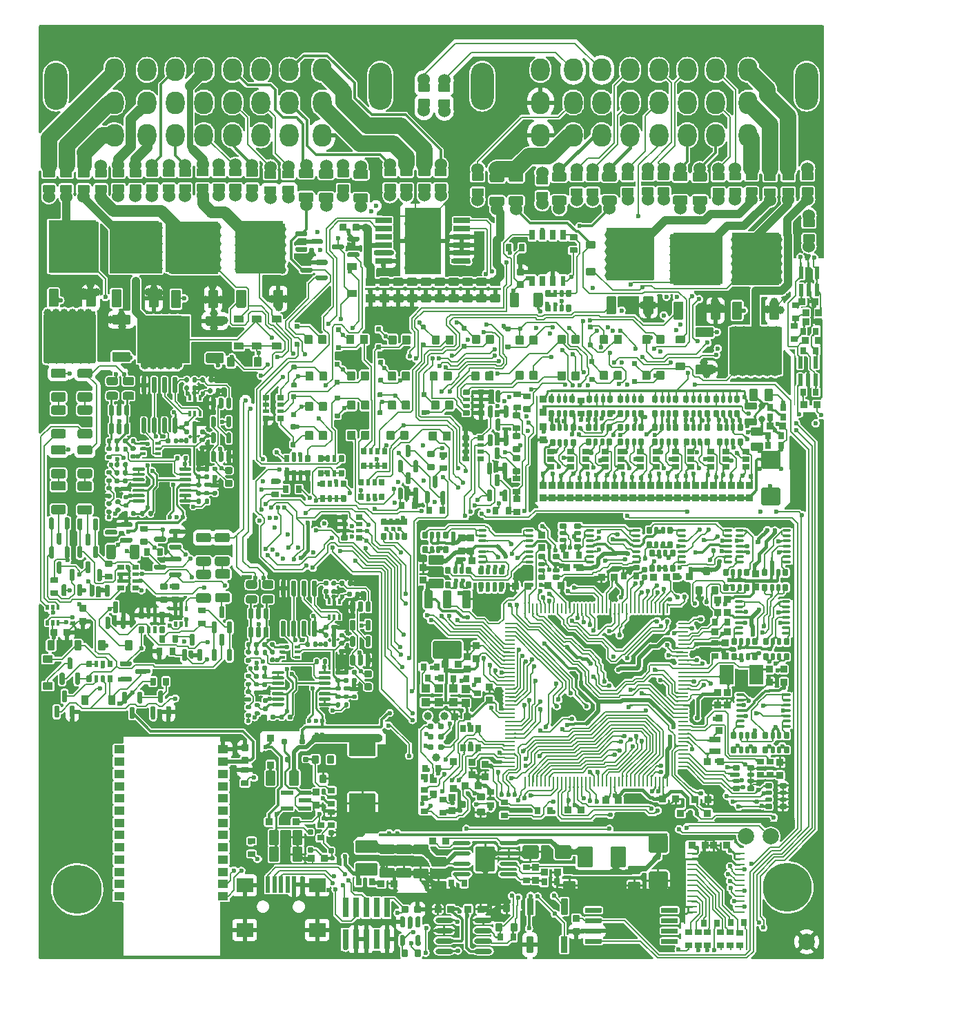
<source format=gtl>
G75*
G70*
%OFA0B0*%
%FSLAX25Y25*%
%IPPOS*%
%LPD*%
%AMOC8*
5,1,8,0,0,1.08239X$1,22.5*
%
%AMM111*
21,1,0.070870,0.036220,-0.000000,0.000000,90.000000*
21,1,0.061810,0.045280,-0.000000,0.000000,90.000000*
1,1,0.009060,0.018110,0.030910*
1,1,0.009060,0.018110,-0.030910*
1,1,0.009060,-0.018110,-0.030910*
1,1,0.009060,-0.018110,0.030910*
%
%AMM112*
21,1,0.033470,0.026770,-0.000000,0.000000,270.000000*
21,1,0.026770,0.033470,-0.000000,0.000000,270.000000*
1,1,0.006690,-0.013390,-0.013390*
1,1,0.006690,-0.013390,0.013390*
1,1,0.006690,0.013390,0.013390*
1,1,0.006690,0.013390,-0.013390*
%
%AMM113*
21,1,0.035430,0.030320,-0.000000,0.000000,180.000000*
21,1,0.028350,0.037400,-0.000000,0.000000,180.000000*
1,1,0.007090,-0.014170,0.015160*
1,1,0.007090,0.014170,0.015160*
1,1,0.007090,0.014170,-0.015160*
1,1,0.007090,-0.014170,-0.015160*
%
%AMM114*
21,1,0.021650,0.052760,-0.000000,0.000000,90.000000*
21,1,0.017320,0.057090,-0.000000,0.000000,90.000000*
1,1,0.004330,0.026380,0.008660*
1,1,0.004330,0.026380,-0.008660*
1,1,0.004330,-0.026380,-0.008660*
1,1,0.004330,-0.026380,0.008660*
%
%AMM115*
21,1,0.094490,0.111020,-0.000000,0.000000,270.000000*
21,1,0.075590,0.129920,-0.000000,0.000000,270.000000*
1,1,0.018900,-0.055510,-0.037800*
1,1,0.018900,-0.055510,0.037800*
1,1,0.018900,0.055510,0.037800*
1,1,0.018900,0.055510,-0.037800*
%
%AMM116*
21,1,0.023620,0.018900,-0.000000,0.000000,0.000000*
21,1,0.018900,0.023620,-0.000000,0.000000,0.000000*
1,1,0.004720,0.009450,-0.009450*
1,1,0.004720,-0.009450,-0.009450*
1,1,0.004720,-0.009450,0.009450*
1,1,0.004720,0.009450,0.009450*
%
%AMM117*
21,1,0.035830,0.026770,-0.000000,0.000000,90.000000*
21,1,0.029130,0.033470,-0.000000,0.000000,90.000000*
1,1,0.006690,0.013390,0.014570*
1,1,0.006690,0.013390,-0.014570*
1,1,0.006690,-0.013390,-0.014570*
1,1,0.006690,-0.013390,0.014570*
%
%AMM118*
21,1,0.023620,0.018900,-0.000000,0.000000,270.000000*
21,1,0.018900,0.023620,-0.000000,0.000000,270.000000*
1,1,0.004720,-0.009450,-0.009450*
1,1,0.004720,-0.009450,0.009450*
1,1,0.004720,0.009450,0.009450*
1,1,0.004720,0.009450,-0.009450*
%
%AMM119*
21,1,0.027560,0.030710,-0.000000,0.000000,90.000000*
21,1,0.022050,0.036220,-0.000000,0.000000,90.000000*
1,1,0.005510,0.015350,0.011020*
1,1,0.005510,0.015350,-0.011020*
1,1,0.005510,-0.015350,-0.011020*
1,1,0.005510,-0.015350,0.011020*
%
%AMM120*
21,1,0.033470,0.026770,-0.000000,0.000000,180.000000*
21,1,0.026770,0.033470,-0.000000,0.000000,180.000000*
1,1,0.006690,-0.013390,0.013390*
1,1,0.006690,0.013390,0.013390*
1,1,0.006690,0.013390,-0.013390*
1,1,0.006690,-0.013390,-0.013390*
%
%AMM121*
21,1,0.035830,0.026770,-0.000000,0.000000,180.000000*
21,1,0.029130,0.033470,-0.000000,0.000000,180.000000*
1,1,0.006690,-0.014570,0.013390*
1,1,0.006690,0.014570,0.013390*
1,1,0.006690,0.014570,-0.013390*
1,1,0.006690,-0.014570,-0.013390*
%
%AMM122*
21,1,0.047240,0.015750,-0.000000,0.000000,225.000000*
1,1,0.015750,0.016700,0.016700*
1,1,0.015750,-0.016700,-0.016700*
%
%AMM137*
21,1,0.027560,0.030710,-0.000000,0.000000,270.000000*
21,1,0.022050,0.036220,-0.000000,0.000000,270.000000*
1,1,0.005510,-0.015350,-0.011020*
1,1,0.005510,-0.015350,0.011020*
1,1,0.005510,0.015350,0.011020*
1,1,0.005510,0.015350,-0.011020*
%
%AMM138*
21,1,0.033470,0.026770,-0.000000,0.000000,0.000000*
21,1,0.026770,0.033470,-0.000000,0.000000,0.000000*
1,1,0.006690,0.013390,-0.013390*
1,1,0.006690,-0.013390,-0.013390*
1,1,0.006690,-0.013390,0.013390*
1,1,0.006690,0.013390,0.013390*
%
%AMM154*
21,1,0.039370,0.049210,-0.000000,-0.000000,270.000000*
21,1,0.031500,0.057090,-0.000000,-0.000000,270.000000*
1,1,0.007870,-0.024610,-0.015750*
1,1,0.007870,-0.024610,0.015750*
1,1,0.007870,0.024610,0.015750*
1,1,0.007870,0.024610,-0.015750*
%
%AMM155*
21,1,0.106300,0.050390,-0.000000,-0.000000,180.000000*
21,1,0.093700,0.062990,-0.000000,-0.000000,180.000000*
1,1,0.012600,-0.046850,0.025200*
1,1,0.012600,0.046850,0.025200*
1,1,0.012600,0.046850,-0.025200*
1,1,0.012600,-0.046850,-0.025200*
%
%AMM156*
21,1,0.074800,0.083460,-0.000000,-0.000000,0.000000*
21,1,0.059840,0.098430,-0.000000,-0.000000,0.000000*
1,1,0.014960,0.029920,-0.041730*
1,1,0.014960,-0.029920,-0.041730*
1,1,0.014960,-0.029920,0.041730*
1,1,0.014960,0.029920,0.041730*
%
%AMM157*
21,1,0.027560,0.030710,-0.000000,-0.000000,0.000000*
21,1,0.022050,0.036220,-0.000000,-0.000000,0.000000*
1,1,0.005510,0.011020,-0.015350*
1,1,0.005510,-0.011020,-0.015350*
1,1,0.005510,-0.011020,0.015350*
1,1,0.005510,0.011020,0.015350*
%
%AMM158*
21,1,0.033470,0.026770,-0.000000,-0.000000,0.000000*
21,1,0.026770,0.033470,-0.000000,-0.000000,0.000000*
1,1,0.006690,0.013390,-0.013390*
1,1,0.006690,-0.013390,-0.013390*
1,1,0.006690,-0.013390,0.013390*
1,1,0.006690,0.013390,0.013390*
%
%AMM159*
21,1,0.033470,0.026770,-0.000000,-0.000000,90.000000*
21,1,0.026770,0.033470,-0.000000,-0.000000,90.000000*
1,1,0.006690,0.013390,0.013390*
1,1,0.006690,0.013390,-0.013390*
1,1,0.006690,-0.013390,-0.013390*
1,1,0.006690,-0.013390,0.013390*
%
%AMM160*
21,1,0.122050,0.075590,-0.000000,-0.000000,90.000000*
21,1,0.103150,0.094490,-0.000000,-0.000000,90.000000*
1,1,0.018900,0.037800,0.051580*
1,1,0.018900,0.037800,-0.051580*
1,1,0.018900,-0.037800,-0.051580*
1,1,0.018900,-0.037800,0.051580*
%
%AMM161*
21,1,0.078740,0.053540,-0.000000,-0.000000,0.000000*
21,1,0.065350,0.066930,-0.000000,-0.000000,0.000000*
1,1,0.013390,0.032680,-0.026770*
1,1,0.013390,-0.032680,-0.026770*
1,1,0.013390,-0.032680,0.026770*
1,1,0.013390,0.032680,0.026770*
%
%AMM162*
21,1,0.070870,0.036220,-0.000000,-0.000000,0.000000*
21,1,0.061810,0.045280,-0.000000,-0.000000,0.000000*
1,1,0.009060,0.030910,-0.018110*
1,1,0.009060,-0.030910,-0.018110*
1,1,0.009060,-0.030910,0.018110*
1,1,0.009060,0.030910,0.018110*
%
%AMM163*
21,1,0.086610,0.073230,-0.000000,-0.000000,270.000000*
21,1,0.069290,0.090550,-0.000000,-0.000000,270.000000*
1,1,0.017320,-0.036610,-0.034650*
1,1,0.017320,-0.036610,0.034650*
1,1,0.017320,0.036610,0.034650*
1,1,0.017320,0.036610,-0.034650*
%
%AMM164*
21,1,0.027560,0.030710,-0.000000,-0.000000,270.000000*
21,1,0.022050,0.036220,-0.000000,-0.000000,270.000000*
1,1,0.005510,-0.015350,-0.011020*
1,1,0.005510,-0.015350,0.011020*
1,1,0.005510,0.015350,0.011020*
1,1,0.005510,0.015350,-0.011020*
%
%AMM195*
21,1,0.035430,0.050000,-0.000000,-0.000000,90.000000*
21,1,0.028350,0.057090,-0.000000,-0.000000,90.000000*
1,1,0.007090,0.025000,0.014170*
1,1,0.007090,0.025000,-0.014170*
1,1,0.007090,-0.025000,-0.014170*
1,1,0.007090,-0.025000,0.014170*
%
%AMM196*
21,1,0.086610,0.073230,-0.000000,-0.000000,90.000000*
21,1,0.069290,0.090550,-0.000000,-0.000000,90.000000*
1,1,0.017320,0.036610,0.034650*
1,1,0.017320,0.036610,-0.034650*
1,1,0.017320,-0.036610,-0.034650*
1,1,0.017320,-0.036610,0.034650*
%
%AMM197*
21,1,0.039370,0.049210,-0.000000,-0.000000,0.000000*
21,1,0.031500,0.057090,-0.000000,-0.000000,0.000000*
1,1,0.007870,0.015750,-0.024610*
1,1,0.007870,-0.015750,-0.024610*
1,1,0.007870,-0.015750,0.024610*
1,1,0.007870,0.015750,0.024610*
%
%AMM198*
21,1,0.023620,0.030710,-0.000000,-0.000000,270.000000*
21,1,0.018900,0.035430,-0.000000,-0.000000,270.000000*
1,1,0.004720,-0.015350,-0.009450*
1,1,0.004720,-0.015350,0.009450*
1,1,0.004720,0.015350,0.009450*
1,1,0.004720,0.015350,-0.009450*
%
%AMM199*
21,1,0.025590,0.026380,-0.000000,-0.000000,180.000000*
21,1,0.020470,0.031500,-0.000000,-0.000000,180.000000*
1,1,0.005120,-0.010240,0.013190*
1,1,0.005120,0.010240,0.013190*
1,1,0.005120,0.010240,-0.013190*
1,1,0.005120,-0.010240,-0.013190*
%
%AMM200*
21,1,0.017720,0.027950,-0.000000,-0.000000,180.000000*
21,1,0.014170,0.031500,-0.000000,-0.000000,180.000000*
1,1,0.003540,-0.007090,0.013980*
1,1,0.003540,0.007090,0.013980*
1,1,0.003540,0.007090,-0.013980*
1,1,0.003540,-0.007090,-0.013980*
%
%AMM201*
21,1,0.027560,0.030710,-0.000000,-0.000000,180.000000*
21,1,0.022050,0.036220,-0.000000,-0.000000,180.000000*
1,1,0.005510,-0.011020,0.015350*
1,1,0.005510,0.011020,0.015350*
1,1,0.005510,0.011020,-0.015350*
1,1,0.005510,-0.011020,-0.015350*
%
%AMM202*
21,1,0.007870,0.503940,-0.000000,-0.000000,0.000000*
21,1,0.000000,0.511810,-0.000000,-0.000000,0.000000*
1,1,0.007870,-0.000000,-0.251970*
1,1,0.007870,-0.000000,-0.251970*
1,1,0.007870,-0.000000,0.251970*
1,1,0.007870,-0.000000,0.251970*
%
%AMM203*
21,1,0.009840,0.919290,-0.000000,-0.000000,90.000000*
21,1,0.000000,0.929130,-0.000000,-0.000000,90.000000*
1,1,0.009840,0.459650,-0.000000*
1,1,0.009840,0.459650,-0.000000*
1,1,0.009840,-0.459650,-0.000000*
1,1,0.009840,-0.459650,-0.000000*
%
%AMM204*
21,1,0.007870,0.041340,-0.000000,-0.000000,180.000000*
21,1,0.000000,0.049210,-0.000000,-0.000000,180.000000*
1,1,0.007870,-0.000000,0.020670*
1,1,0.007870,-0.000000,0.020670*
1,1,0.007870,-0.000000,-0.020670*
1,1,0.007870,-0.000000,-0.020670*
%
%AMM216*
21,1,0.027560,0.030710,-0.000000,0.000000,0.000000*
21,1,0.022050,0.036220,-0.000000,0.000000,0.000000*
1,1,0.005510,0.011020,-0.015350*
1,1,0.005510,-0.011020,-0.015350*
1,1,0.005510,-0.011020,0.015350*
1,1,0.005510,0.011020,0.015350*
%
%AMM259*
21,1,0.070870,0.036220,-0.000000,-0.000000,180.000000*
21,1,0.061810,0.045280,-0.000000,-0.000000,180.000000*
1,1,0.009060,-0.030910,0.018110*
1,1,0.009060,0.030910,0.018110*
1,1,0.009060,0.030910,-0.018110*
1,1,0.009060,-0.030910,-0.018110*
%
%AMM260*
21,1,0.027560,0.030710,-0.000000,-0.000000,90.000000*
21,1,0.022050,0.036220,-0.000000,-0.000000,90.000000*
1,1,0.005510,0.015350,0.011020*
1,1,0.005510,0.015350,-0.011020*
1,1,0.005510,-0.015350,-0.011020*
1,1,0.005510,-0.015350,0.011020*
%
%AMM261*
21,1,0.033470,0.026770,-0.000000,-0.000000,270.000000*
21,1,0.026770,0.033470,-0.000000,-0.000000,270.000000*
1,1,0.006690,-0.013390,-0.013390*
1,1,0.006690,-0.013390,0.013390*
1,1,0.006690,0.013390,0.013390*
1,1,0.006690,0.013390,-0.013390*
%
%AMM262*
21,1,0.023620,0.030710,-0.000000,-0.000000,0.000000*
21,1,0.018900,0.035430,-0.000000,-0.000000,0.000000*
1,1,0.004720,0.009450,-0.015350*
1,1,0.004720,-0.009450,-0.015350*
1,1,0.004720,-0.009450,0.015350*
1,1,0.004720,0.009450,0.015350*
%
%AMM263*
21,1,0.027560,0.018900,-0.000000,-0.000000,0.000000*
21,1,0.022840,0.023620,-0.000000,-0.000000,0.000000*
1,1,0.004720,0.011420,-0.009450*
1,1,0.004720,-0.011420,-0.009450*
1,1,0.004720,-0.011420,0.009450*
1,1,0.004720,0.011420,0.009450*
%
%AMM264*
21,1,0.137800,0.067720,-0.000000,-0.000000,180.000000*
21,1,0.120870,0.084650,-0.000000,-0.000000,180.000000*
1,1,0.016930,-0.060430,0.033860*
1,1,0.016930,0.060430,0.033860*
1,1,0.016930,0.060430,-0.033860*
1,1,0.016930,-0.060430,-0.033860*
%
%AMM265*
21,1,0.043310,0.075980,-0.000000,-0.000000,180.000000*
21,1,0.034650,0.084650,-0.000000,-0.000000,180.000000*
1,1,0.008660,-0.017320,0.037990*
1,1,0.008660,0.017320,0.037990*
1,1,0.008660,0.017320,-0.037990*
1,1,0.008660,-0.017320,-0.037990*
%
%AMM266*
21,1,0.043310,0.075990,-0.000000,-0.000000,180.000000*
21,1,0.034650,0.084650,-0.000000,-0.000000,180.000000*
1,1,0.008660,-0.017320,0.037990*
1,1,0.008660,0.017320,0.037990*
1,1,0.008660,0.017320,-0.037990*
1,1,0.008660,-0.017320,-0.037990*
%
%AMM267*
21,1,0.039370,0.035430,-0.000000,-0.000000,90.000000*
21,1,0.031500,0.043310,-0.000000,-0.000000,90.000000*
1,1,0.007870,0.017720,0.015750*
1,1,0.007870,0.017720,-0.015750*
1,1,0.007870,-0.017720,-0.015750*
1,1,0.007870,-0.017720,0.015750*
%
%AMM268*
21,1,0.035430,0.030320,-0.000000,-0.000000,90.000000*
21,1,0.028350,0.037400,-0.000000,-0.000000,90.000000*
1,1,0.007090,0.015160,0.014170*
1,1,0.007090,0.015160,-0.014170*
1,1,0.007090,-0.015160,-0.014170*
1,1,0.007090,-0.015160,0.014170*
%
%AMM269*
21,1,0.035830,0.026770,-0.000000,-0.000000,90.000000*
21,1,0.029130,0.033470,-0.000000,-0.000000,90.000000*
1,1,0.006690,0.013390,0.014570*
1,1,0.006690,0.013390,-0.014570*
1,1,0.006690,-0.013390,-0.014570*
1,1,0.006690,-0.013390,0.014570*
%
%AMM270*
21,1,0.035430,0.030320,-0.000000,-0.000000,0.000000*
21,1,0.028350,0.037400,-0.000000,-0.000000,0.000000*
1,1,0.007090,0.014170,-0.015160*
1,1,0.007090,-0.014170,-0.015160*
1,1,0.007090,-0.014170,0.015160*
1,1,0.007090,0.014170,0.015160*
%
%AMM271*
21,1,0.025590,0.026380,-0.000000,-0.000000,90.000000*
21,1,0.020470,0.031500,-0.000000,-0.000000,90.000000*
1,1,0.005120,0.013190,0.010240*
1,1,0.005120,0.013190,-0.010240*
1,1,0.005120,-0.013190,-0.010240*
1,1,0.005120,-0.013190,0.010240*
%
%AMM272*
21,1,0.017720,0.027950,-0.000000,-0.000000,90.000000*
21,1,0.014170,0.031500,-0.000000,-0.000000,90.000000*
1,1,0.003540,0.013980,0.007090*
1,1,0.003540,0.013980,-0.007090*
1,1,0.003540,-0.013980,-0.007090*
1,1,0.003540,-0.013980,0.007090*
%
%AMM273*
21,1,0.027560,0.049610,-0.000000,-0.000000,90.000000*
21,1,0.022050,0.055120,-0.000000,-0.000000,90.000000*
1,1,0.005510,0.024800,0.011020*
1,1,0.005510,0.024800,-0.011020*
1,1,0.005510,-0.024800,-0.011020*
1,1,0.005510,-0.024800,0.011020*
%
%AMM274*
21,1,0.035830,0.026770,-0.000000,-0.000000,0.000000*
21,1,0.029130,0.033470,-0.000000,-0.000000,0.000000*
1,1,0.006690,0.014570,-0.013390*
1,1,0.006690,-0.014570,-0.013390*
1,1,0.006690,-0.014570,0.013390*
1,1,0.006690,0.014570,0.013390*
%
%AMM275*
21,1,0.007870,0.029130,-0.000000,-0.000000,45.000000*
21,1,0.000000,0.037010,-0.000000,-0.000000,45.000000*
1,1,0.007870,0.010300,-0.010300*
1,1,0.007870,0.010300,-0.010300*
1,1,0.007870,-0.010300,0.010300*
1,1,0.007870,-0.010300,0.010300*
%
%AMM276*
21,1,0.007870,0.014960,-0.000000,-0.000000,315.000000*
21,1,0.000000,0.022840,-0.000000,-0.000000,315.000000*
1,1,0.007870,-0.005290,-0.005290*
1,1,0.007870,-0.005290,-0.005290*
1,1,0.007870,0.005290,0.005290*
1,1,0.007870,0.005290,0.005290*
%
%AMM277*
21,1,0.007870,0.013780,-0.000000,-0.000000,225.000000*
21,1,0.000000,0.021650,-0.000000,-0.000000,225.000000*
1,1,0.007870,-0.004870,0.004870*
1,1,0.007870,-0.004870,0.004870*
1,1,0.007870,0.004870,-0.004870*
1,1,0.007870,0.004870,-0.004870*
%
%AMM278*
21,1,0.007870,0.039370,-0.000000,-0.000000,225.000000*
21,1,0.000000,0.047240,-0.000000,-0.000000,225.000000*
1,1,0.007870,-0.013920,0.013920*
1,1,0.007870,-0.013920,0.013920*
1,1,0.007870,0.013920,-0.013920*
1,1,0.007870,0.013920,-0.013920*
%
%AMM279*
21,1,0.007870,0.055120,-0.000000,-0.000000,90.000000*
21,1,0.000000,0.062990,-0.000000,-0.000000,90.000000*
1,1,0.007870,0.027560,-0.000000*
1,1,0.007870,0.027560,-0.000000*
1,1,0.007870,-0.027560,-0.000000*
1,1,0.007870,-0.027560,-0.000000*
%
%AMM280*
21,1,0.007870,0.023620,-0.000000,-0.000000,135.000000*
21,1,0.000000,0.031500,-0.000000,-0.000000,135.000000*
1,1,0.007870,0.008350,0.008350*
1,1,0.007870,0.008350,0.008350*
1,1,0.007870,-0.008350,-0.008350*
1,1,0.007870,-0.008350,-0.008350*
%
%AMM281*
21,1,0.007870,1.704720,-0.000000,-0.000000,90.000000*
21,1,0.000000,1.712600,-0.000000,-0.000000,90.000000*
1,1,0.007870,0.852360,-0.000000*
1,1,0.007870,0.852360,-0.000000*
1,1,0.007870,-0.852360,-0.000000*
1,1,0.007870,-0.852360,-0.000000*
%
%AMM282*
21,1,0.007870,1.405510,-0.000000,-0.000000,0.000000*
21,1,0.000000,1.413390,-0.000000,-0.000000,0.000000*
1,1,0.007870,-0.000000,-0.702760*
1,1,0.007870,-0.000000,-0.702760*
1,1,0.007870,-0.000000,0.702760*
1,1,0.007870,-0.000000,0.702760*
%
%AMM283*
21,1,0.007870,1.787400,-0.000000,-0.000000,90.000000*
21,1,0.000000,1.795280,-0.000000,-0.000000,90.000000*
1,1,0.007870,0.893700,-0.000000*
1,1,0.007870,0.893700,-0.000000*
1,1,0.007870,-0.893700,-0.000000*
1,1,0.007870,-0.893700,-0.000000*
%
%AMM284*
21,1,0.007870,1.416930,-0.000000,-0.000000,0.000000*
21,1,0.000000,1.424800,-0.000000,-0.000000,0.000000*
1,1,0.007870,-0.000000,-0.708470*
1,1,0.007870,-0.000000,-0.708470*
1,1,0.007870,-0.000000,0.708470*
1,1,0.007870,-0.000000,0.708470*
%
%AMM285*
21,1,0.009840,0.017720,-0.000000,-0.000000,0.000000*
21,1,0.000000,0.027560,-0.000000,-0.000000,0.000000*
1,1,0.009840,-0.000000,-0.008860*
1,1,0.009840,-0.000000,-0.008860*
1,1,0.009840,-0.000000,0.008860*
1,1,0.009840,-0.000000,0.008860*
%
%AMM308*
21,1,0.033470,0.026770,-0.000000,-0.000000,180.000000*
21,1,0.026770,0.033470,-0.000000,-0.000000,180.000000*
1,1,0.006690,-0.013390,0.013390*
1,1,0.006690,0.013390,0.013390*
1,1,0.006690,0.013390,-0.013390*
1,1,0.006690,-0.013390,-0.013390*
%
%AMM310*
21,1,0.021650,0.052760,-0.000000,0.000000,0.000000*
21,1,0.017320,0.057090,-0.000000,0.000000,0.000000*
1,1,0.004330,0.008660,-0.026380*
1,1,0.004330,-0.008660,-0.026380*
1,1,0.004330,-0.008660,0.026380*
1,1,0.004330,0.008660,0.026380*
%
%AMM44*
21,1,0.033470,0.026770,0.000000,0.000000,0.000000*
21,1,0.026770,0.033470,0.000000,0.000000,0.000000*
1,1,0.006690,0.013390,-0.013390*
1,1,0.006690,-0.013390,-0.013390*
1,1,0.006690,-0.013390,0.013390*
1,1,0.006690,0.013390,0.013390*
%
%AMM45*
21,1,0.027560,0.030710,0.000000,0.000000,270.000000*
21,1,0.022050,0.036220,0.000000,0.000000,270.000000*
1,1,0.005510,-0.015350,-0.011020*
1,1,0.005510,-0.015350,0.011020*
1,1,0.005510,0.015350,0.011020*
1,1,0.005510,0.015350,-0.011020*
%
%AMM46*
21,1,0.015750,0.009840,0.000000,0.000000,45.000000*
1,1,0.009840,-0.005570,-0.005570*
1,1,0.009840,0.005570,0.005570*
%
%AMM9*
21,1,0.027560,0.030710,0.000000,0.000000,0.000000*
21,1,0.022050,0.036220,0.000000,0.000000,0.000000*
1,1,0.005510,0.011020,-0.015350*
1,1,0.005510,-0.011020,-0.015350*
1,1,0.005510,-0.011020,0.015350*
1,1,0.005510,0.011020,0.015350*
%
%ADD10O,0.00984X0.40157*%
%ADD101O,0.03937X0.01968*%
%ADD107C,0.01968*%
%ADD11O,0.22835X0.00984*%
%ADD12O,0.00787X0.01575*%
%ADD127O,0.08661X0.01968*%
%ADD13C,0.02362*%
%ADD133O,0.01968X0.03937*%
%ADD134O,0.01968X0.11811*%
%ADD135O,0.01575X0.28347*%
%ADD14C,0.06000*%
%ADD148R,0.02559X0.01575*%
%ADD15C,0.23622*%
%ADD155R,0.01575X0.02559*%
%ADD157O,0.04961X0.00984*%
%ADD158M44*%
%ADD159M45*%
%ADD16C,0.07874*%
%ADD160M46*%
%ADD161O,0.00984X0.40158*%
%ADD17R,0.22835X0.25197*%
%ADD18O,0.11024X0.22835*%
%ADD188O,0.05118X0.00866*%
%ADD189O,0.00866X0.05118*%
%ADD19O,0.09055X0.11024*%
%ADD194O,0.04331X0.01181*%
%ADD197R,0.06693X0.09449*%
%ADD20R,0.01969X0.07874*%
%ADD21R,0.07874X0.06693*%
%ADD215R,0.01968X0.01968*%
%ADD216C,0.03100*%
%ADD217C,0.03900*%
%ADD22R,0.25197X0.22835*%
%ADD23R,0.07874X0.02559*%
%ADD24R,0.17717X0.31890*%
%ADD242O,0.08661X0.02362*%
%ADD243O,0.01968X0.00984*%
%ADD244O,0.00984X0.01968*%
%ADD25O,0.00984X0.01969*%
%ADD250M111*%
%ADD251M112*%
%ADD252M113*%
%ADD253M114*%
%ADD254M115*%
%ADD255M116*%
%ADD256M117*%
%ADD257M118*%
%ADD258M119*%
%ADD259M120*%
%ADD26O,0.00787X0.22323*%
%ADD260M121*%
%ADD261O,0.34429X0.03937*%
%ADD262O,0.36221X0.00787*%
%ADD263O,0.01968X0.00787*%
%ADD264M122*%
%ADD27O,0.43701X0.00787*%
%ADD28O,0.01969X0.00984*%
%ADD280M137*%
%ADD281M138*%
%ADD29O,0.00787X0.26772*%
%ADD30O,0.38583X0.01575*%
%ADD305M154*%
%ADD306M155*%
%ADD307M156*%
%ADD308M157*%
%ADD309M158*%
%ADD31O,0.01969X0.03937*%
%ADD310M159*%
%ADD311M160*%
%ADD312M161*%
%ADD313M162*%
%ADD314M163*%
%ADD315M164*%
%ADD32O,0.34428X0.03937*%
%ADD33O,0.01575X0.35433*%
%ADD34O,0.21260X0.01575*%
%ADD346M195*%
%ADD347M196*%
%ADD348M197*%
%ADD349M198*%
%ADD35O,0.00787X0.25591*%
%ADD350M199*%
%ADD351M200*%
%ADD352M201*%
%ADD353M202*%
%ADD354M203*%
%ADD355M204*%
%ADD36O,0.00787X0.54331*%
%ADD367M216*%
%ADD37O,0.01969X0.00787*%
%ADD38O,0.36220X0.00787*%
%ADD39R,0.00984X0.71654*%
%ADD40R,0.25591X0.00984*%
%ADD41R,0.25394X0.00984*%
%ADD414M259*%
%ADD415M260*%
%ADD416M261*%
%ADD417M262*%
%ADD418M263*%
%ADD419M264*%
%ADD42R,0.04921X0.00984*%
%ADD420M265*%
%ADD421M266*%
%ADD422M267*%
%ADD423M268*%
%ADD424M269*%
%ADD425M270*%
%ADD426M271*%
%ADD427M272*%
%ADD428M273*%
%ADD429M274*%
%ADD43R,0.53740X0.00984*%
%ADD430M275*%
%ADD431M276*%
%ADD432M277*%
%ADD433M278*%
%ADD434M279*%
%ADD435M280*%
%ADD436M281*%
%ADD437M282*%
%ADD438M283*%
%ADD439M284*%
%ADD44R,0.01378X0.00984*%
%ADD440M285*%
%ADD45R,0.02559X0.05157*%
%ADD46R,0.02362X0.05157*%
%ADD469M308*%
%ADD47R,0.05906X0.05217*%
%ADD471M310*%
%ADD48R,0.05118X0.03937*%
%ADD49O,0.19685X0.01575*%
%ADD50O,0.01575X0.28346*%
%ADD51O,1.18110X0.01575*%
%ADD52O,0.03937X0.01969*%
%ADD53O,0.00787X0.12205*%
%ADD54O,0.01969X0.11811*%
%ADD55O,1.39370X0.01575*%
%ADD56R,0.02913X0.09449*%
%ADD57C,0.03937*%
%ADD58C,0.05906*%
%ADD59C,0.00787*%
%ADD60C,0.01575*%
%ADD61C,0.01969*%
%ADD62C,0.01181*%
%ADD63C,0.00800*%
%ADD64C,0.05512*%
%ADD65C,0.05118*%
%ADD66C,0.07087*%
%ADD67C,0.03150*%
%ADD68C,0.04724*%
%ADD77C,0.00984*%
%ADD95M9*%
X0000000Y0000000D02*
%LPD*%
G01*
G36*
G01*
X0311811Y0056576D02*
X0311811Y0056576D01*
G75*
G02*
X0311811Y0057272I0000348J0000348D01*
G01*
X0312925Y0058385D01*
G75*
G02*
X0313621Y0058385I0000348J-000348D01*
G01*
X0313621Y0058385D01*
G75*
G02*
X0313621Y0057689I-000348J-000348D01*
G01*
X0312507Y0056576D01*
G75*
G02*
X0311811Y0056576I-000348J0000348D01*
G01*
G37*
D10*
X0312126Y0037402D03*
D11*
X0324379Y0058071D03*
D12*
X0342145Y0005415D03*
X0339153Y0005415D03*
X0334527Y0005415D03*
X0329901Y0005415D03*
X0326594Y0005415D03*
X0323641Y0005415D03*
X0319015Y0005415D03*
X0314389Y0005415D03*
D13*
X0334232Y0045177D03*
X0341456Y0043504D03*
X0333385Y0041339D03*
X0334232Y0037894D03*
X0334527Y0034547D03*
X0341456Y0033268D03*
X0336299Y0028150D03*
X0341456Y0025591D03*
X0318129Y0053839D03*
X0334173Y0052657D03*
G36*
G01*
X0098858Y0294508D02*
X0094843Y0294508D01*
G75*
G02*
X0094488Y0294862I0000000J0000354D01*
G01*
X0094488Y0297697D01*
G75*
G02*
X0094843Y0298051I0000354J0000000D01*
G01*
X0098858Y0298051D01*
G75*
G02*
X0099213Y0297697I0000000J-000354D01*
G01*
X0099213Y0294862D01*
G75*
G02*
X0098858Y0294508I-000354J0000000D01*
G01*
G37*
G36*
G01*
X0098858Y0307500D02*
X0094843Y0307500D01*
G75*
G02*
X0094488Y0307854I0000000J0000354D01*
G01*
X0094488Y0310689D01*
G75*
G02*
X0094843Y0311043I0000354J0000000D01*
G01*
X0098858Y0311043D01*
G75*
G02*
X0099213Y0310689I0000000J-000354D01*
G01*
X0099213Y0307854D01*
G75*
G02*
X0098858Y0307500I-000354J0000000D01*
G01*
G37*
G36*
G01*
X0304626Y0368898D02*
X0299705Y0368898D01*
G75*
G02*
X0299311Y0369291I0000000J0000394D01*
G01*
X0299311Y0372441D01*
G75*
G02*
X0299705Y0372835I0000394J0000000D01*
G01*
X0304626Y0372835D01*
G75*
G02*
X0305020Y0372441I0000000J-000394D01*
G01*
X0305020Y0369291D01*
G75*
G02*
X0304626Y0368898I-000394J0000000D01*
G01*
G37*
D14*
X0302165Y0367106D03*
G36*
G01*
X0304626Y0376378D02*
X0299705Y0376378D01*
G75*
G02*
X0299311Y0376772I0000000J0000394D01*
G01*
X0299311Y0379921D01*
G75*
G02*
X0299705Y0380315I0000394J0000000D01*
G01*
X0304626Y0380315D01*
G75*
G02*
X0305020Y0379921I0000000J-000394D01*
G01*
X0305020Y0376772D01*
G75*
G02*
X0304626Y0376378I-000394J0000000D01*
G01*
G37*
X0302165Y0382106D03*
G36*
G01*
X0049646Y0209449D02*
X0052717Y0209449D01*
G75*
G02*
X0052992Y0209173I0000000J-000276D01*
G01*
X0052992Y0206969D01*
G75*
G02*
X0052717Y0206693I-000276J0000000D01*
G01*
X0049646Y0206693D01*
G75*
G02*
X0049370Y0206969I0000000J0000276D01*
G01*
X0049370Y0209173D01*
G75*
G02*
X0049646Y0209449I0000276J0000000D01*
G01*
G37*
G36*
G01*
X0049646Y0203150D02*
X0052717Y0203150D01*
G75*
G02*
X0052992Y0202874I0000000J-000276D01*
G01*
X0052992Y0200669D01*
G75*
G02*
X0052717Y0200394I-000276J0000000D01*
G01*
X0049646Y0200394D01*
G75*
G02*
X0049370Y0200669I0000000J0000276D01*
G01*
X0049370Y0202874D01*
G75*
G02*
X0049646Y0203150I0000276J0000000D01*
G01*
G37*
G36*
G01*
X0101614Y0058661D02*
X0104685Y0058661D01*
G75*
G02*
X0104961Y0058386I0000000J-000276D01*
G01*
X0104961Y0056181D01*
G75*
G02*
X0104685Y0055906I-000276J0000000D01*
G01*
X0101614Y0055906D01*
G75*
G02*
X0101339Y0056181I0000000J0000276D01*
G01*
X0101339Y0058386D01*
G75*
G02*
X0101614Y0058661I0000276J0000000D01*
G01*
G37*
G36*
G01*
X0101614Y0052362D02*
X0104685Y0052362D01*
G75*
G02*
X0104961Y0052087I0000000J-000276D01*
G01*
X0104961Y0049882D01*
G75*
G02*
X0104685Y0049606I-000276J0000000D01*
G01*
X0101614Y0049606D01*
G75*
G02*
X0101339Y0049882I0000000J0000276D01*
G01*
X0101339Y0052087D01*
G75*
G02*
X0101614Y0052362I0000276J0000000D01*
G01*
G37*
G36*
G01*
X0136220Y0221319D02*
X0136220Y0223957D01*
G75*
G02*
X0136476Y0224213I0000256J0000000D01*
G01*
X0138524Y0224213D01*
G75*
G02*
X0138780Y0223957I0000000J-000256D01*
G01*
X0138780Y0221319D01*
G75*
G02*
X0138524Y0221063I-000256J0000000D01*
G01*
X0136476Y0221063D01*
G75*
G02*
X0136220Y0221319I0000000J0000256D01*
G01*
G37*
G36*
G01*
X0140059Y0221240D02*
X0140059Y0224035D01*
G75*
G02*
X0140236Y0224213I0000177J0000000D01*
G01*
X0141654Y0224213D01*
G75*
G02*
X0141831Y0224035I0000000J-000177D01*
G01*
X0141831Y0221240D01*
G75*
G02*
X0141654Y0221063I-000177J0000000D01*
G01*
X0140236Y0221063D01*
G75*
G02*
X0140059Y0221240I0000000J0000177D01*
G01*
G37*
G36*
G01*
X0143209Y0221240D02*
X0143209Y0224035D01*
G75*
G02*
X0143386Y0224213I0000177J0000000D01*
G01*
X0144803Y0224213D01*
G75*
G02*
X0144980Y0224035I0000000J-000177D01*
G01*
X0144980Y0221240D01*
G75*
G02*
X0144803Y0221063I-000177J0000000D01*
G01*
X0143386Y0221063D01*
G75*
G02*
X0143209Y0221240I0000000J0000177D01*
G01*
G37*
G36*
G01*
X0146260Y0221319D02*
X0146260Y0223957D01*
G75*
G02*
X0146516Y0224213I0000256J0000000D01*
G01*
X0148563Y0224213D01*
G75*
G02*
X0148819Y0223957I0000000J-000256D01*
G01*
X0148819Y0221319D01*
G75*
G02*
X0148563Y0221063I-000256J0000000D01*
G01*
X0146516Y0221063D01*
G75*
G02*
X0146260Y0221319I0000000J0000256D01*
G01*
G37*
G36*
G01*
X0146260Y0228406D02*
X0146260Y0231043D01*
G75*
G02*
X0146516Y0231299I0000256J0000000D01*
G01*
X0148563Y0231299D01*
G75*
G02*
X0148819Y0231043I0000000J-000256D01*
G01*
X0148819Y0228406D01*
G75*
G02*
X0148563Y0228150I-000256J0000000D01*
G01*
X0146516Y0228150D01*
G75*
G02*
X0146260Y0228406I0000000J0000256D01*
G01*
G37*
G36*
G01*
X0143209Y0228327D02*
X0143209Y0231122D01*
G75*
G02*
X0143386Y0231299I0000177J0000000D01*
G01*
X0144803Y0231299D01*
G75*
G02*
X0144980Y0231122I0000000J-000177D01*
G01*
X0144980Y0228327D01*
G75*
G02*
X0144803Y0228150I-000177J0000000D01*
G01*
X0143386Y0228150D01*
G75*
G02*
X0143209Y0228327I0000000J0000177D01*
G01*
G37*
G36*
G01*
X0140059Y0228327D02*
X0140059Y0231122D01*
G75*
G02*
X0140236Y0231299I0000177J0000000D01*
G01*
X0141654Y0231299D01*
G75*
G02*
X0141831Y0231122I0000000J-000177D01*
G01*
X0141831Y0228327D01*
G75*
G02*
X0141654Y0228150I-000177J0000000D01*
G01*
X0140236Y0228150D01*
G75*
G02*
X0140059Y0228327I0000000J0000177D01*
G01*
G37*
G36*
G01*
X0136220Y0228406D02*
X0136220Y0231043D01*
G75*
G02*
X0136476Y0231299I0000256J0000000D01*
G01*
X0138524Y0231299D01*
G75*
G02*
X0138780Y0231043I0000000J-000256D01*
G01*
X0138780Y0228406D01*
G75*
G02*
X0138524Y0228150I-000256J0000000D01*
G01*
X0136476Y0228150D01*
G75*
G02*
X0136220Y0228406I0000000J0000256D01*
G01*
G37*
G36*
G01*
X0199409Y0254528D02*
X0199409Y0250984D01*
G75*
G02*
X0199016Y0250591I-000394J0000000D01*
G01*
X0195866Y0250591D01*
G75*
G02*
X0195472Y0250984I0000000J0000394D01*
G01*
X0195472Y0254528D01*
G75*
G02*
X0195866Y0254921I0000394J0000000D01*
G01*
X0199016Y0254921D01*
G75*
G02*
X0199409Y0254528I0000000J-000394D01*
G01*
G37*
G36*
G01*
X0192717Y0254528D02*
X0192717Y0250984D01*
G75*
G02*
X0192323Y0250591I-000394J0000000D01*
G01*
X0189173Y0250591D01*
G75*
G02*
X0188780Y0250984I0000000J0000394D01*
G01*
X0188780Y0254528D01*
G75*
G02*
X0189173Y0254921I0000394J0000000D01*
G01*
X0192323Y0254921D01*
G75*
G02*
X0192717Y0254528I0000000J-000394D01*
G01*
G37*
G36*
G01*
X0215295Y0262598D02*
X0212657Y0262598D01*
G75*
G02*
X0212402Y0262854I0000000J0000256D01*
G01*
X0212402Y0264902D01*
G75*
G02*
X0212657Y0265157I0000256J0000000D01*
G01*
X0215295Y0265157D01*
G75*
G02*
X0215551Y0264902I0000000J-000256D01*
G01*
X0215551Y0262854D01*
G75*
G02*
X0215295Y0262598I-000256J0000000D01*
G01*
G37*
G36*
G01*
X0215374Y0266437D02*
X0212579Y0266437D01*
G75*
G02*
X0212402Y0266614I0000000J0000177D01*
G01*
X0212402Y0268031D01*
G75*
G02*
X0212579Y0268209I0000177J0000000D01*
G01*
X0215374Y0268209D01*
G75*
G02*
X0215551Y0268031I0000000J-000177D01*
G01*
X0215551Y0266614D01*
G75*
G02*
X0215374Y0266437I-000177J0000000D01*
G01*
G37*
G36*
G01*
X0215374Y0269587D02*
X0212579Y0269587D01*
G75*
G02*
X0212402Y0269764I0000000J0000177D01*
G01*
X0212402Y0271181D01*
G75*
G02*
X0212579Y0271358I0000177J0000000D01*
G01*
X0215374Y0271358D01*
G75*
G02*
X0215551Y0271181I0000000J-000177D01*
G01*
X0215551Y0269764D01*
G75*
G02*
X0215374Y0269587I-000177J0000000D01*
G01*
G37*
G36*
G01*
X0215295Y0272638D02*
X0212657Y0272638D01*
G75*
G02*
X0212402Y0272894I0000000J0000256D01*
G01*
X0212402Y0274941D01*
G75*
G02*
X0212657Y0275197I0000256J0000000D01*
G01*
X0215295Y0275197D01*
G75*
G02*
X0215551Y0274941I0000000J-000256D01*
G01*
X0215551Y0272894D01*
G75*
G02*
X0215295Y0272638I-000256J0000000D01*
G01*
G37*
G36*
G01*
X0208209Y0272638D02*
X0205571Y0272638D01*
G75*
G02*
X0205315Y0272894I0000000J0000256D01*
G01*
X0205315Y0274941D01*
G75*
G02*
X0205571Y0275197I0000256J0000000D01*
G01*
X0208209Y0275197D01*
G75*
G02*
X0208465Y0274941I0000000J-000256D01*
G01*
X0208465Y0272894D01*
G75*
G02*
X0208209Y0272638I-000256J0000000D01*
G01*
G37*
G36*
G01*
X0208287Y0269587D02*
X0205492Y0269587D01*
G75*
G02*
X0205315Y0269764I0000000J0000177D01*
G01*
X0205315Y0271181D01*
G75*
G02*
X0205492Y0271358I0000177J0000000D01*
G01*
X0208287Y0271358D01*
G75*
G02*
X0208465Y0271181I0000000J-000177D01*
G01*
X0208465Y0269764D01*
G75*
G02*
X0208287Y0269587I-000177J0000000D01*
G01*
G37*
G36*
G01*
X0208287Y0266437D02*
X0205492Y0266437D01*
G75*
G02*
X0205315Y0266614I0000000J0000177D01*
G01*
X0205315Y0268031D01*
G75*
G02*
X0205492Y0268209I0000177J0000000D01*
G01*
X0208287Y0268209D01*
G75*
G02*
X0208465Y0268031I0000000J-000177D01*
G01*
X0208465Y0266614D01*
G75*
G02*
X0208287Y0266437I-000177J0000000D01*
G01*
G37*
G36*
G01*
X0208209Y0262598D02*
X0205571Y0262598D01*
G75*
G02*
X0205315Y0262854I0000000J0000256D01*
G01*
X0205315Y0264902D01*
G75*
G02*
X0205571Y0265157I0000256J0000000D01*
G01*
X0208209Y0265157D01*
G75*
G02*
X0208465Y0264902I0000000J-000256D01*
G01*
X0208465Y0262854D01*
G75*
G02*
X0208209Y0262598I-000256J0000000D01*
G01*
G37*
G36*
G01*
X0265551Y0295715D02*
X0265551Y0297604D01*
G75*
G02*
X0265787Y0297841I0000236J0000000D01*
G01*
X0267677Y0297841D01*
G75*
G02*
X0267913Y0297604I0000000J-000236D01*
G01*
X0267913Y0295715D01*
G75*
G02*
X0267677Y0295478I-000236J0000000D01*
G01*
X0265787Y0295478D01*
G75*
G02*
X0265551Y0295715I0000000J0000236D01*
G01*
G37*
G36*
G01*
X0265551Y0304376D02*
X0265551Y0306266D01*
G75*
G02*
X0265787Y0306502I0000236J0000000D01*
G01*
X0267677Y0306502D01*
G75*
G02*
X0267913Y0306266I0000000J-000236D01*
G01*
X0267913Y0304376D01*
G75*
G02*
X0267677Y0304140I-000236J0000000D01*
G01*
X0265787Y0304140D01*
G75*
G02*
X0265551Y0304376I0000000J0000236D01*
G01*
G37*
G36*
G01*
X0098661Y0104075D02*
X0101339Y0104075D01*
G75*
G02*
X0101673Y0103740I0000000J-000335D01*
G01*
X0101673Y0101063D01*
G75*
G02*
X0101339Y0100728I-000335J0000000D01*
G01*
X0098661Y0100728D01*
G75*
G02*
X0098327Y0101063I0000000J0000335D01*
G01*
X0098327Y0103740D01*
G75*
G02*
X0098661Y0104075I0000335J0000000D01*
G01*
G37*
G36*
G01*
X0098661Y0097854D02*
X0101339Y0097854D01*
G75*
G02*
X0101673Y0097520I0000000J-000335D01*
G01*
X0101673Y0094843D01*
G75*
G02*
X0101339Y0094508I-000335J0000000D01*
G01*
X0098661Y0094508D01*
G75*
G02*
X0098327Y0094843I0000000J0000335D01*
G01*
X0098327Y0097520D01*
G75*
G02*
X0098661Y0097854I0000335J0000000D01*
G01*
G37*
G36*
G01*
X0124606Y0272795D02*
X0124606Y0270906D01*
G75*
G02*
X0124370Y0270669I-000236J0000000D01*
G01*
X0122480Y0270669D01*
G75*
G02*
X0122244Y0270906I0000000J0000236D01*
G01*
X0122244Y0272795D01*
G75*
G02*
X0122480Y0273031I0000236J0000000D01*
G01*
X0124370Y0273031D01*
G75*
G02*
X0124606Y0272795I0000000J-000236D01*
G01*
G37*
G36*
G01*
X0124606Y0264134D02*
X0124606Y0262244D01*
G75*
G02*
X0124370Y0262008I-000236J0000000D01*
G01*
X0122480Y0262008D01*
G75*
G02*
X0122244Y0262244I0000000J0000236D01*
G01*
X0122244Y0264134D01*
G75*
G02*
X0122480Y0264370I0000236J0000000D01*
G01*
X0124370Y0264370D01*
G75*
G02*
X0124606Y0264134I0000000J-000236D01*
G01*
G37*
G36*
G01*
X0229567Y0243504D02*
X0232638Y0243504D01*
G75*
G02*
X0232913Y0243228I0000000J-000276D01*
G01*
X0232913Y0241024D01*
G75*
G02*
X0232638Y0240748I-000276J0000000D01*
G01*
X0229567Y0240748D01*
G75*
G02*
X0229291Y0241024I0000000J0000276D01*
G01*
X0229291Y0243228D01*
G75*
G02*
X0229567Y0243504I0000276J0000000D01*
G01*
G37*
G36*
G01*
X0229567Y0237205D02*
X0232638Y0237205D01*
G75*
G02*
X0232913Y0236929I0000000J-000276D01*
G01*
X0232913Y0234724D01*
G75*
G02*
X0232638Y0234449I-000276J0000000D01*
G01*
X0229567Y0234449D01*
G75*
G02*
X0229291Y0234724I0000000J0000276D01*
G01*
X0229291Y0236929D01*
G75*
G02*
X0229567Y0237205I0000276J0000000D01*
G01*
G37*
G36*
G01*
X0067717Y0156457D02*
X0067717Y0153386D01*
G75*
G02*
X0067441Y0153110I-000276J0000000D01*
G01*
X0065236Y0153110D01*
G75*
G02*
X0064961Y0153386I0000000J0000276D01*
G01*
X0064961Y0156457D01*
G75*
G02*
X0065236Y0156732I0000276J0000000D01*
G01*
X0067441Y0156732D01*
G75*
G02*
X0067717Y0156457I0000000J-000276D01*
G01*
G37*
G36*
G01*
X0061417Y0156457D02*
X0061417Y0153386D01*
G75*
G02*
X0061142Y0153110I-000276J0000000D01*
G01*
X0058937Y0153110D01*
G75*
G02*
X0058661Y0153386I0000000J0000276D01*
G01*
X0058661Y0156457D01*
G75*
G02*
X0058937Y0156732I0000276J0000000D01*
G01*
X0061142Y0156732D01*
G75*
G02*
X0061417Y0156457I0000000J-000276D01*
G01*
G37*
D15*
X0018909Y0033933D03*
G36*
G01*
X0160039Y0254921D02*
X0160039Y0251378D01*
G75*
G02*
X0159646Y0250984I-000394J0000000D01*
G01*
X0156496Y0250984D01*
G75*
G02*
X0156102Y0251378I0000000J0000394D01*
G01*
X0156102Y0254921D01*
G75*
G02*
X0156496Y0255315I0000394J0000000D01*
G01*
X0159646Y0255315D01*
G75*
G02*
X0160039Y0254921I0000000J-000394D01*
G01*
G37*
G36*
G01*
X0153346Y0254921D02*
X0153346Y0251378D01*
G75*
G02*
X0152953Y0250984I-000394J0000000D01*
G01*
X0149803Y0250984D01*
G75*
G02*
X0149409Y0251378I0000000J0000394D01*
G01*
X0149409Y0254921D01*
G75*
G02*
X0149803Y0255315I0000394J0000000D01*
G01*
X0152953Y0255315D01*
G75*
G02*
X0153346Y0254921I0000000J-000394D01*
G01*
G37*
D14*
X0177953Y0383878D03*
G36*
G01*
X0175492Y0382087D02*
X0180413Y0382087D01*
G75*
G02*
X0180807Y0381693I0000000J-000394D01*
G01*
X0180807Y0378543D01*
G75*
G02*
X0180413Y0378150I-000394J0000000D01*
G01*
X0175492Y0378150D01*
G75*
G02*
X0175098Y0378543I0000000J0000394D01*
G01*
X0175098Y0381693D01*
G75*
G02*
X0175492Y0382087I0000394J0000000D01*
G01*
G37*
X0177953Y0368878D03*
G36*
G01*
X0175492Y0374606D02*
X0180413Y0374606D01*
G75*
G02*
X0180807Y0374213I0000000J-000394D01*
G01*
X0180807Y0371063D01*
G75*
G02*
X0180413Y0370669I-000394J0000000D01*
G01*
X0175492Y0370669D01*
G75*
G02*
X0175098Y0371063I0000000J0000394D01*
G01*
X0175098Y0374213D01*
G75*
G02*
X0175492Y0374606I0000394J0000000D01*
G01*
G37*
X0294488Y0367106D03*
G36*
G01*
X0296949Y0368898D02*
X0292028Y0368898D01*
G75*
G02*
X0291634Y0369291I0000000J0000394D01*
G01*
X0291634Y0372441D01*
G75*
G02*
X0292028Y0372835I0000394J0000000D01*
G01*
X0296949Y0372835D01*
G75*
G02*
X0297343Y0372441I0000000J-000394D01*
G01*
X0297343Y0369291D01*
G75*
G02*
X0296949Y0368898I-000394J0000000D01*
G01*
G37*
X0294488Y0382106D03*
G36*
G01*
X0296949Y0376378D02*
X0292028Y0376378D01*
G75*
G02*
X0291634Y0376772I0000000J0000394D01*
G01*
X0291634Y0379921D01*
G75*
G02*
X0292028Y0380315I0000394J0000000D01*
G01*
X0296949Y0380315D01*
G75*
G02*
X0297343Y0379921I0000000J-000394D01*
G01*
X0297343Y0376772D01*
G75*
G02*
X0296949Y0376378I-000394J0000000D01*
G01*
G37*
G36*
G01*
X0097736Y0370669D02*
X0092815Y0370669D01*
G75*
G02*
X0092421Y0371063I0000000J0000394D01*
G01*
X0092421Y0374213D01*
G75*
G02*
X0092815Y0374606I0000394J0000000D01*
G01*
X0097736Y0374606D01*
G75*
G02*
X0098130Y0374213I0000000J-000394D01*
G01*
X0098130Y0371063D01*
G75*
G02*
X0097736Y0370669I-000394J0000000D01*
G01*
G37*
X0095276Y0368878D03*
X0095276Y0383878D03*
G36*
G01*
X0097736Y0378150D02*
X0092815Y0378150D01*
G75*
G02*
X0092421Y0378543I0000000J0000394D01*
G01*
X0092421Y0381693D01*
G75*
G02*
X0092815Y0382087I0000394J0000000D01*
G01*
X0097736Y0382087D01*
G75*
G02*
X0098130Y0381693I0000000J-000394D01*
G01*
X0098130Y0378543D01*
G75*
G02*
X0097736Y0378150I-000394J0000000D01*
G01*
G37*
G36*
G01*
X0013386Y0236004D02*
X0013386Y0233287D01*
G75*
G02*
X0012480Y0232382I-000906J0000000D01*
G01*
X0007205Y0232382D01*
G75*
G02*
X0006299Y0233287I0000000J0000906D01*
G01*
X0006299Y0236004D01*
G75*
G02*
X0007205Y0236909I0000906J0000000D01*
G01*
X0012480Y0236909D01*
G75*
G02*
X0013386Y0236004I0000000J-000906D01*
G01*
G37*
G36*
G01*
X0013386Y0247421D02*
X0013386Y0244705D01*
G75*
G02*
X0012480Y0243799I-000906J0000000D01*
G01*
X0007205Y0243799D01*
G75*
G02*
X0006299Y0244705I0000000J0000906D01*
G01*
X0006299Y0247421D01*
G75*
G02*
X0007205Y0248327I0000906J0000000D01*
G01*
X0012480Y0248327D01*
G75*
G02*
X0013386Y0247421I0000000J-000906D01*
G01*
G37*
D16*
X0353937Y0059488D03*
G36*
G01*
X0229961Y0274213D02*
X0233031Y0274213D01*
G75*
G02*
X0233307Y0273937I0000000J-000276D01*
G01*
X0233307Y0271732D01*
G75*
G02*
X0233031Y0271457I-000276J0000000D01*
G01*
X0229961Y0271457D01*
G75*
G02*
X0229685Y0271732I0000000J0000276D01*
G01*
X0229685Y0273937D01*
G75*
G02*
X0229961Y0274213I0000276J0000000D01*
G01*
G37*
G36*
G01*
X0229961Y0267913D02*
X0233031Y0267913D01*
G75*
G02*
X0233307Y0267638I0000000J-000276D01*
G01*
X0233307Y0265433D01*
G75*
G02*
X0233031Y0265157I-000276J0000000D01*
G01*
X0229961Y0265157D01*
G75*
G02*
X0229685Y0265433I0000000J0000276D01*
G01*
X0229685Y0267638D01*
G75*
G02*
X0229961Y0267913I0000276J0000000D01*
G01*
G37*
G36*
G01*
X0124311Y0349803D02*
X0124311Y0350984D01*
G75*
G02*
X0124902Y0351575I0000591J0000000D01*
G01*
X0129528Y0351575D01*
G75*
G02*
X0130118Y0350984I0000000J-000591D01*
G01*
X0130118Y0349803D01*
G75*
G02*
X0129528Y0349213I-000591J0000000D01*
G01*
X0124902Y0349213D01*
G75*
G02*
X0124311Y0349803I0000000J0000591D01*
G01*
G37*
G36*
G01*
X0131693Y0346063D02*
X0131693Y0347244D01*
G75*
G02*
X0132283Y0347835I0000591J0000000D01*
G01*
X0136909Y0347835D01*
G75*
G02*
X0137500Y0347244I0000000J-000591D01*
G01*
X0137500Y0346063D01*
G75*
G02*
X0136909Y0345472I-000591J0000000D01*
G01*
X0132283Y0345472D01*
G75*
G02*
X0131693Y0346063I0000000J0000591D01*
G01*
G37*
G36*
G01*
X0124311Y0342323D02*
X0124311Y0343504D01*
G75*
G02*
X0124902Y0344094I0000591J0000000D01*
G01*
X0129528Y0344094D01*
G75*
G02*
X0130118Y0343504I0000000J-000591D01*
G01*
X0130118Y0342323D01*
G75*
G02*
X0129528Y0341732I-000591J0000000D01*
G01*
X0124902Y0341732D01*
G75*
G02*
X0124311Y0342323I0000000J0000591D01*
G01*
G37*
D14*
X0251772Y0381890D03*
G36*
G01*
X0248228Y0376595D02*
X0248228Y0379311D01*
G75*
G02*
X0249134Y0380217I0000906J0000000D01*
G01*
X0254409Y0380217D01*
G75*
G02*
X0255315Y0379311I0000000J-000906D01*
G01*
X0255315Y0376595D01*
G75*
G02*
X0254409Y0375689I-000906J0000000D01*
G01*
X0249134Y0375689D01*
G75*
G02*
X0248228Y0376595I0000000J0000906D01*
G01*
G37*
X0251772Y0362598D03*
G36*
G01*
X0248228Y0365177D02*
X0248228Y0367894D01*
G75*
G02*
X0249134Y0368799I0000906J0000000D01*
G01*
X0254409Y0368799D01*
G75*
G02*
X0255315Y0367894I0000000J-000906D01*
G01*
X0255315Y0365177D01*
G75*
G02*
X0254409Y0364272I-000906J0000000D01*
G01*
X0249134Y0364272D01*
G75*
G02*
X0248228Y0365177I0000000J0000906D01*
G01*
G37*
G36*
G01*
X0188622Y0220374D02*
X0187441Y0220374D01*
G75*
G02*
X0186850Y0220965I0000000J0000591D01*
G01*
X0186850Y0225591D01*
G75*
G02*
X0187441Y0226181I0000591J0000000D01*
G01*
X0188622Y0226181D01*
G75*
G02*
X0189213Y0225591I0000000J-000591D01*
G01*
X0189213Y0220965D01*
G75*
G02*
X0188622Y0220374I-000591J0000000D01*
G01*
G37*
G36*
G01*
X0192362Y0227756D02*
X0191181Y0227756D01*
G75*
G02*
X0190591Y0228346I0000000J0000591D01*
G01*
X0190591Y0232972D01*
G75*
G02*
X0191181Y0233563I0000591J0000000D01*
G01*
X0192362Y0233563D01*
G75*
G02*
X0192953Y0232972I0000000J-000591D01*
G01*
X0192953Y0228346D01*
G75*
G02*
X0192362Y0227756I-000591J0000000D01*
G01*
G37*
G36*
G01*
X0196102Y0220374D02*
X0194921Y0220374D01*
G75*
G02*
X0194331Y0220965I0000000J0000591D01*
G01*
X0194331Y0225591D01*
G75*
G02*
X0194921Y0226181I0000591J0000000D01*
G01*
X0196102Y0226181D01*
G75*
G02*
X0196693Y0225591I0000000J-000591D01*
G01*
X0196693Y0220965D01*
G75*
G02*
X0196102Y0220374I-000591J0000000D01*
G01*
G37*
X0372362Y0344429D03*
G36*
G01*
X0374823Y0346220D02*
X0369902Y0346220D01*
G75*
G02*
X0369508Y0346614I0000000J0000394D01*
G01*
X0369508Y0349764D01*
G75*
G02*
X0369902Y0350157I0000394J0000000D01*
G01*
X0374823Y0350157D01*
G75*
G02*
X0375217Y0349764I0000000J-000394D01*
G01*
X0375217Y0346614D01*
G75*
G02*
X0374823Y0346220I-000394J0000000D01*
G01*
G37*
G36*
G01*
X0374823Y0353701D02*
X0369902Y0353701D01*
G75*
G02*
X0369508Y0354095I0000000J0000394D01*
G01*
X0369508Y0357244D01*
G75*
G02*
X0369902Y0357638I0000394J0000000D01*
G01*
X0374823Y0357638D01*
G75*
G02*
X0375217Y0357244I0000000J-000394D01*
G01*
X0375217Y0354095D01*
G75*
G02*
X0374823Y0353701I-000394J0000000D01*
G01*
G37*
X0372362Y0359429D03*
G36*
G01*
X0240650Y0221396D02*
X0240650Y0271790D01*
G75*
G02*
X0241043Y0272184I0000394J0000000D01*
G01*
X0241043Y0272184D01*
G75*
G02*
X0241437Y0271790I0000000J-000394D01*
G01*
X0241437Y0221396D01*
G75*
G02*
X0241043Y0221003I-000394J0000000D01*
G01*
X0241043Y0221003D01*
G75*
G02*
X0240650Y0221396I0000000J0000394D01*
G01*
G37*
G36*
G01*
X0247657Y0267637D02*
X0339587Y0267637D01*
G75*
G02*
X0340079Y0267144I0000000J-000492D01*
G01*
X0340079Y0267144D01*
G75*
G02*
X0339587Y0266652I-000492J0000000D01*
G01*
X0247657Y0266652D01*
G75*
G02*
X0247165Y0267144I0000000J0000492D01*
G01*
X0247165Y0267144D01*
G75*
G02*
X0247657Y0267637I0000492J0000000D01*
G01*
G37*
G36*
G01*
X0339488Y0274231D02*
X0247559Y0274231D01*
G75*
G02*
X0247067Y0274723I0000000J0000492D01*
G01*
X0247067Y0274723D01*
G75*
G02*
X0247559Y0275215I0000492J0000000D01*
G01*
X0339488Y0275215D01*
G75*
G02*
X0339980Y0274723I0000000J-000492D01*
G01*
X0339980Y0274723D01*
G75*
G02*
X0339488Y0274231I-000492J0000000D01*
G01*
G37*
G36*
G01*
X0338110Y0273050D02*
X0338110Y0268916D01*
G75*
G02*
X0337716Y0268522I-000394J0000000D01*
G01*
X0337716Y0268522D01*
G75*
G02*
X0337323Y0268916I0000000J0000394D01*
G01*
X0337323Y0273050D01*
G75*
G02*
X0337716Y0273444I0000394J0000000D01*
G01*
X0337716Y0273444D01*
G75*
G02*
X0338110Y0273050I0000000J-000394D01*
G01*
G37*
G36*
G01*
X0334665Y0273050D02*
X0334665Y0268916D01*
G75*
G02*
X0334272Y0268522I-000394J0000000D01*
G01*
X0334272Y0268522D01*
G75*
G02*
X0333878Y0268916I0000000J0000394D01*
G01*
X0333878Y0273050D01*
G75*
G02*
X0334272Y0273444I0000394J0000000D01*
G01*
X0334272Y0273444D01*
G75*
G02*
X0334665Y0273050I0000000J-000394D01*
G01*
G37*
G36*
G01*
X0331516Y0273050D02*
X0331516Y0268916D01*
G75*
G02*
X0331122Y0268522I-000394J0000000D01*
G01*
X0331122Y0268522D01*
G75*
G02*
X0330728Y0268916I0000000J0000394D01*
G01*
X0330728Y0273050D01*
G75*
G02*
X0331122Y0273444I0000394J0000000D01*
G01*
X0331122Y0273444D01*
G75*
G02*
X0331516Y0273050I0000000J-000394D01*
G01*
G37*
G36*
G01*
X0328071Y0273050D02*
X0328071Y0268916D01*
G75*
G02*
X0327677Y0268522I-000394J0000000D01*
G01*
X0327677Y0268522D01*
G75*
G02*
X0327283Y0268916I0000000J0000394D01*
G01*
X0327283Y0273050D01*
G75*
G02*
X0327677Y0273444I0000394J0000000D01*
G01*
X0327677Y0273444D01*
G75*
G02*
X0328071Y0273050I0000000J-000394D01*
G01*
G37*
G36*
G01*
X0323642Y0273050D02*
X0323642Y0268916D01*
G75*
G02*
X0323248Y0268522I-000394J0000000D01*
G01*
X0323248Y0268522D01*
G75*
G02*
X0322854Y0268916I0000000J0000394D01*
G01*
X0322854Y0273050D01*
G75*
G02*
X0323248Y0273444I0000394J0000000D01*
G01*
X0323248Y0273444D01*
G75*
G02*
X0323642Y0273050I0000000J-000394D01*
G01*
G37*
G36*
G01*
X0320197Y0273050D02*
X0320197Y0268916D01*
G75*
G02*
X0319803Y0268522I-000394J0000000D01*
G01*
X0319803Y0268522D01*
G75*
G02*
X0319409Y0268916I0000000J0000394D01*
G01*
X0319409Y0273050D01*
G75*
G02*
X0319803Y0273444I0000394J0000000D01*
G01*
X0319803Y0273444D01*
G75*
G02*
X0320197Y0273050I0000000J-000394D01*
G01*
G37*
G36*
G01*
X0317047Y0273050D02*
X0317047Y0268916D01*
G75*
G02*
X0316654Y0268522I-000394J0000000D01*
G01*
X0316654Y0268522D01*
G75*
G02*
X0316260Y0268916I0000000J0000394D01*
G01*
X0316260Y0273050D01*
G75*
G02*
X0316654Y0273444I0000394J0000000D01*
G01*
X0316654Y0273444D01*
G75*
G02*
X0317047Y0273050I0000000J-000394D01*
G01*
G37*
G36*
G01*
X0313602Y0273050D02*
X0313602Y0268916D01*
G75*
G02*
X0313209Y0268522I-000394J0000000D01*
G01*
X0313209Y0268522D01*
G75*
G02*
X0312815Y0268916I0000000J0000394D01*
G01*
X0312815Y0273050D01*
G75*
G02*
X0313209Y0273444I0000394J0000000D01*
G01*
X0313209Y0273444D01*
G75*
G02*
X0313602Y0273050I0000000J-000394D01*
G01*
G37*
G36*
G01*
X0308583Y0273050D02*
X0308583Y0268916D01*
G75*
G02*
X0308189Y0268522I-000394J0000000D01*
G01*
X0308189Y0268522D01*
G75*
G02*
X0307795Y0268916I0000000J0000394D01*
G01*
X0307795Y0273050D01*
G75*
G02*
X0308189Y0273444I0000394J0000000D01*
G01*
X0308189Y0273444D01*
G75*
G02*
X0308583Y0273050I0000000J-000394D01*
G01*
G37*
G36*
G01*
X0305138Y0273050D02*
X0305138Y0268916D01*
G75*
G02*
X0304744Y0268522I-000394J0000000D01*
G01*
X0304744Y0268522D01*
G75*
G02*
X0304350Y0268916I0000000J0000394D01*
G01*
X0304350Y0273050D01*
G75*
G02*
X0304744Y0273444I0000394J0000000D01*
G01*
X0304744Y0273444D01*
G75*
G02*
X0305138Y0273050I0000000J-000394D01*
G01*
G37*
G36*
G01*
X0301988Y0273050D02*
X0301988Y0268916D01*
G75*
G02*
X0301594Y0268522I-000394J0000000D01*
G01*
X0301594Y0268522D01*
G75*
G02*
X0301201Y0268916I0000000J0000394D01*
G01*
X0301201Y0273050D01*
G75*
G02*
X0301594Y0273444I0000394J0000000D01*
G01*
X0301594Y0273444D01*
G75*
G02*
X0301988Y0273050I0000000J-000394D01*
G01*
G37*
G36*
G01*
X0298543Y0273050D02*
X0298543Y0268916D01*
G75*
G02*
X0298150Y0268522I-000394J0000000D01*
G01*
X0298150Y0268522D01*
G75*
G02*
X0297756Y0268916I0000000J0000394D01*
G01*
X0297756Y0273050D01*
G75*
G02*
X0298150Y0273444I0000394J0000000D01*
G01*
X0298150Y0273444D01*
G75*
G02*
X0298543Y0273050I0000000J-000394D01*
G01*
G37*
G36*
G01*
X0291752Y0273050D02*
X0291752Y0268916D01*
G75*
G02*
X0291358Y0268522I-000394J0000000D01*
G01*
X0291358Y0268522D01*
G75*
G02*
X0290965Y0268916I0000000J0000394D01*
G01*
X0290965Y0273050D01*
G75*
G02*
X0291358Y0273444I0000394J0000000D01*
G01*
X0291358Y0273444D01*
G75*
G02*
X0291752Y0273050I0000000J-000394D01*
G01*
G37*
G36*
G01*
X0288307Y0273050D02*
X0288307Y0268916D01*
G75*
G02*
X0287913Y0268522I-000394J0000000D01*
G01*
X0287913Y0268522D01*
G75*
G02*
X0287520Y0268916I0000000J0000394D01*
G01*
X0287520Y0273050D01*
G75*
G02*
X0287913Y0273444I0000394J0000000D01*
G01*
X0287913Y0273444D01*
G75*
G02*
X0288307Y0273050I0000000J-000394D01*
G01*
G37*
G36*
G01*
X0285157Y0273050D02*
X0285157Y0268916D01*
G75*
G02*
X0284764Y0268522I-000394J0000000D01*
G01*
X0284764Y0268522D01*
G75*
G02*
X0284370Y0268916I0000000J0000394D01*
G01*
X0284370Y0273050D01*
G75*
G02*
X0284764Y0273444I0000394J0000000D01*
G01*
X0284764Y0273444D01*
G75*
G02*
X0285157Y0273050I0000000J-000394D01*
G01*
G37*
G36*
G01*
X0281713Y0273050D02*
X0281713Y0268916D01*
G75*
G02*
X0281319Y0268522I-000394J0000000D01*
G01*
X0281319Y0268522D01*
G75*
G02*
X0280925Y0268916I0000000J0000394D01*
G01*
X0280925Y0273050D01*
G75*
G02*
X0281319Y0273444I0000394J0000000D01*
G01*
X0281319Y0273444D01*
G75*
G02*
X0281713Y0273050I0000000J-000394D01*
G01*
G37*
G36*
G01*
X0276791Y0273050D02*
X0276791Y0268916D01*
G75*
G02*
X0276398Y0268522I-000394J0000000D01*
G01*
X0276398Y0268522D01*
G75*
G02*
X0276004Y0268916I0000000J0000394D01*
G01*
X0276004Y0273050D01*
G75*
G02*
X0276398Y0273444I0000394J0000000D01*
G01*
X0276398Y0273444D01*
G75*
G02*
X0276791Y0273050I0000000J-000394D01*
G01*
G37*
G36*
G01*
X0273346Y0273050D02*
X0273346Y0268916D01*
G75*
G02*
X0272953Y0268522I-000394J0000000D01*
G01*
X0272953Y0268522D01*
G75*
G02*
X0272559Y0268916I0000000J0000394D01*
G01*
X0272559Y0273050D01*
G75*
G02*
X0272953Y0273444I0000394J0000000D01*
G01*
X0272953Y0273444D01*
G75*
G02*
X0273346Y0273050I0000000J-000394D01*
G01*
G37*
G36*
G01*
X0270197Y0273050D02*
X0270197Y0268916D01*
G75*
G02*
X0269803Y0268522I-000394J0000000D01*
G01*
X0269803Y0268522D01*
G75*
G02*
X0269409Y0268916I0000000J0000394D01*
G01*
X0269409Y0273050D01*
G75*
G02*
X0269803Y0273444I0000394J0000000D01*
G01*
X0269803Y0273444D01*
G75*
G02*
X0270197Y0273050I0000000J-000394D01*
G01*
G37*
G36*
G01*
X0266752Y0273050D02*
X0266752Y0268916D01*
G75*
G02*
X0266358Y0268522I-000394J0000000D01*
G01*
X0266358Y0268522D01*
G75*
G02*
X0265965Y0268916I0000000J0000394D01*
G01*
X0265965Y0273050D01*
G75*
G02*
X0266358Y0273444I0000394J0000000D01*
G01*
X0266358Y0273444D01*
G75*
G02*
X0266752Y0273050I0000000J-000394D01*
G01*
G37*
G36*
G01*
X0258563Y0273050D02*
X0258563Y0268916D01*
G75*
G02*
X0258169Y0268522I-000394J0000000D01*
G01*
X0258169Y0268522D01*
G75*
G02*
X0257776Y0268916I0000000J0000394D01*
G01*
X0257776Y0273050D01*
G75*
G02*
X0258169Y0273444I0000394J0000000D01*
G01*
X0258169Y0273444D01*
G75*
G02*
X0258563Y0273050I0000000J-000394D01*
G01*
G37*
G36*
G01*
X0255118Y0273050D02*
X0255118Y0268916D01*
G75*
G02*
X0254724Y0268522I-000394J0000000D01*
G01*
X0254724Y0268522D01*
G75*
G02*
X0254331Y0268916I0000000J0000394D01*
G01*
X0254331Y0273050D01*
G75*
G02*
X0254724Y0273444I0000394J0000000D01*
G01*
X0254724Y0273444D01*
G75*
G02*
X0255118Y0273050I0000000J-000394D01*
G01*
G37*
G36*
G01*
X0251968Y0273050D02*
X0251968Y0268916D01*
G75*
G02*
X0251575Y0268522I-000394J0000000D01*
G01*
X0251575Y0268522D01*
G75*
G02*
X0251181Y0268916I0000000J0000394D01*
G01*
X0251181Y0273050D01*
G75*
G02*
X0251575Y0273444I0000394J0000000D01*
G01*
X0251575Y0273444D01*
G75*
G02*
X0251968Y0273050I0000000J-000394D01*
G01*
G37*
G36*
G01*
X0248524Y0273050D02*
X0248524Y0268916D01*
G75*
G02*
X0248130Y0268522I-000394J0000000D01*
G01*
X0248130Y0268522D01*
G75*
G02*
X0247736Y0268916I0000000J0000394D01*
G01*
X0247736Y0273050D01*
G75*
G02*
X0248130Y0273444I0000394J0000000D01*
G01*
X0248130Y0273444D01*
G75*
G02*
X0248524Y0273050I0000000J-000394D01*
G01*
G37*
G36*
G01*
X0266339Y0279173D02*
X0266339Y0281063D01*
G75*
G02*
X0266575Y0281299I0000236J0000000D01*
G01*
X0268465Y0281299D01*
G75*
G02*
X0268701Y0281063I0000000J-000236D01*
G01*
X0268701Y0279173D01*
G75*
G02*
X0268465Y0278937I-000236J0000000D01*
G01*
X0266575Y0278937D01*
G75*
G02*
X0266339Y0279173I0000000J0000236D01*
G01*
G37*
G36*
G01*
X0266339Y0287835D02*
X0266339Y0289724D01*
G75*
G02*
X0266575Y0289961I0000236J0000000D01*
G01*
X0268465Y0289961D01*
G75*
G02*
X0268701Y0289724I0000000J-000236D01*
G01*
X0268701Y0287835D01*
G75*
G02*
X0268465Y0287598I-000236J0000000D01*
G01*
X0266575Y0287598D01*
G75*
G02*
X0266339Y0287835I0000000J0000236D01*
G01*
G37*
G36*
G01*
X0159449Y0301181D02*
X0159449Y0297638D01*
G75*
G02*
X0159055Y0297244I-000394J0000000D01*
G01*
X0155906Y0297244D01*
G75*
G02*
X0155512Y0297638I0000000J0000394D01*
G01*
X0155512Y0301181D01*
G75*
G02*
X0155906Y0301575I0000394J0000000D01*
G01*
X0159055Y0301575D01*
G75*
G02*
X0159449Y0301181I0000000J-000394D01*
G01*
G37*
G36*
G01*
X0152756Y0301181D02*
X0152756Y0297638D01*
G75*
G02*
X0152362Y0297244I-000394J0000000D01*
G01*
X0149213Y0297244D01*
G75*
G02*
X0148819Y0297638I0000000J0000394D01*
G01*
X0148819Y0301181D01*
G75*
G02*
X0149213Y0301575I0000394J0000000D01*
G01*
X0152362Y0301575D01*
G75*
G02*
X0152756Y0301181I0000000J-000394D01*
G01*
G37*
G36*
G01*
X0231732Y0333720D02*
X0234409Y0333720D01*
G75*
G02*
X0234744Y0333386I0000000J-000335D01*
G01*
X0234744Y0330709D01*
G75*
G02*
X0234409Y0330374I-000335J0000000D01*
G01*
X0231732Y0330374D01*
G75*
G02*
X0231398Y0330709I0000000J0000335D01*
G01*
X0231398Y0333386D01*
G75*
G02*
X0231732Y0333720I0000335J0000000D01*
G01*
G37*
G36*
G01*
X0231732Y0327500D02*
X0234409Y0327500D01*
G75*
G02*
X0234744Y0327165I0000000J-000335D01*
G01*
X0234744Y0324488D01*
G75*
G02*
X0234409Y0324154I-000335J0000000D01*
G01*
X0231732Y0324154D01*
G75*
G02*
X0231398Y0324488I0000000J0000335D01*
G01*
X0231398Y0327165D01*
G75*
G02*
X0231732Y0327500I0000335J0000000D01*
G01*
G37*
G36*
G01*
X0100000Y0314764D02*
X0096220Y0314764D01*
G75*
G02*
X0095748Y0315236I0000000J0000472D01*
G01*
X0095748Y0322953D01*
G75*
G02*
X0096220Y0323425I0000472J0000000D01*
G01*
X0100000Y0323425D01*
G75*
G02*
X0100472Y0322953I0000000J-000472D01*
G01*
X0100472Y0315236D01*
G75*
G02*
X0100000Y0314764I-000472J0000000D01*
G01*
G37*
D17*
X0107087Y0343898D03*
G36*
G01*
X0117953Y0314764D02*
X0114173Y0314764D01*
G75*
G02*
X0113701Y0315236I0000000J0000472D01*
G01*
X0113701Y0322953D01*
G75*
G02*
X0114173Y0323425I0000472J0000000D01*
G01*
X0117953Y0323425D01*
G75*
G02*
X0118425Y0322953I0000000J-000472D01*
G01*
X0118425Y0315236D01*
G75*
G02*
X0117953Y0314764I-000472J0000000D01*
G01*
G37*
G36*
G01*
X0255709Y0010906D02*
X0255709Y0003661D01*
G75*
G02*
X0255394Y0003346I-000315J0000000D01*
G01*
X0252874Y0003346D01*
G75*
G02*
X0252559Y0003661I0000000J0000315D01*
G01*
X0252559Y0010906D01*
G75*
G02*
X0252874Y0011220I0000315J0000000D01*
G01*
X0255394Y0011220D01*
G75*
G02*
X0255709Y0010906I0000000J-000315D01*
G01*
G37*
G36*
G01*
X0239173Y0010906D02*
X0239173Y0003661D01*
G75*
G02*
X0238858Y0003346I-000315J0000000D01*
G01*
X0236339Y0003346D01*
G75*
G02*
X0236024Y0003661I0000000J0000315D01*
G01*
X0236024Y0010906D01*
G75*
G02*
X0236339Y0011220I0000315J0000000D01*
G01*
X0238858Y0011220D01*
G75*
G02*
X0239173Y0010906I0000000J-000315D01*
G01*
G37*
G36*
G01*
X0164370Y0278780D02*
X0164370Y0280669D01*
G75*
G02*
X0164606Y0280906I0000236J0000000D01*
G01*
X0166496Y0280906D01*
G75*
G02*
X0166732Y0280669I0000000J-000236D01*
G01*
X0166732Y0278780D01*
G75*
G02*
X0166496Y0278543I-000236J0000000D01*
G01*
X0164606Y0278543D01*
G75*
G02*
X0164370Y0278780I0000000J0000236D01*
G01*
G37*
G36*
G01*
X0164370Y0287441D02*
X0164370Y0289331D01*
G75*
G02*
X0164606Y0289567I0000236J0000000D01*
G01*
X0166496Y0289567D01*
G75*
G02*
X0166732Y0289331I0000000J-000236D01*
G01*
X0166732Y0287441D01*
G75*
G02*
X0166496Y0287205I-000236J0000000D01*
G01*
X0164606Y0287205D01*
G75*
G02*
X0164370Y0287441I0000000J0000236D01*
G01*
G37*
G36*
G01*
X0185098Y0025551D02*
X0185098Y0022874D01*
G75*
G02*
X0184764Y0022539I-000335J0000000D01*
G01*
X0182087Y0022539D01*
G75*
G02*
X0181752Y0022874I0000000J0000335D01*
G01*
X0181752Y0025551D01*
G75*
G02*
X0182087Y0025886I0000335J0000000D01*
G01*
X0184764Y0025886D01*
G75*
G02*
X0185098Y0025551I0000000J-000335D01*
G01*
G37*
G36*
G01*
X0178878Y0025551D02*
X0178878Y0022874D01*
G75*
G02*
X0178543Y0022539I-000335J0000000D01*
G01*
X0175866Y0022539D01*
G75*
G02*
X0175531Y0022874I0000000J0000335D01*
G01*
X0175531Y0025551D01*
G75*
G02*
X0175866Y0025886I0000335J0000000D01*
G01*
X0178543Y0025886D01*
G75*
G02*
X0178878Y0025551I0000000J-000335D01*
G01*
G37*
G36*
G01*
X0009646Y0116831D02*
X0008465Y0116831D01*
G75*
G02*
X0007874Y0117421I0000000J0000591D01*
G01*
X0007874Y0122047D01*
G75*
G02*
X0008465Y0122638I0000591J0000000D01*
G01*
X0009646Y0122638D01*
G75*
G02*
X0010236Y0122047I0000000J-000591D01*
G01*
X0010236Y0117421D01*
G75*
G02*
X0009646Y0116831I-000591J0000000D01*
G01*
G37*
G36*
G01*
X0013386Y0124213D02*
X0012205Y0124213D01*
G75*
G02*
X0011614Y0124803I0000000J0000591D01*
G01*
X0011614Y0129429D01*
G75*
G02*
X0012205Y0130020I0000591J0000000D01*
G01*
X0013386Y0130020D01*
G75*
G02*
X0013976Y0129429I0000000J-000591D01*
G01*
X0013976Y0124803D01*
G75*
G02*
X0013386Y0124213I-000591J0000000D01*
G01*
G37*
G36*
G01*
X0017126Y0116831D02*
X0015945Y0116831D01*
G75*
G02*
X0015354Y0117421I0000000J0000591D01*
G01*
X0015354Y0122047D01*
G75*
G02*
X0015945Y0122638I0000591J0000000D01*
G01*
X0017126Y0122638D01*
G75*
G02*
X0017717Y0122047I0000000J-000591D01*
G01*
X0017717Y0117421D01*
G75*
G02*
X0017126Y0116831I-000591J0000000D01*
G01*
G37*
G36*
G01*
X0013386Y0255295D02*
X0013386Y0252579D01*
G75*
G02*
X0012480Y0251673I-000906J0000000D01*
G01*
X0007205Y0251673D01*
G75*
G02*
X0006299Y0252579I0000000J0000906D01*
G01*
X0006299Y0255295D01*
G75*
G02*
X0007205Y0256201I0000906J0000000D01*
G01*
X0012480Y0256201D01*
G75*
G02*
X0013386Y0255295I0000000J-000906D01*
G01*
G37*
G36*
G01*
X0013386Y0266713D02*
X0013386Y0263996D01*
G75*
G02*
X0012480Y0263091I-000906J0000000D01*
G01*
X0007205Y0263091D01*
G75*
G02*
X0006299Y0263996I0000000J0000906D01*
G01*
X0006299Y0266713D01*
G75*
G02*
X0007205Y0267618I0000906J0000000D01*
G01*
X0012480Y0267618D01*
G75*
G02*
X0013386Y0266713I0000000J-000906D01*
G01*
G37*
G36*
G01*
X0135236Y0233524D02*
X0135236Y0236161D01*
G75*
G02*
X0135492Y0236417I0000256J0000000D01*
G01*
X0137539Y0236417D01*
G75*
G02*
X0137795Y0236161I0000000J-000256D01*
G01*
X0137795Y0233524D01*
G75*
G02*
X0137539Y0233268I-000256J0000000D01*
G01*
X0135492Y0233268D01*
G75*
G02*
X0135236Y0233524I0000000J0000256D01*
G01*
G37*
G36*
G01*
X0139075Y0233445D02*
X0139075Y0236240D01*
G75*
G02*
X0139252Y0236417I0000177J0000000D01*
G01*
X0140669Y0236417D01*
G75*
G02*
X0140846Y0236240I0000000J-000177D01*
G01*
X0140846Y0233445D01*
G75*
G02*
X0140669Y0233268I-000177J0000000D01*
G01*
X0139252Y0233268D01*
G75*
G02*
X0139075Y0233445I0000000J0000177D01*
G01*
G37*
G36*
G01*
X0142224Y0233445D02*
X0142224Y0236240D01*
G75*
G02*
X0142402Y0236417I0000177J0000000D01*
G01*
X0143819Y0236417D01*
G75*
G02*
X0143996Y0236240I0000000J-000177D01*
G01*
X0143996Y0233445D01*
G75*
G02*
X0143819Y0233268I-000177J0000000D01*
G01*
X0142402Y0233268D01*
G75*
G02*
X0142224Y0233445I0000000J0000177D01*
G01*
G37*
G36*
G01*
X0145276Y0233524D02*
X0145276Y0236161D01*
G75*
G02*
X0145531Y0236417I0000256J0000000D01*
G01*
X0147579Y0236417D01*
G75*
G02*
X0147835Y0236161I0000000J-000256D01*
G01*
X0147835Y0233524D01*
G75*
G02*
X0147579Y0233268I-000256J0000000D01*
G01*
X0145531Y0233268D01*
G75*
G02*
X0145276Y0233524I0000000J0000256D01*
G01*
G37*
G36*
G01*
X0145276Y0240610D02*
X0145276Y0243248D01*
G75*
G02*
X0145531Y0243504I0000256J0000000D01*
G01*
X0147579Y0243504D01*
G75*
G02*
X0147835Y0243248I0000000J-000256D01*
G01*
X0147835Y0240610D01*
G75*
G02*
X0147579Y0240354I-000256J0000000D01*
G01*
X0145531Y0240354D01*
G75*
G02*
X0145276Y0240610I0000000J0000256D01*
G01*
G37*
G36*
G01*
X0142224Y0240531D02*
X0142224Y0243327D01*
G75*
G02*
X0142402Y0243504I0000177J0000000D01*
G01*
X0143819Y0243504D01*
G75*
G02*
X0143996Y0243327I0000000J-000177D01*
G01*
X0143996Y0240531D01*
G75*
G02*
X0143819Y0240354I-000177J0000000D01*
G01*
X0142402Y0240354D01*
G75*
G02*
X0142224Y0240531I0000000J0000177D01*
G01*
G37*
G36*
G01*
X0139075Y0240531D02*
X0139075Y0243327D01*
G75*
G02*
X0139252Y0243504I0000177J0000000D01*
G01*
X0140669Y0243504D01*
G75*
G02*
X0140846Y0243327I0000000J-000177D01*
G01*
X0140846Y0240531D01*
G75*
G02*
X0140669Y0240354I-000177J0000000D01*
G01*
X0139252Y0240354D01*
G75*
G02*
X0139075Y0240531I0000000J0000177D01*
G01*
G37*
G36*
G01*
X0135236Y0240610D02*
X0135236Y0243248D01*
G75*
G02*
X0135492Y0243504I0000256J0000000D01*
G01*
X0137539Y0243504D01*
G75*
G02*
X0137795Y0243248I0000000J-000256D01*
G01*
X0137795Y0240610D01*
G75*
G02*
X0137539Y0240354I-000256J0000000D01*
G01*
X0135492Y0240354D01*
G75*
G02*
X0135236Y0240610I0000000J0000256D01*
G01*
G37*
G36*
G01*
X0071024Y0170768D02*
X0072283Y0170768D01*
G75*
G02*
X0072441Y0170610I0000000J-000157D01*
G01*
X0072441Y0168366D01*
G75*
G02*
X0072283Y0168209I-000157J0000000D01*
G01*
X0071024Y0168209D01*
G75*
G02*
X0070866Y0168366I0000000J0000157D01*
G01*
X0070866Y0170610D01*
G75*
G02*
X0071024Y0170768I0000157J0000000D01*
G01*
G37*
G36*
G01*
X0068465Y0170768D02*
X0069724Y0170768D01*
G75*
G02*
X0069882Y0170610I0000000J-000157D01*
G01*
X0069882Y0168366D01*
G75*
G02*
X0069724Y0168209I-000157J0000000D01*
G01*
X0068465Y0168209D01*
G75*
G02*
X0068307Y0168366I0000000J0000157D01*
G01*
X0068307Y0170610D01*
G75*
G02*
X0068465Y0170768I0000157J0000000D01*
G01*
G37*
G36*
G01*
X0065906Y0170768D02*
X0067165Y0170768D01*
G75*
G02*
X0067323Y0170610I0000000J-000157D01*
G01*
X0067323Y0168366D01*
G75*
G02*
X0067165Y0168209I-000157J0000000D01*
G01*
X0065906Y0168209D01*
G75*
G02*
X0065748Y0168366I0000000J0000157D01*
G01*
X0065748Y0170610D01*
G75*
G02*
X0065906Y0170768I0000157J0000000D01*
G01*
G37*
G36*
G01*
X0065906Y0163287D02*
X0067165Y0163287D01*
G75*
G02*
X0067323Y0163130I0000000J-000157D01*
G01*
X0067323Y0160886D01*
G75*
G02*
X0067165Y0160728I-000157J0000000D01*
G01*
X0065906Y0160728D01*
G75*
G02*
X0065748Y0160886I0000000J0000157D01*
G01*
X0065748Y0163130D01*
G75*
G02*
X0065906Y0163287I0000157J0000000D01*
G01*
G37*
G36*
G01*
X0068465Y0163287D02*
X0069724Y0163287D01*
G75*
G02*
X0069882Y0163130I0000000J-000157D01*
G01*
X0069882Y0160886D01*
G75*
G02*
X0069724Y0160728I-000157J0000000D01*
G01*
X0068465Y0160728D01*
G75*
G02*
X0068307Y0160886I0000000J0000157D01*
G01*
X0068307Y0163130D01*
G75*
G02*
X0068465Y0163287I0000157J0000000D01*
G01*
G37*
G36*
G01*
X0071024Y0163287D02*
X0072283Y0163287D01*
G75*
G02*
X0072441Y0163130I0000000J-000157D01*
G01*
X0072441Y0160886D01*
G75*
G02*
X0072283Y0160728I-000157J0000000D01*
G01*
X0071024Y0160728D01*
G75*
G02*
X0070866Y0160886I0000000J0000157D01*
G01*
X0070866Y0163130D01*
G75*
G02*
X0071024Y0163287I0000157J0000000D01*
G01*
G37*
G36*
G01*
X0021063Y0153780D02*
X0021063Y0149764D01*
G75*
G02*
X0020709Y0149409I-000354J0000000D01*
G01*
X0017874Y0149409D01*
G75*
G02*
X0017520Y0149764I0000000J0000354D01*
G01*
X0017520Y0153780D01*
G75*
G02*
X0017874Y0154134I0000354J0000000D01*
G01*
X0020709Y0154134D01*
G75*
G02*
X0021063Y0153780I0000000J-000354D01*
G01*
G37*
G36*
G01*
X0008071Y0153780D02*
X0008071Y0149764D01*
G75*
G02*
X0007717Y0149409I-000354J0000000D01*
G01*
X0004882Y0149409D01*
G75*
G02*
X0004528Y0149764I0000000J0000354D01*
G01*
X0004528Y0153780D01*
G75*
G02*
X0004882Y0154134I0000354J0000000D01*
G01*
X0007717Y0154134D01*
G75*
G02*
X0008071Y0153780I0000000J-000354D01*
G01*
G37*
G36*
G01*
X0241339Y0300787D02*
X0241339Y0297244D01*
G75*
G02*
X0240945Y0296850I-000394J0000000D01*
G01*
X0237795Y0296850D01*
G75*
G02*
X0237402Y0297244I0000000J0000394D01*
G01*
X0237402Y0300787D01*
G75*
G02*
X0237795Y0301181I0000394J0000000D01*
G01*
X0240945Y0301181D01*
G75*
G02*
X0241339Y0300787I0000000J-000394D01*
G01*
G37*
G36*
G01*
X0234646Y0300787D02*
X0234646Y0297244D01*
G75*
G02*
X0234252Y0296850I-000394J0000000D01*
G01*
X0231102Y0296850D01*
G75*
G02*
X0230709Y0297244I0000000J0000394D01*
G01*
X0230709Y0300787D01*
G75*
G02*
X0231102Y0301181I0000394J0000000D01*
G01*
X0234252Y0301181D01*
G75*
G02*
X0234646Y0300787I0000000J-000394D01*
G01*
G37*
D18*
X0165354Y0421654D03*
X0008661Y0421654D03*
D19*
X0036811Y0398031D03*
X0052559Y0398031D03*
X0066339Y0398031D03*
X0080118Y0398031D03*
X0093898Y0398031D03*
X0107677Y0398031D03*
X0121457Y0398031D03*
X0137205Y0398031D03*
X0036811Y0413780D03*
X0052559Y0413780D03*
X0066339Y0413780D03*
X0080118Y0413780D03*
X0093898Y0413780D03*
X0107677Y0413780D03*
X0121457Y0413780D03*
X0137205Y0413780D03*
X0036811Y0429528D03*
X0052559Y0429528D03*
X0066339Y0429528D03*
X0080118Y0429528D03*
X0093898Y0429528D03*
X0107677Y0429528D03*
X0121457Y0429528D03*
X0137205Y0429528D03*
G36*
G01*
X0101417Y0083898D02*
X0098346Y0083898D01*
G75*
G02*
X0098071Y0084173I0000000J0000276D01*
G01*
X0098071Y0086378D01*
G75*
G02*
X0098346Y0086654I0000276J0000000D01*
G01*
X0101417Y0086654D01*
G75*
G02*
X0101693Y0086378I0000000J-000276D01*
G01*
X0101693Y0084173D01*
G75*
G02*
X0101417Y0083898I-000276J0000000D01*
G01*
G37*
G36*
G01*
X0101417Y0090197D02*
X0098346Y0090197D01*
G75*
G02*
X0098071Y0090472I0000000J0000276D01*
G01*
X0098071Y0092677D01*
G75*
G02*
X0098346Y0092953I0000276J0000000D01*
G01*
X0101417Y0092953D01*
G75*
G02*
X0101693Y0092677I0000000J-000276D01*
G01*
X0101693Y0090472D01*
G75*
G02*
X0101417Y0090197I-000276J0000000D01*
G01*
G37*
G36*
G01*
X0124360Y0258234D02*
X0124360Y0256344D01*
G75*
G02*
X0124124Y0256108I-000236J0000000D01*
G01*
X0122234Y0256108D01*
G75*
G02*
X0121998Y0256344I0000000J0000236D01*
G01*
X0121998Y0258234D01*
G75*
G02*
X0122234Y0258470I0000236J0000000D01*
G01*
X0124124Y0258470D01*
G75*
G02*
X0124360Y0258234I0000000J-000236D01*
G01*
G37*
G36*
G01*
X0124360Y0249573D02*
X0124360Y0247683D01*
G75*
G02*
X0124124Y0247447I-000236J0000000D01*
G01*
X0122234Y0247447D01*
G75*
G02*
X0121998Y0247683I0000000J0000236D01*
G01*
X0121998Y0249573D01*
G75*
G02*
X0122234Y0249809I0000236J0000000D01*
G01*
X0124124Y0249809D01*
G75*
G02*
X0124360Y0249573I0000000J-000236D01*
G01*
G37*
G36*
G01*
X0191299Y0236417D02*
X0188228Y0236417D01*
G75*
G02*
X0187953Y0236693I0000000J0000276D01*
G01*
X0187953Y0238898D01*
G75*
G02*
X0188228Y0239173I0000276J0000000D01*
G01*
X0191299Y0239173D01*
G75*
G02*
X0191575Y0238898I0000000J-000276D01*
G01*
X0191575Y0236693D01*
G75*
G02*
X0191299Y0236417I-000276J0000000D01*
G01*
G37*
G36*
G01*
X0191299Y0242717D02*
X0188228Y0242717D01*
G75*
G02*
X0187953Y0242992I0000000J0000276D01*
G01*
X0187953Y0245197D01*
G75*
G02*
X0188228Y0245472I0000276J0000000D01*
G01*
X0191299Y0245472D01*
G75*
G02*
X0191575Y0245197I0000000J-000276D01*
G01*
X0191575Y0242992D01*
G75*
G02*
X0191299Y0242717I-000276J0000000D01*
G01*
G37*
G36*
G01*
X0282087Y0301181D02*
X0282087Y0297638D01*
G75*
G02*
X0281693Y0297244I-000394J0000000D01*
G01*
X0278543Y0297244D01*
G75*
G02*
X0278150Y0297638I0000000J0000394D01*
G01*
X0278150Y0301181D01*
G75*
G02*
X0278543Y0301575I0000394J0000000D01*
G01*
X0281693Y0301575D01*
G75*
G02*
X0282087Y0301181I0000000J-000394D01*
G01*
G37*
G36*
G01*
X0275394Y0301181D02*
X0275394Y0297638D01*
G75*
G02*
X0275000Y0297244I-000394J0000000D01*
G01*
X0271850Y0297244D01*
G75*
G02*
X0271457Y0297638I0000000J0000394D01*
G01*
X0271457Y0301181D01*
G75*
G02*
X0271850Y0301575I0000394J0000000D01*
G01*
X0275000Y0301575D01*
G75*
G02*
X0275394Y0301181I0000000J-000394D01*
G01*
G37*
G36*
G01*
X0204724Y0295315D02*
X0204724Y0297205D01*
G75*
G02*
X0204961Y0297441I0000236J0000000D01*
G01*
X0206850Y0297441D01*
G75*
G02*
X0207087Y0297205I0000000J-000236D01*
G01*
X0207087Y0295315D01*
G75*
G02*
X0206850Y0295079I-000236J0000000D01*
G01*
X0204961Y0295079D01*
G75*
G02*
X0204724Y0295315I0000000J0000236D01*
G01*
G37*
G36*
G01*
X0204724Y0303976D02*
X0204724Y0305866D01*
G75*
G02*
X0204961Y0306102I0000236J0000000D01*
G01*
X0206850Y0306102D01*
G75*
G02*
X0207087Y0305866I0000000J-000236D01*
G01*
X0207087Y0303976D01*
G75*
G02*
X0206850Y0303740I-000236J0000000D01*
G01*
X0204961Y0303740D01*
G75*
G02*
X0204724Y0303976I0000000J0000236D01*
G01*
G37*
G36*
G01*
X0198720Y0329134D02*
X0202854Y0329134D01*
G75*
G02*
X0203248Y0328740I0000000J-000394D01*
G01*
X0203248Y0325591D01*
G75*
G02*
X0202854Y0325197I-000394J0000000D01*
G01*
X0198720Y0325197D01*
G75*
G02*
X0198327Y0325591I0000000J0000394D01*
G01*
X0198327Y0328740D01*
G75*
G02*
X0198720Y0329134I0000394J0000000D01*
G01*
G37*
G36*
G01*
X0198720Y0321260D02*
X0202854Y0321260D01*
G75*
G02*
X0203248Y0320866I0000000J-000394D01*
G01*
X0203248Y0317717D01*
G75*
G02*
X0202854Y0317323I-000394J0000000D01*
G01*
X0198720Y0317323D01*
G75*
G02*
X0198327Y0317717I0000000J0000394D01*
G01*
X0198327Y0320866D01*
G75*
G02*
X0198720Y0321260I0000394J0000000D01*
G01*
G37*
G36*
G01*
X0188878Y0411614D02*
X0183957Y0411614D01*
G75*
G02*
X0183563Y0412008I0000000J0000394D01*
G01*
X0183563Y0415157D01*
G75*
G02*
X0183957Y0415551I0000394J0000000D01*
G01*
X0188878Y0415551D01*
G75*
G02*
X0189272Y0415157I0000000J-000394D01*
G01*
X0189272Y0412008D01*
G75*
G02*
X0188878Y0411614I-000394J0000000D01*
G01*
G37*
D14*
X0186417Y0409823D03*
G36*
G01*
X0188878Y0419095D02*
X0183957Y0419095D01*
G75*
G02*
X0183563Y0419488I0000000J0000394D01*
G01*
X0183563Y0422638D01*
G75*
G02*
X0183957Y0423032I0000394J0000000D01*
G01*
X0188878Y0423032D01*
G75*
G02*
X0189272Y0422638I0000000J-000394D01*
G01*
X0189272Y0419488D01*
G75*
G02*
X0188878Y0419095I-000394J0000000D01*
G01*
G37*
X0186417Y0424823D03*
G36*
G01*
X0364862Y0368701D02*
X0359941Y0368701D01*
G75*
G02*
X0359547Y0369094I0000000J0000394D01*
G01*
X0359547Y0372244D01*
G75*
G02*
X0359941Y0372638I0000394J0000000D01*
G01*
X0364862Y0372638D01*
G75*
G02*
X0365256Y0372244I0000000J-000394D01*
G01*
X0365256Y0369094D01*
G75*
G02*
X0364862Y0368701I-000394J0000000D01*
G01*
G37*
X0362402Y0366909D03*
G36*
G01*
X0364862Y0376181D02*
X0359941Y0376181D01*
G75*
G02*
X0359547Y0376575I0000000J0000394D01*
G01*
X0359547Y0379724D01*
G75*
G02*
X0359941Y0380118I0000394J0000000D01*
G01*
X0364862Y0380118D01*
G75*
G02*
X0365256Y0379724I0000000J-000394D01*
G01*
X0365256Y0376575D01*
G75*
G02*
X0364862Y0376181I-000394J0000000D01*
G01*
G37*
X0362402Y0381909D03*
G36*
G01*
X0219094Y0247933D02*
X0217913Y0247933D01*
G75*
G02*
X0217323Y0248524I0000000J0000591D01*
G01*
X0217323Y0253150D01*
G75*
G02*
X0217913Y0253740I0000591J0000000D01*
G01*
X0219094Y0253740D01*
G75*
G02*
X0219685Y0253150I0000000J-000591D01*
G01*
X0219685Y0248524D01*
G75*
G02*
X0219094Y0247933I-000591J0000000D01*
G01*
G37*
G36*
G01*
X0222835Y0255315D02*
X0221654Y0255315D01*
G75*
G02*
X0221063Y0255906I0000000J0000591D01*
G01*
X0221063Y0260531D01*
G75*
G02*
X0221654Y0261122I0000591J0000000D01*
G01*
X0222835Y0261122D01*
G75*
G02*
X0223425Y0260531I0000000J-000591D01*
G01*
X0223425Y0255906D01*
G75*
G02*
X0222835Y0255315I-000591J0000000D01*
G01*
G37*
G36*
G01*
X0226575Y0247933D02*
X0225394Y0247933D01*
G75*
G02*
X0224803Y0248524I0000000J0000591D01*
G01*
X0224803Y0253150D01*
G75*
G02*
X0225394Y0253740I0000591J0000000D01*
G01*
X0226575Y0253740D01*
G75*
G02*
X0227165Y0253150I0000000J-000591D01*
G01*
X0227165Y0248524D01*
G75*
G02*
X0226575Y0247933I-000591J0000000D01*
G01*
G37*
G36*
G01*
X0172539Y0370669D02*
X0167618Y0370669D01*
G75*
G02*
X0167224Y0371063I0000000J0000394D01*
G01*
X0167224Y0374213D01*
G75*
G02*
X0167618Y0374606I0000394J0000000D01*
G01*
X0172539Y0374606D01*
G75*
G02*
X0172933Y0374213I0000000J-000394D01*
G01*
X0172933Y0371063D01*
G75*
G02*
X0172539Y0370669I-000394J0000000D01*
G01*
G37*
X0170079Y0368878D03*
G36*
G01*
X0172539Y0378150D02*
X0167618Y0378150D01*
G75*
G02*
X0167224Y0378543I0000000J0000394D01*
G01*
X0167224Y0381693D01*
G75*
G02*
X0167618Y0382087I0000394J0000000D01*
G01*
X0172539Y0382087D01*
G75*
G02*
X0172933Y0381693I0000000J-000394D01*
G01*
X0172933Y0378543D01*
G75*
G02*
X0172539Y0378150I-000394J0000000D01*
G01*
G37*
X0170079Y0383878D03*
D20*
X0111024Y0036220D03*
X0114173Y0036220D03*
X0117323Y0036220D03*
X0120472Y0036220D03*
X0123622Y0036220D03*
D21*
X0099803Y0035827D03*
X0134843Y0035827D03*
X0099803Y0014370D03*
X0134843Y0014370D03*
G36*
G01*
X0026071Y0218524D02*
X0026071Y0215807D01*
G75*
G02*
X0025166Y0214902I-000906J0000000D01*
G01*
X0019890Y0214902D01*
G75*
G02*
X0018985Y0215807I0000000J0000906D01*
G01*
X0018985Y0218524D01*
G75*
G02*
X0019890Y0219429I0000906J0000000D01*
G01*
X0025166Y0219429D01*
G75*
G02*
X0026071Y0218524I0000000J-000906D01*
G01*
G37*
G36*
G01*
X0026071Y0229941D02*
X0026071Y0227224D01*
G75*
G02*
X0025166Y0226319I-000906J0000000D01*
G01*
X0019890Y0226319D01*
G75*
G02*
X0018985Y0227224I0000000J0000906D01*
G01*
X0018985Y0229941D01*
G75*
G02*
X0019890Y0230846I0000906J0000000D01*
G01*
X0025166Y0230846D01*
G75*
G02*
X0026071Y0229941I0000000J-000906D01*
G01*
G37*
G36*
G01*
X0232638Y0245079D02*
X0229567Y0245079D01*
G75*
G02*
X0229291Y0245354I0000000J0000276D01*
G01*
X0229291Y0247559D01*
G75*
G02*
X0229567Y0247835I0000276J0000000D01*
G01*
X0232638Y0247835D01*
G75*
G02*
X0232913Y0247559I0000000J-000276D01*
G01*
X0232913Y0245354D01*
G75*
G02*
X0232638Y0245079I-000276J0000000D01*
G01*
G37*
G36*
G01*
X0232638Y0251378D02*
X0229567Y0251378D01*
G75*
G02*
X0229291Y0251654I0000000J0000276D01*
G01*
X0229291Y0253858D01*
G75*
G02*
X0229567Y0254134I0000276J0000000D01*
G01*
X0232638Y0254134D01*
G75*
G02*
X0232913Y0253858I0000000J-000276D01*
G01*
X0232913Y0251654D01*
G75*
G02*
X0232638Y0251378I-000276J0000000D01*
G01*
G37*
G36*
G01*
X0317520Y0300984D02*
X0317520Y0304764D01*
G75*
G02*
X0317992Y0305236I0000472J0000000D01*
G01*
X0325709Y0305236D01*
G75*
G02*
X0326181Y0304764I0000000J-000472D01*
G01*
X0326181Y0300984D01*
G75*
G02*
X0325709Y0300512I-000472J0000000D01*
G01*
X0317992Y0300512D01*
G75*
G02*
X0317520Y0300984I0000000J0000472D01*
G01*
G37*
D22*
X0346654Y0293898D03*
G36*
G01*
X0317520Y0283031D02*
X0317520Y0286811D01*
G75*
G02*
X0317992Y0287283I0000472J0000000D01*
G01*
X0325709Y0287283D01*
G75*
G02*
X0326181Y0286811I0000000J-000472D01*
G01*
X0326181Y0283031D01*
G75*
G02*
X0325709Y0282559I-000472J0000000D01*
G01*
X0317992Y0282559D01*
G75*
G02*
X0317520Y0283031I0000000J0000472D01*
G01*
G37*
G36*
G01*
X0013386Y0199508D02*
X0014567Y0199508D01*
G75*
G02*
X0015157Y0198917I0000000J-000591D01*
G01*
X0015157Y0194291D01*
G75*
G02*
X0014567Y0193701I-000591J0000000D01*
G01*
X0013386Y0193701D01*
G75*
G02*
X0012795Y0194291I0000000J0000591D01*
G01*
X0012795Y0198917D01*
G75*
G02*
X0013386Y0199508I0000591J0000000D01*
G01*
G37*
G36*
G01*
X0009646Y0192126D02*
X0010827Y0192126D01*
G75*
G02*
X0011417Y0191535I0000000J-000591D01*
G01*
X0011417Y0186909D01*
G75*
G02*
X0010827Y0186319I-000591J0000000D01*
G01*
X0009646Y0186319D01*
G75*
G02*
X0009055Y0186909I0000000J0000591D01*
G01*
X0009055Y0191535D01*
G75*
G02*
X0009646Y0192126I0000591J0000000D01*
G01*
G37*
G36*
G01*
X0005906Y0199508D02*
X0007087Y0199508D01*
G75*
G02*
X0007677Y0198917I0000000J-000591D01*
G01*
X0007677Y0194291D01*
G75*
G02*
X0007087Y0193701I-000591J0000000D01*
G01*
X0005906Y0193701D01*
G75*
G02*
X0005315Y0194291I0000000J0000591D01*
G01*
X0005315Y0198917D01*
G75*
G02*
X0005906Y0199508I0000591J0000000D01*
G01*
G37*
G36*
G01*
X0012205Y0132776D02*
X0011024Y0132776D01*
G75*
G02*
X0010433Y0133366I0000000J0000591D01*
G01*
X0010433Y0137992D01*
G75*
G02*
X0011024Y0138583I0000591J0000000D01*
G01*
X0012205Y0138583D01*
G75*
G02*
X0012795Y0137992I0000000J-000591D01*
G01*
X0012795Y0133366D01*
G75*
G02*
X0012205Y0132776I-000591J0000000D01*
G01*
G37*
G36*
G01*
X0015945Y0140157D02*
X0014764Y0140157D01*
G75*
G02*
X0014173Y0140748I0000000J0000591D01*
G01*
X0014173Y0145374D01*
G75*
G02*
X0014764Y0145965I0000591J0000000D01*
G01*
X0015945Y0145965D01*
G75*
G02*
X0016535Y0145374I0000000J-000591D01*
G01*
X0016535Y0140748D01*
G75*
G02*
X0015945Y0140157I-000591J0000000D01*
G01*
G37*
G36*
G01*
X0019685Y0132776D02*
X0018504Y0132776D01*
G75*
G02*
X0017913Y0133366I0000000J0000591D01*
G01*
X0017913Y0137992D01*
G75*
G02*
X0018504Y0138583I0000591J0000000D01*
G01*
X0019685Y0138583D01*
G75*
G02*
X0020276Y0137992I0000000J-000591D01*
G01*
X0020276Y0133366D01*
G75*
G02*
X0019685Y0132776I-000591J0000000D01*
G01*
G37*
D23*
X0166929Y0356890D03*
X0166929Y0352953D03*
X0166929Y0349016D03*
X0166929Y0345079D03*
X0166929Y0341142D03*
X0166929Y0337205D03*
X0204724Y0337205D03*
X0204724Y0341142D03*
X0204724Y0345079D03*
X0204724Y0349016D03*
X0204724Y0352953D03*
X0204724Y0356890D03*
D24*
X0185827Y0347047D03*
G36*
G01*
X0085630Y0144193D02*
X0084449Y0144193D01*
G75*
G02*
X0083858Y0144783I0000000J0000591D01*
G01*
X0083858Y0149409D01*
G75*
G02*
X0084449Y0150000I0000591J0000000D01*
G01*
X0085630Y0150000D01*
G75*
G02*
X0086220Y0149409I0000000J-000591D01*
G01*
X0086220Y0144783D01*
G75*
G02*
X0085630Y0144193I-000591J0000000D01*
G01*
G37*
G36*
G01*
X0089370Y0151575D02*
X0088189Y0151575D01*
G75*
G02*
X0087598Y0152165I0000000J0000591D01*
G01*
X0087598Y0156791D01*
G75*
G02*
X0088189Y0157382I0000591J0000000D01*
G01*
X0089370Y0157382D01*
G75*
G02*
X0089961Y0156791I0000000J-000591D01*
G01*
X0089961Y0152165D01*
G75*
G02*
X0089370Y0151575I-000591J0000000D01*
G01*
G37*
G36*
G01*
X0093110Y0144193D02*
X0091929Y0144193D01*
G75*
G02*
X0091339Y0144783I0000000J0000591D01*
G01*
X0091339Y0149409D01*
G75*
G02*
X0091929Y0150000I0000591J0000000D01*
G01*
X0093110Y0150000D01*
G75*
G02*
X0093701Y0149409I0000000J-000591D01*
G01*
X0093701Y0144783D01*
G75*
G02*
X0093110Y0144193I-000591J0000000D01*
G01*
G37*
G36*
G01*
X0222933Y0317323D02*
X0218799Y0317323D01*
G75*
G02*
X0218406Y0317717I0000000J0000394D01*
G01*
X0218406Y0320866D01*
G75*
G02*
X0218799Y0321260I0000394J0000000D01*
G01*
X0222933Y0321260D01*
G75*
G02*
X0223327Y0320866I0000000J-000394D01*
G01*
X0223327Y0317717D01*
G75*
G02*
X0222933Y0317323I-000394J0000000D01*
G01*
G37*
G36*
G01*
X0222933Y0325197D02*
X0218799Y0325197D01*
G75*
G02*
X0218406Y0325591I0000000J0000394D01*
G01*
X0218406Y0328740D01*
G75*
G02*
X0218799Y0329134I0000394J0000000D01*
G01*
X0222933Y0329134D01*
G75*
G02*
X0223327Y0328740I0000000J-000394D01*
G01*
X0223327Y0325591D01*
G75*
G02*
X0222933Y0325197I-000394J0000000D01*
G01*
G37*
G36*
G01*
X0174213Y0217756D02*
X0174213Y0220827D01*
G75*
G02*
X0174488Y0221102I0000276J0000000D01*
G01*
X0176693Y0221102D01*
G75*
G02*
X0176969Y0220827I0000000J-000276D01*
G01*
X0176969Y0217756D01*
G75*
G02*
X0176693Y0217480I-000276J0000000D01*
G01*
X0174488Y0217480D01*
G75*
G02*
X0174213Y0217756I0000000J0000276D01*
G01*
G37*
G36*
G01*
X0180512Y0217756D02*
X0180512Y0220827D01*
G75*
G02*
X0180787Y0221102I0000276J0000000D01*
G01*
X0182992Y0221102D01*
G75*
G02*
X0183268Y0220827I0000000J-000276D01*
G01*
X0183268Y0217756D01*
G75*
G02*
X0182992Y0217480I-000276J0000000D01*
G01*
X0180787Y0217480D01*
G75*
G02*
X0180512Y0217756I0000000J0000276D01*
G01*
G37*
G36*
G01*
X0059291Y0181496D02*
X0062362Y0181496D01*
G75*
G02*
X0062638Y0181220I0000000J-000276D01*
G01*
X0062638Y0179016D01*
G75*
G02*
X0062362Y0178740I-000276J0000000D01*
G01*
X0059291Y0178740D01*
G75*
G02*
X0059016Y0179016I0000000J0000276D01*
G01*
X0059016Y0181220D01*
G75*
G02*
X0059291Y0181496I0000276J0000000D01*
G01*
G37*
G36*
G01*
X0059291Y0175197D02*
X0062362Y0175197D01*
G75*
G02*
X0062638Y0174921I0000000J-000276D01*
G01*
X0062638Y0172717D01*
G75*
G02*
X0062362Y0172441I-000276J0000000D01*
G01*
X0059291Y0172441D01*
G75*
G02*
X0059016Y0172717I0000000J0000276D01*
G01*
X0059016Y0174921D01*
G75*
G02*
X0059291Y0175197I0000276J0000000D01*
G01*
G37*
G36*
G01*
X0009016Y0171358D02*
X0010276Y0171358D01*
G75*
G02*
X0010433Y0171201I0000000J-000157D01*
G01*
X0010433Y0168957D01*
G75*
G02*
X0010276Y0168799I-000157J0000000D01*
G01*
X0009016Y0168799D01*
G75*
G02*
X0008858Y0168957I0000000J0000157D01*
G01*
X0008858Y0171201D01*
G75*
G02*
X0009016Y0171358I0000157J0000000D01*
G01*
G37*
G36*
G01*
X0006457Y0171358D02*
X0007717Y0171358D01*
G75*
G02*
X0007874Y0171201I0000000J-000157D01*
G01*
X0007874Y0168957D01*
G75*
G02*
X0007717Y0168799I-000157J0000000D01*
G01*
X0006457Y0168799D01*
G75*
G02*
X0006299Y0168957I0000000J0000157D01*
G01*
X0006299Y0171201D01*
G75*
G02*
X0006457Y0171358I0000157J0000000D01*
G01*
G37*
G36*
G01*
X0003898Y0171358D02*
X0005157Y0171358D01*
G75*
G02*
X0005315Y0171201I0000000J-000157D01*
G01*
X0005315Y0168957D01*
G75*
G02*
X0005157Y0168799I-000157J0000000D01*
G01*
X0003898Y0168799D01*
G75*
G02*
X0003740Y0168957I0000000J0000157D01*
G01*
X0003740Y0171201D01*
G75*
G02*
X0003898Y0171358I0000157J0000000D01*
G01*
G37*
G36*
G01*
X0003898Y0163878D02*
X0005157Y0163878D01*
G75*
G02*
X0005315Y0163721I0000000J-000157D01*
G01*
X0005315Y0161476D01*
G75*
G02*
X0005157Y0161319I-000157J0000000D01*
G01*
X0003898Y0161319D01*
G75*
G02*
X0003740Y0161476I0000000J0000157D01*
G01*
X0003740Y0163721D01*
G75*
G02*
X0003898Y0163878I0000157J0000000D01*
G01*
G37*
G36*
G01*
X0006457Y0163878D02*
X0007717Y0163878D01*
G75*
G02*
X0007874Y0163721I0000000J-000157D01*
G01*
X0007874Y0161476D01*
G75*
G02*
X0007717Y0161319I-000157J0000000D01*
G01*
X0006457Y0161319D01*
G75*
G02*
X0006299Y0161476I0000000J0000157D01*
G01*
X0006299Y0163721D01*
G75*
G02*
X0006457Y0163878I0000157J0000000D01*
G01*
G37*
G36*
G01*
X0009016Y0163878D02*
X0010276Y0163878D01*
G75*
G02*
X0010433Y0163721I0000000J-000157D01*
G01*
X0010433Y0161476D01*
G75*
G02*
X0010276Y0161319I-000157J0000000D01*
G01*
X0009016Y0161319D01*
G75*
G02*
X0008858Y0161476I0000000J0000157D01*
G01*
X0008858Y0163721D01*
G75*
G02*
X0009016Y0163878I0000157J0000000D01*
G01*
G37*
G36*
G01*
X0016043Y0370144D02*
X0011122Y0370144D01*
G75*
G02*
X0010728Y0370538I0000000J0000394D01*
G01*
X0010728Y0373688D01*
G75*
G02*
X0011122Y0374081I0000394J0000000D01*
G01*
X0016043Y0374081D01*
G75*
G02*
X0016437Y0373688I0000000J-000394D01*
G01*
X0016437Y0370538D01*
G75*
G02*
X0016043Y0370144I-000394J0000000D01*
G01*
G37*
D14*
X0013583Y0368353D03*
G36*
G01*
X0016043Y0377625D02*
X0011122Y0377625D01*
G75*
G02*
X0010728Y0378019I0000000J0000394D01*
G01*
X0010728Y0381168D01*
G75*
G02*
X0011122Y0381562I0000394J0000000D01*
G01*
X0016043Y0381562D01*
G75*
G02*
X0016437Y0381168I0000000J-000394D01*
G01*
X0016437Y0378019D01*
G75*
G02*
X0016043Y0377625I-000394J0000000D01*
G01*
G37*
X0013583Y0383353D03*
G36*
G01*
X0026575Y0175295D02*
X0025394Y0175295D01*
G75*
G02*
X0024803Y0175886I0000000J0000591D01*
G01*
X0024803Y0180512D01*
G75*
G02*
X0025394Y0181102I0000591J0000000D01*
G01*
X0026575Y0181102D01*
G75*
G02*
X0027165Y0180512I0000000J-000591D01*
G01*
X0027165Y0175886D01*
G75*
G02*
X0026575Y0175295I-000591J0000000D01*
G01*
G37*
G36*
G01*
X0030315Y0182677D02*
X0029134Y0182677D01*
G75*
G02*
X0028543Y0183268I0000000J0000591D01*
G01*
X0028543Y0187894D01*
G75*
G02*
X0029134Y0188484I0000591J0000000D01*
G01*
X0030315Y0188484D01*
G75*
G02*
X0030906Y0187894I0000000J-000591D01*
G01*
X0030906Y0183268D01*
G75*
G02*
X0030315Y0182677I-000591J0000000D01*
G01*
G37*
G36*
G01*
X0034055Y0175295D02*
X0032874Y0175295D01*
G75*
G02*
X0032283Y0175886I0000000J0000591D01*
G01*
X0032283Y0180512D01*
G75*
G02*
X0032874Y0181102I0000591J0000000D01*
G01*
X0034055Y0181102D01*
G75*
G02*
X0034646Y0180512I0000000J-000591D01*
G01*
X0034646Y0175886D01*
G75*
G02*
X0034055Y0175295I-000591J0000000D01*
G01*
G37*
G36*
G01*
X0270374Y0368504D02*
X0265453Y0368504D01*
G75*
G02*
X0265059Y0368898I0000000J0000394D01*
G01*
X0265059Y0372047D01*
G75*
G02*
X0265453Y0372441I0000394J0000000D01*
G01*
X0270374Y0372441D01*
G75*
G02*
X0270768Y0372047I0000000J-000394D01*
G01*
X0270768Y0368898D01*
G75*
G02*
X0270374Y0368504I-000394J0000000D01*
G01*
G37*
X0267913Y0366713D03*
X0267913Y0381713D03*
G36*
G01*
X0270374Y0375984D02*
X0265453Y0375984D01*
G75*
G02*
X0265059Y0376378I0000000J0000394D01*
G01*
X0265059Y0379528D01*
G75*
G02*
X0265453Y0379921I0000394J0000000D01*
G01*
X0270374Y0379921D01*
G75*
G02*
X0270768Y0379528I0000000J-000394D01*
G01*
X0270768Y0376378D01*
G75*
G02*
X0270374Y0375984I-000394J0000000D01*
G01*
G37*
G36*
G01*
X0232835Y0214764D02*
X0229764Y0214764D01*
G75*
G02*
X0229488Y0215039I0000000J0000276D01*
G01*
X0229488Y0217244D01*
G75*
G02*
X0229764Y0217520I0000276J0000000D01*
G01*
X0232835Y0217520D01*
G75*
G02*
X0233110Y0217244I0000000J-000276D01*
G01*
X0233110Y0215039D01*
G75*
G02*
X0232835Y0214764I-000276J0000000D01*
G01*
G37*
G36*
G01*
X0232835Y0221063D02*
X0229764Y0221063D01*
G75*
G02*
X0229488Y0221339I0000000J0000276D01*
G01*
X0229488Y0223543D01*
G75*
G02*
X0229764Y0223819I0000276J0000000D01*
G01*
X0232835Y0223819D01*
G75*
G02*
X0233110Y0223543I0000000J-000276D01*
G01*
X0233110Y0221339D01*
G75*
G02*
X0232835Y0221063I-000276J0000000D01*
G01*
G37*
G36*
G01*
X0197299Y0236024D02*
X0194228Y0236024D01*
G75*
G02*
X0193953Y0236299I0000000J0000276D01*
G01*
X0193953Y0238504D01*
G75*
G02*
X0194228Y0238780I0000276J0000000D01*
G01*
X0197299Y0238780D01*
G75*
G02*
X0197575Y0238504I0000000J-000276D01*
G01*
X0197575Y0236299D01*
G75*
G02*
X0197299Y0236024I-000276J0000000D01*
G01*
G37*
G36*
G01*
X0197299Y0242323D02*
X0194228Y0242323D01*
G75*
G02*
X0193953Y0242598I0000000J0000276D01*
G01*
X0193953Y0244803D01*
G75*
G02*
X0194228Y0245079I0000276J0000000D01*
G01*
X0197299Y0245079D01*
G75*
G02*
X0197575Y0244803I0000000J-000276D01*
G01*
X0197575Y0242598D01*
G75*
G02*
X0197299Y0242323I-000276J0000000D01*
G01*
G37*
G36*
G01*
X0232638Y0255118D02*
X0229567Y0255118D01*
G75*
G02*
X0229291Y0255394I0000000J0000276D01*
G01*
X0229291Y0257598D01*
G75*
G02*
X0229567Y0257874I0000276J0000000D01*
G01*
X0232638Y0257874D01*
G75*
G02*
X0232913Y0257598I0000000J-000276D01*
G01*
X0232913Y0255394D01*
G75*
G02*
X0232638Y0255118I-000276J0000000D01*
G01*
G37*
G36*
G01*
X0232638Y0261417D02*
X0229567Y0261417D01*
G75*
G02*
X0229291Y0261693I0000000J0000276D01*
G01*
X0229291Y0263898D01*
G75*
G02*
X0229567Y0264173I0000276J0000000D01*
G01*
X0232638Y0264173D01*
G75*
G02*
X0232913Y0263898I0000000J-000276D01*
G01*
X0232913Y0261693D01*
G75*
G02*
X0232638Y0261417I-000276J0000000D01*
G01*
G37*
G36*
G01*
X0218701Y0221161D02*
X0217520Y0221161D01*
G75*
G02*
X0216929Y0221752I0000000J0000591D01*
G01*
X0216929Y0226378D01*
G75*
G02*
X0217520Y0226969I0000591J0000000D01*
G01*
X0218701Y0226969D01*
G75*
G02*
X0219291Y0226378I0000000J-000591D01*
G01*
X0219291Y0221752D01*
G75*
G02*
X0218701Y0221161I-000591J0000000D01*
G01*
G37*
G36*
G01*
X0222441Y0228543D02*
X0221260Y0228543D01*
G75*
G02*
X0220669Y0229134I0000000J0000591D01*
G01*
X0220669Y0233760D01*
G75*
G02*
X0221260Y0234350I0000591J0000000D01*
G01*
X0222441Y0234350D01*
G75*
G02*
X0223031Y0233760I0000000J-000591D01*
G01*
X0223031Y0229134D01*
G75*
G02*
X0222441Y0228543I-000591J0000000D01*
G01*
G37*
G36*
G01*
X0226181Y0221161D02*
X0225000Y0221161D01*
G75*
G02*
X0224409Y0221752I0000000J0000591D01*
G01*
X0224409Y0226378D01*
G75*
G02*
X0225000Y0226969I0000591J0000000D01*
G01*
X0226181Y0226969D01*
G75*
G02*
X0226772Y0226378I0000000J-000591D01*
G01*
X0226772Y0221752D01*
G75*
G02*
X0226181Y0221161I-000591J0000000D01*
G01*
G37*
G36*
G01*
X0056102Y0116634D02*
X0054921Y0116634D01*
G75*
G02*
X0054331Y0117224I0000000J0000591D01*
G01*
X0054331Y0121850D01*
G75*
G02*
X0054921Y0122441I0000591J0000000D01*
G01*
X0056102Y0122441D01*
G75*
G02*
X0056693Y0121850I0000000J-000591D01*
G01*
X0056693Y0117224D01*
G75*
G02*
X0056102Y0116634I-000591J0000000D01*
G01*
G37*
G36*
G01*
X0059843Y0124016D02*
X0058661Y0124016D01*
G75*
G02*
X0058071Y0124606I0000000J0000591D01*
G01*
X0058071Y0129232D01*
G75*
G02*
X0058661Y0129823I0000591J0000000D01*
G01*
X0059843Y0129823D01*
G75*
G02*
X0060433Y0129232I0000000J-000591D01*
G01*
X0060433Y0124606D01*
G75*
G02*
X0059843Y0124016I-000591J0000000D01*
G01*
G37*
G36*
G01*
X0063583Y0116634D02*
X0062402Y0116634D01*
G75*
G02*
X0061811Y0117224I0000000J0000591D01*
G01*
X0061811Y0121850D01*
G75*
G02*
X0062402Y0122441I0000591J0000000D01*
G01*
X0063583Y0122441D01*
G75*
G02*
X0064173Y0121850I0000000J-000591D01*
G01*
X0064173Y0117224D01*
G75*
G02*
X0063583Y0116634I-000591J0000000D01*
G01*
G37*
G36*
G01*
X0255906Y0029213D02*
X0255906Y0021969D01*
G75*
G02*
X0255591Y0021654I-000315J0000000D01*
G01*
X0253071Y0021654D01*
G75*
G02*
X0252756Y0021969I0000000J0000315D01*
G01*
X0252756Y0029213D01*
G75*
G02*
X0253071Y0029528I0000315J0000000D01*
G01*
X0255591Y0029528D01*
G75*
G02*
X0255906Y0029213I0000000J-000315D01*
G01*
G37*
G36*
G01*
X0239370Y0029213D02*
X0239370Y0021969D01*
G75*
G02*
X0239055Y0021654I-000315J0000000D01*
G01*
X0236535Y0021654D01*
G75*
G02*
X0236220Y0021969I0000000J0000315D01*
G01*
X0236220Y0029213D01*
G75*
G02*
X0236535Y0029528I0000315J0000000D01*
G01*
X0239055Y0029528D01*
G75*
G02*
X0239370Y0029213I0000000J-000315D01*
G01*
G37*
G36*
G01*
X0200787Y0300984D02*
X0200787Y0297441D01*
G75*
G02*
X0200394Y0297047I-000394J0000000D01*
G01*
X0197244Y0297047D01*
G75*
G02*
X0196850Y0297441I0000000J0000394D01*
G01*
X0196850Y0300984D01*
G75*
G02*
X0197244Y0301378I0000394J0000000D01*
G01*
X0200394Y0301378D01*
G75*
G02*
X0200787Y0300984I0000000J-000394D01*
G01*
G37*
G36*
G01*
X0194094Y0300984D02*
X0194094Y0297441D01*
G75*
G02*
X0193701Y0297047I-000394J0000000D01*
G01*
X0190551Y0297047D01*
G75*
G02*
X0190157Y0297441I0000000J0000394D01*
G01*
X0190157Y0300984D01*
G75*
G02*
X0190551Y0301378I0000394J0000000D01*
G01*
X0193701Y0301378D01*
G75*
G02*
X0194094Y0300984I0000000J-000394D01*
G01*
G37*
G36*
G01*
X0085630Y0157579D02*
X0084449Y0157579D01*
G75*
G02*
X0083858Y0158169I0000000J0000591D01*
G01*
X0083858Y0162795D01*
G75*
G02*
X0084449Y0163386I0000591J0000000D01*
G01*
X0085630Y0163386D01*
G75*
G02*
X0086220Y0162795I0000000J-000591D01*
G01*
X0086220Y0158169D01*
G75*
G02*
X0085630Y0157579I-000591J0000000D01*
G01*
G37*
G36*
G01*
X0089370Y0164961D02*
X0088189Y0164961D01*
G75*
G02*
X0087598Y0165551I0000000J0000591D01*
G01*
X0087598Y0170177D01*
G75*
G02*
X0088189Y0170768I0000591J0000000D01*
G01*
X0089370Y0170768D01*
G75*
G02*
X0089961Y0170177I0000000J-000591D01*
G01*
X0089961Y0165551D01*
G75*
G02*
X0089370Y0164961I-000591J0000000D01*
G01*
G37*
G36*
G01*
X0093110Y0157579D02*
X0091929Y0157579D01*
G75*
G02*
X0091339Y0158169I0000000J0000591D01*
G01*
X0091339Y0162795D01*
G75*
G02*
X0091929Y0163386I0000591J0000000D01*
G01*
X0093110Y0163386D01*
G75*
G02*
X0093701Y0162795I0000000J-000591D01*
G01*
X0093701Y0158169D01*
G75*
G02*
X0093110Y0157579I-000591J0000000D01*
G01*
G37*
G36*
G01*
X0139764Y0283465D02*
X0139764Y0279921D01*
G75*
G02*
X0139370Y0279528I-000394J0000000D01*
G01*
X0136220Y0279528D01*
G75*
G02*
X0135827Y0279921I0000000J0000394D01*
G01*
X0135827Y0283465D01*
G75*
G02*
X0136220Y0283858I0000394J0000000D01*
G01*
X0139370Y0283858D01*
G75*
G02*
X0139764Y0283465I0000000J-000394D01*
G01*
G37*
G36*
G01*
X0133071Y0283465D02*
X0133071Y0279921D01*
G75*
G02*
X0132677Y0279528I-000394J0000000D01*
G01*
X0129528Y0279528D01*
G75*
G02*
X0129134Y0279921I0000000J0000394D01*
G01*
X0129134Y0283465D01*
G75*
G02*
X0129528Y0283858I0000394J0000000D01*
G01*
X0132677Y0283858D01*
G75*
G02*
X0133071Y0283465I0000000J-000394D01*
G01*
G37*
G36*
G01*
X0089862Y0370669D02*
X0084941Y0370669D01*
G75*
G02*
X0084547Y0371063I0000000J0000394D01*
G01*
X0084547Y0374213D01*
G75*
G02*
X0084941Y0374606I0000394J0000000D01*
G01*
X0089862Y0374606D01*
G75*
G02*
X0090256Y0374213I0000000J-000394D01*
G01*
X0090256Y0371063D01*
G75*
G02*
X0089862Y0370669I-000394J0000000D01*
G01*
G37*
X0087402Y0368878D03*
G36*
G01*
X0089862Y0378150D02*
X0084941Y0378150D01*
G75*
G02*
X0084547Y0378543I0000000J0000394D01*
G01*
X0084547Y0381693D01*
G75*
G02*
X0084941Y0382087I0000394J0000000D01*
G01*
X0089862Y0382087D01*
G75*
G02*
X0090256Y0381693I0000000J-000394D01*
G01*
X0090256Y0378543D01*
G75*
G02*
X0089862Y0378150I-000394J0000000D01*
G01*
G37*
X0087402Y0383878D03*
G36*
G01*
X0048622Y0129429D02*
X0049803Y0129429D01*
G75*
G02*
X0050394Y0128839I0000000J-000591D01*
G01*
X0050394Y0124213D01*
G75*
G02*
X0049803Y0123622I-000591J0000000D01*
G01*
X0048622Y0123622D01*
G75*
G02*
X0048031Y0124213I0000000J0000591D01*
G01*
X0048031Y0128839D01*
G75*
G02*
X0048622Y0129429I0000591J0000000D01*
G01*
G37*
G36*
G01*
X0044882Y0122047D02*
X0046063Y0122047D01*
G75*
G02*
X0046654Y0121457I0000000J-000591D01*
G01*
X0046654Y0116831D01*
G75*
G02*
X0046063Y0116240I-000591J0000000D01*
G01*
X0044882Y0116240D01*
G75*
G02*
X0044291Y0116831I0000000J0000591D01*
G01*
X0044291Y0121457D01*
G75*
G02*
X0044882Y0122047I0000591J0000000D01*
G01*
G37*
G36*
G01*
X0041142Y0129429D02*
X0042323Y0129429D01*
G75*
G02*
X0042913Y0128839I0000000J-000591D01*
G01*
X0042913Y0124213D01*
G75*
G02*
X0042323Y0123622I-000591J0000000D01*
G01*
X0041142Y0123622D01*
G75*
G02*
X0040551Y0124213I0000000J0000591D01*
G01*
X0040551Y0128839D01*
G75*
G02*
X0041142Y0129429I0000591J0000000D01*
G01*
G37*
G36*
G01*
X0066339Y0150354D02*
X0066339Y0147283D01*
G75*
G02*
X0066063Y0147008I-000276J0000000D01*
G01*
X0063858Y0147008D01*
G75*
G02*
X0063583Y0147283I0000000J0000276D01*
G01*
X0063583Y0150354D01*
G75*
G02*
X0063858Y0150630I0000276J0000000D01*
G01*
X0066063Y0150630D01*
G75*
G02*
X0066339Y0150354I0000000J-000276D01*
G01*
G37*
G36*
G01*
X0060039Y0150354D02*
X0060039Y0147283D01*
G75*
G02*
X0059764Y0147008I-000276J0000000D01*
G01*
X0057559Y0147008D01*
G75*
G02*
X0057283Y0147283I0000000J0000276D01*
G01*
X0057283Y0150354D01*
G75*
G02*
X0057559Y0150630I0000276J0000000D01*
G01*
X0059764Y0150630D01*
G75*
G02*
X0060039Y0150354I0000000J-000276D01*
G01*
G37*
G36*
G01*
X0220276Y0301181D02*
X0220276Y0297638D01*
G75*
G02*
X0219882Y0297244I-000394J0000000D01*
G01*
X0216732Y0297244D01*
G75*
G02*
X0216339Y0297638I0000000J0000394D01*
G01*
X0216339Y0301181D01*
G75*
G02*
X0216732Y0301575I0000394J0000000D01*
G01*
X0219882Y0301575D01*
G75*
G02*
X0220276Y0301181I0000000J-000394D01*
G01*
G37*
G36*
G01*
X0213583Y0301181D02*
X0213583Y0297638D01*
G75*
G02*
X0213189Y0297244I-000394J0000000D01*
G01*
X0210039Y0297244D01*
G75*
G02*
X0209646Y0297638I0000000J0000394D01*
G01*
X0209646Y0301181D01*
G75*
G02*
X0210039Y0301575I0000394J0000000D01*
G01*
X0213189Y0301575D01*
G75*
G02*
X0213583Y0301181I0000000J-000394D01*
G01*
G37*
D25*
X0368386Y0336496D03*
X0371831Y0336496D03*
X0374587Y0336496D03*
X0376358Y0266319D03*
X0366909Y0266319D03*
G36*
G01*
X0026181Y0236004D02*
X0026181Y0233287D01*
G75*
G02*
X0025276Y0232382I-000906J0000000D01*
G01*
X0020000Y0232382D01*
G75*
G02*
X0019094Y0233287I0000000J0000906D01*
G01*
X0019094Y0236004D01*
G75*
G02*
X0020000Y0236909I0000906J0000000D01*
G01*
X0025276Y0236909D01*
G75*
G02*
X0026181Y0236004I0000000J-000906D01*
G01*
G37*
G36*
G01*
X0026181Y0247421D02*
X0026181Y0244705D01*
G75*
G02*
X0025276Y0243799I-000906J0000000D01*
G01*
X0020000Y0243799D01*
G75*
G02*
X0019094Y0244705I0000000J0000906D01*
G01*
X0019094Y0247421D01*
G75*
G02*
X0020000Y0248327I0000906J0000000D01*
G01*
X0025276Y0248327D01*
G75*
G02*
X0026181Y0247421I0000000J-000906D01*
G01*
G37*
G36*
G01*
X0264921Y0346870D02*
X0268937Y0346870D01*
G75*
G02*
X0269291Y0346516I0000000J-000354D01*
G01*
X0269291Y0343681D01*
G75*
G02*
X0268937Y0343327I-000354J0000000D01*
G01*
X0264921Y0343327D01*
G75*
G02*
X0264567Y0343681I0000000J0000354D01*
G01*
X0264567Y0346516D01*
G75*
G02*
X0264921Y0346870I0000354J0000000D01*
G01*
G37*
G36*
G01*
X0264921Y0333878D02*
X0268937Y0333878D01*
G75*
G02*
X0269291Y0333524I0000000J-000354D01*
G01*
X0269291Y0330689D01*
G75*
G02*
X0268937Y0330335I-000354J0000000D01*
G01*
X0264921Y0330335D01*
G75*
G02*
X0264567Y0330689I0000000J0000354D01*
G01*
X0264567Y0333524D01*
G75*
G02*
X0264921Y0333878I0000354J0000000D01*
G01*
G37*
D14*
X0284843Y0366909D03*
G36*
G01*
X0287303Y0368701D02*
X0282382Y0368701D01*
G75*
G02*
X0281988Y0369094I0000000J0000394D01*
G01*
X0281988Y0372244D01*
G75*
G02*
X0282382Y0372638I0000394J0000000D01*
G01*
X0287303Y0372638D01*
G75*
G02*
X0287697Y0372244I0000000J-000394D01*
G01*
X0287697Y0369094D01*
G75*
G02*
X0287303Y0368701I-000394J0000000D01*
G01*
G37*
X0284843Y0381909D03*
G36*
G01*
X0287303Y0376181D02*
X0282382Y0376181D01*
G75*
G02*
X0281988Y0376575I0000000J0000394D01*
G01*
X0281988Y0379724D01*
G75*
G02*
X0282382Y0380118I0000394J0000000D01*
G01*
X0287303Y0380118D01*
G75*
G02*
X0287697Y0379724I0000000J-000394D01*
G01*
X0287697Y0376575D01*
G75*
G02*
X0287303Y0376181I-000394J0000000D01*
G01*
G37*
X0047047Y0368484D03*
G36*
G01*
X0049508Y0370276D02*
X0044587Y0370276D01*
G75*
G02*
X0044193Y0370669I0000000J0000394D01*
G01*
X0044193Y0373819D01*
G75*
G02*
X0044587Y0374213I0000394J0000000D01*
G01*
X0049508Y0374213D01*
G75*
G02*
X0049902Y0373819I0000000J-000394D01*
G01*
X0049902Y0370669D01*
G75*
G02*
X0049508Y0370276I-000394J0000000D01*
G01*
G37*
X0047047Y0383484D03*
G36*
G01*
X0049508Y0377756D02*
X0044587Y0377756D01*
G75*
G02*
X0044193Y0378150I0000000J0000394D01*
G01*
X0044193Y0381299D01*
G75*
G02*
X0044587Y0381693I0000394J0000000D01*
G01*
X0049508Y0381693D01*
G75*
G02*
X0049902Y0381299I0000000J-000394D01*
G01*
X0049902Y0378150D01*
G75*
G02*
X0049508Y0377756I-000394J0000000D01*
G01*
G37*
G36*
G01*
X0302559Y0301181D02*
X0302559Y0297638D01*
G75*
G02*
X0302165Y0297244I-000394J0000000D01*
G01*
X0299016Y0297244D01*
G75*
G02*
X0298622Y0297638I0000000J0000394D01*
G01*
X0298622Y0301181D01*
G75*
G02*
X0299016Y0301575I0000394J0000000D01*
G01*
X0302165Y0301575D01*
G75*
G02*
X0302559Y0301181I0000000J-000394D01*
G01*
G37*
G36*
G01*
X0295866Y0301181D02*
X0295866Y0297638D01*
G75*
G02*
X0295472Y0297244I-000394J0000000D01*
G01*
X0292323Y0297244D01*
G75*
G02*
X0291929Y0297638I0000000J0000394D01*
G01*
X0291929Y0301181D01*
G75*
G02*
X0292323Y0301575I0000394J0000000D01*
G01*
X0295472Y0301575D01*
G75*
G02*
X0295866Y0301181I0000000J-000394D01*
G01*
G37*
D26*
X0233268Y0012451D03*
D27*
X0211713Y0001673D03*
D28*
X0190748Y0027657D03*
D29*
X0190059Y0014813D03*
D30*
X0208957Y0027657D03*
D25*
X0231496Y0027461D03*
X0229528Y0027461D03*
D13*
X0203740Y0023327D03*
X0207185Y0021260D03*
X0202559Y0018307D03*
X0202854Y0004331D03*
G36*
G01*
X0282039Y0283756D02*
X0282039Y0280213D01*
G75*
G02*
X0281646Y0279819I-000394J0000000D01*
G01*
X0278496Y0279819D01*
G75*
G02*
X0278102Y0280213I0000000J0000394D01*
G01*
X0278102Y0283756D01*
G75*
G02*
X0278496Y0284150I0000394J0000000D01*
G01*
X0281646Y0284150D01*
G75*
G02*
X0282039Y0283756I0000000J-000394D01*
G01*
G37*
G36*
G01*
X0275346Y0283756D02*
X0275346Y0280213D01*
G75*
G02*
X0274953Y0279819I-000394J0000000D01*
G01*
X0271803Y0279819D01*
G75*
G02*
X0271409Y0280213I0000000J0000394D01*
G01*
X0271409Y0283756D01*
G75*
G02*
X0271803Y0284150I0000394J0000000D01*
G01*
X0274953Y0284150D01*
G75*
G02*
X0275346Y0283756I0000000J-000394D01*
G01*
G37*
G36*
G01*
X0139370Y0301181D02*
X0139370Y0297638D01*
G75*
G02*
X0138976Y0297244I-000394J0000000D01*
G01*
X0135827Y0297244D01*
G75*
G02*
X0135433Y0297638I0000000J0000394D01*
G01*
X0135433Y0301181D01*
G75*
G02*
X0135827Y0301575I0000394J0000000D01*
G01*
X0138976Y0301575D01*
G75*
G02*
X0139370Y0301181I0000000J-000394D01*
G01*
G37*
G36*
G01*
X0132677Y0301181D02*
X0132677Y0297638D01*
G75*
G02*
X0132283Y0297244I-000394J0000000D01*
G01*
X0129134Y0297244D01*
G75*
G02*
X0128740Y0297638I0000000J0000394D01*
G01*
X0128740Y0301181D01*
G75*
G02*
X0129134Y0301575I0000394J0000000D01*
G01*
X0132283Y0301575D01*
G75*
G02*
X0132677Y0301181I0000000J-000394D01*
G01*
G37*
G36*
G01*
X0009449Y0315157D02*
X0005669Y0315157D01*
G75*
G02*
X0005197Y0315630I0000000J0000472D01*
G01*
X0005197Y0323346D01*
G75*
G02*
X0005669Y0323819I0000472J0000000D01*
G01*
X0009449Y0323819D01*
G75*
G02*
X0009921Y0323346I0000000J-000472D01*
G01*
X0009921Y0315630D01*
G75*
G02*
X0009449Y0315157I-000472J0000000D01*
G01*
G37*
D17*
X0016535Y0344291D03*
G36*
G01*
X0027402Y0315157D02*
X0023622Y0315157D01*
G75*
G02*
X0023150Y0315630I0000000J0000472D01*
G01*
X0023150Y0323346D01*
G75*
G02*
X0023622Y0323819I0000472J0000000D01*
G01*
X0027402Y0323819D01*
G75*
G02*
X0027874Y0323346I0000000J-000472D01*
G01*
X0027874Y0315630D01*
G75*
G02*
X0027402Y0315157I-000472J0000000D01*
G01*
G37*
G36*
G01*
X0163386Y0294724D02*
X0163386Y0296614D01*
G75*
G02*
X0163622Y0296850I0000236J0000000D01*
G01*
X0165512Y0296850D01*
G75*
G02*
X0165748Y0296614I0000000J-000236D01*
G01*
X0165748Y0294724D01*
G75*
G02*
X0165512Y0294488I-000236J0000000D01*
G01*
X0163622Y0294488D01*
G75*
G02*
X0163386Y0294724I0000000J0000236D01*
G01*
G37*
G36*
G01*
X0163386Y0303386D02*
X0163386Y0305276D01*
G75*
G02*
X0163622Y0305512I0000236J0000000D01*
G01*
X0165512Y0305512D01*
G75*
G02*
X0165748Y0305276I0000000J-000236D01*
G01*
X0165748Y0303386D01*
G75*
G02*
X0165512Y0303150I-000236J0000000D01*
G01*
X0163622Y0303150D01*
G75*
G02*
X0163386Y0303386I0000000J0000236D01*
G01*
G37*
D16*
X0342087Y0059488D03*
G36*
G01*
X0154724Y0222106D02*
X0154724Y0224744D01*
G75*
G02*
X0154980Y0225000I0000256J0000000D01*
G01*
X0157028Y0225000D01*
G75*
G02*
X0157283Y0224744I0000000J-000256D01*
G01*
X0157283Y0222106D01*
G75*
G02*
X0157028Y0221850I-000256J0000000D01*
G01*
X0154980Y0221850D01*
G75*
G02*
X0154724Y0222106I0000000J0000256D01*
G01*
G37*
G36*
G01*
X0158563Y0222028D02*
X0158563Y0224823D01*
G75*
G02*
X0158740Y0225000I0000177J0000000D01*
G01*
X0160157Y0225000D01*
G75*
G02*
X0160335Y0224823I0000000J-000177D01*
G01*
X0160335Y0222028D01*
G75*
G02*
X0160157Y0221850I-000177J0000000D01*
G01*
X0158740Y0221850D01*
G75*
G02*
X0158563Y0222028I0000000J0000177D01*
G01*
G37*
G36*
G01*
X0161713Y0222028D02*
X0161713Y0224823D01*
G75*
G02*
X0161890Y0225000I0000177J0000000D01*
G01*
X0163307Y0225000D01*
G75*
G02*
X0163484Y0224823I0000000J-000177D01*
G01*
X0163484Y0222028D01*
G75*
G02*
X0163307Y0221850I-000177J0000000D01*
G01*
X0161890Y0221850D01*
G75*
G02*
X0161713Y0222028I0000000J0000177D01*
G01*
G37*
G36*
G01*
X0164764Y0222106D02*
X0164764Y0224744D01*
G75*
G02*
X0165020Y0225000I0000256J0000000D01*
G01*
X0167067Y0225000D01*
G75*
G02*
X0167323Y0224744I0000000J-000256D01*
G01*
X0167323Y0222106D01*
G75*
G02*
X0167067Y0221850I-000256J0000000D01*
G01*
X0165020Y0221850D01*
G75*
G02*
X0164764Y0222106I0000000J0000256D01*
G01*
G37*
G36*
G01*
X0164764Y0229193D02*
X0164764Y0231831D01*
G75*
G02*
X0165020Y0232087I0000256J0000000D01*
G01*
X0167067Y0232087D01*
G75*
G02*
X0167323Y0231831I0000000J-000256D01*
G01*
X0167323Y0229193D01*
G75*
G02*
X0167067Y0228937I-000256J0000000D01*
G01*
X0165020Y0228937D01*
G75*
G02*
X0164764Y0229193I0000000J0000256D01*
G01*
G37*
G36*
G01*
X0161713Y0229114D02*
X0161713Y0231909D01*
G75*
G02*
X0161890Y0232087I0000177J0000000D01*
G01*
X0163307Y0232087D01*
G75*
G02*
X0163484Y0231909I0000000J-000177D01*
G01*
X0163484Y0229114D01*
G75*
G02*
X0163307Y0228937I-000177J0000000D01*
G01*
X0161890Y0228937D01*
G75*
G02*
X0161713Y0229114I0000000J0000177D01*
G01*
G37*
G36*
G01*
X0158563Y0229114D02*
X0158563Y0231909D01*
G75*
G02*
X0158740Y0232087I0000177J0000000D01*
G01*
X0160157Y0232087D01*
G75*
G02*
X0160335Y0231909I0000000J-000177D01*
G01*
X0160335Y0229114D01*
G75*
G02*
X0160157Y0228937I-000177J0000000D01*
G01*
X0158740Y0228937D01*
G75*
G02*
X0158563Y0229114I0000000J0000177D01*
G01*
G37*
G36*
G01*
X0154724Y0229193D02*
X0154724Y0231831D01*
G75*
G02*
X0154980Y0232087I0000256J0000000D01*
G01*
X0157028Y0232087D01*
G75*
G02*
X0157283Y0231831I0000000J-000256D01*
G01*
X0157283Y0229193D01*
G75*
G02*
X0157028Y0228937I-000256J0000000D01*
G01*
X0154980Y0228937D01*
G75*
G02*
X0154724Y0229193I0000000J0000256D01*
G01*
G37*
G36*
G01*
X0179724Y0283465D02*
X0179724Y0279921D01*
G75*
G02*
X0179331Y0279528I-000394J0000000D01*
G01*
X0176181Y0279528D01*
G75*
G02*
X0175787Y0279921I0000000J0000394D01*
G01*
X0175787Y0283465D01*
G75*
G02*
X0176181Y0283858I0000394J0000000D01*
G01*
X0179331Y0283858D01*
G75*
G02*
X0179724Y0283465I0000000J-000394D01*
G01*
G37*
G36*
G01*
X0173031Y0283465D02*
X0173031Y0279921D01*
G75*
G02*
X0172638Y0279528I-000394J0000000D01*
G01*
X0169488Y0279528D01*
G75*
G02*
X0169094Y0279921I0000000J0000394D01*
G01*
X0169094Y0283465D01*
G75*
G02*
X0169488Y0283858I0000394J0000000D01*
G01*
X0172638Y0283858D01*
G75*
G02*
X0173031Y0283465I0000000J-000394D01*
G01*
G37*
D31*
X0127708Y0107319D03*
D32*
X0149372Y0106983D03*
D33*
X0168653Y0091276D03*
G36*
G01*
X0169010Y0073688D02*
X0165669Y0070348D01*
G75*
G02*
X0164556Y0070348I-000557J0000557D01*
G01*
X0164556Y0070348D01*
G75*
G02*
X0164556Y0071461I0000557J0000557D01*
G01*
X0167897Y0074802D01*
G75*
G02*
X0169010Y0074802I0000557J-000557D01*
G01*
X0169010Y0074802D01*
G75*
G02*
X0169010Y0073688I-000557J-000557D01*
G01*
G37*
D34*
X0154972Y0070606D03*
D35*
X0144539Y0058598D03*
D36*
X0108614Y0073141D03*
D37*
X0143653Y0046197D03*
D38*
X0126749Y0046197D03*
D13*
X0109992Y0102693D03*
X0115208Y0070311D03*
X0135809Y0070380D03*
X0137748Y0077791D03*
X0142177Y0048854D03*
G36*
G01*
X0026181Y0273012D02*
X0026181Y0270295D01*
G75*
G02*
X0025276Y0269390I-000906J0000000D01*
G01*
X0020000Y0269390D01*
G75*
G02*
X0019094Y0270295I0000000J0000906D01*
G01*
X0019094Y0273012D01*
G75*
G02*
X0020000Y0273917I0000906J0000000D01*
G01*
X0025276Y0273917D01*
G75*
G02*
X0026181Y0273012I0000000J-000906D01*
G01*
G37*
G36*
G01*
X0026181Y0284429D02*
X0026181Y0281713D01*
G75*
G02*
X0025276Y0280807I-000906J0000000D01*
G01*
X0020000Y0280807D01*
G75*
G02*
X0019094Y0281713I0000000J0000906D01*
G01*
X0019094Y0284429D01*
G75*
G02*
X0020000Y0285335I0000906J0000000D01*
G01*
X0025276Y0285335D01*
G75*
G02*
X0026181Y0284429I0000000J-000906D01*
G01*
G37*
G36*
G01*
X0175591Y0235335D02*
X0174409Y0235335D01*
G75*
G02*
X0173819Y0235925I0000000J0000591D01*
G01*
X0173819Y0240551D01*
G75*
G02*
X0174409Y0241142I0000591J0000000D01*
G01*
X0175591Y0241142D01*
G75*
G02*
X0176181Y0240551I0000000J-000591D01*
G01*
X0176181Y0235925D01*
G75*
G02*
X0175591Y0235335I-000591J0000000D01*
G01*
G37*
G36*
G01*
X0179331Y0242717D02*
X0178150Y0242717D01*
G75*
G02*
X0177559Y0243307I0000000J0000591D01*
G01*
X0177559Y0247933D01*
G75*
G02*
X0178150Y0248524I0000591J0000000D01*
G01*
X0179331Y0248524D01*
G75*
G02*
X0179921Y0247933I0000000J-000591D01*
G01*
X0179921Y0243307D01*
G75*
G02*
X0179331Y0242717I-000591J0000000D01*
G01*
G37*
G36*
G01*
X0183071Y0235335D02*
X0181890Y0235335D01*
G75*
G02*
X0181299Y0235925I0000000J0000591D01*
G01*
X0181299Y0240551D01*
G75*
G02*
X0181890Y0241142I0000591J0000000D01*
G01*
X0183071Y0241142D01*
G75*
G02*
X0183661Y0240551I0000000J-000591D01*
G01*
X0183661Y0235925D01*
G75*
G02*
X0183071Y0235335I-000591J0000000D01*
G01*
G37*
G36*
G01*
X0155217Y0340945D02*
X0155217Y0339764D01*
G75*
G02*
X0154626Y0339173I-000591J0000000D01*
G01*
X0150000Y0339173D01*
G75*
G02*
X0149409Y0339764I0000000J0000591D01*
G01*
X0149409Y0340945D01*
G75*
G02*
X0150000Y0341535I0000591J0000000D01*
G01*
X0154626Y0341535D01*
G75*
G02*
X0155217Y0340945I0000000J-000591D01*
G01*
G37*
G36*
G01*
X0147835Y0344685D02*
X0147835Y0343504D01*
G75*
G02*
X0147244Y0342913I-000591J0000000D01*
G01*
X0142618Y0342913D01*
G75*
G02*
X0142028Y0343504I0000000J0000591D01*
G01*
X0142028Y0344685D01*
G75*
G02*
X0142618Y0345276I0000591J0000000D01*
G01*
X0147244Y0345276D01*
G75*
G02*
X0147835Y0344685I0000000J-000591D01*
G01*
G37*
G36*
G01*
X0155217Y0348425D02*
X0155217Y0347244D01*
G75*
G02*
X0154626Y0346654I-000591J0000000D01*
G01*
X0150000Y0346654D01*
G75*
G02*
X0149409Y0347244I0000000J0000591D01*
G01*
X0149409Y0348425D01*
G75*
G02*
X0150000Y0349016I0000591J0000000D01*
G01*
X0154626Y0349016D01*
G75*
G02*
X0155217Y0348425I0000000J-000591D01*
G01*
G37*
G36*
G01*
X0020866Y0123386D02*
X0020866Y0127402D01*
G75*
G02*
X0021220Y0127756I0000354J0000000D01*
G01*
X0024055Y0127756D01*
G75*
G02*
X0024409Y0127402I0000000J-000354D01*
G01*
X0024409Y0123386D01*
G75*
G02*
X0024055Y0123031I-000354J0000000D01*
G01*
X0021220Y0123031D01*
G75*
G02*
X0020866Y0123386I0000000J0000354D01*
G01*
G37*
G36*
G01*
X0033858Y0123386D02*
X0033858Y0127402D01*
G75*
G02*
X0034213Y0127756I0000354J0000000D01*
G01*
X0037047Y0127756D01*
G75*
G02*
X0037402Y0127402I0000000J-000354D01*
G01*
X0037402Y0123386D01*
G75*
G02*
X0037047Y0123031I-000354J0000000D01*
G01*
X0034213Y0123031D01*
G75*
G02*
X0033858Y0123386I0000000J0000354D01*
G01*
G37*
G36*
G01*
X0218701Y0234203D02*
X0217520Y0234203D01*
G75*
G02*
X0216929Y0234793I0000000J0000591D01*
G01*
X0216929Y0239419D01*
G75*
G02*
X0217520Y0240010I0000591J0000000D01*
G01*
X0218701Y0240010D01*
G75*
G02*
X0219291Y0239419I0000000J-000591D01*
G01*
X0219291Y0234793D01*
G75*
G02*
X0218701Y0234203I-000591J0000000D01*
G01*
G37*
G36*
G01*
X0222441Y0241585D02*
X0221260Y0241585D01*
G75*
G02*
X0220669Y0242175I0000000J0000591D01*
G01*
X0220669Y0246801D01*
G75*
G02*
X0221260Y0247392I0000591J0000000D01*
G01*
X0222441Y0247392D01*
G75*
G02*
X0223031Y0246801I0000000J-000591D01*
G01*
X0223031Y0242175D01*
G75*
G02*
X0222441Y0241585I-000591J0000000D01*
G01*
G37*
G36*
G01*
X0226181Y0234203D02*
X0225000Y0234203D01*
G75*
G02*
X0224409Y0234793I0000000J0000591D01*
G01*
X0224409Y0239419D01*
G75*
G02*
X0225000Y0240010I0000591J0000000D01*
G01*
X0226181Y0240010D01*
G75*
G02*
X0226772Y0239419I0000000J-000591D01*
G01*
X0226772Y0234793D01*
G75*
G02*
X0226181Y0234203I-000591J0000000D01*
G01*
G37*
G36*
G01*
X0036594Y0193307D02*
X0033878Y0193307D01*
G75*
G02*
X0032972Y0194213I0000000J0000906D01*
G01*
X0032972Y0199488D01*
G75*
G02*
X0033878Y0200394I0000906J0000000D01*
G01*
X0036594Y0200394D01*
G75*
G02*
X0037500Y0199488I0000000J-000906D01*
G01*
X0037500Y0194213D01*
G75*
G02*
X0036594Y0193307I-000906J0000000D01*
G01*
G37*
G36*
G01*
X0048012Y0193307D02*
X0045295Y0193307D01*
G75*
G02*
X0044390Y0194213I0000000J0000906D01*
G01*
X0044390Y0199488D01*
G75*
G02*
X0045295Y0200394I0000906J0000000D01*
G01*
X0048012Y0200394D01*
G75*
G02*
X0048917Y0199488I0000000J-000906D01*
G01*
X0048917Y0194213D01*
G75*
G02*
X0048012Y0193307I-000906J0000000D01*
G01*
G37*
G36*
G01*
X0200591Y0269488D02*
X0200591Y0265945D01*
G75*
G02*
X0200197Y0265551I-000394J0000000D01*
G01*
X0197047Y0265551D01*
G75*
G02*
X0196654Y0265945I0000000J0000394D01*
G01*
X0196654Y0269488D01*
G75*
G02*
X0197047Y0269882I0000394J0000000D01*
G01*
X0200197Y0269882D01*
G75*
G02*
X0200591Y0269488I0000000J-000394D01*
G01*
G37*
G36*
G01*
X0193898Y0269488D02*
X0193898Y0265945D01*
G75*
G02*
X0193504Y0265551I-000394J0000000D01*
G01*
X0190354Y0265551D01*
G75*
G02*
X0189961Y0265945I0000000J0000394D01*
G01*
X0189961Y0269488D01*
G75*
G02*
X0190354Y0269882I0000394J0000000D01*
G01*
X0193504Y0269882D01*
G75*
G02*
X0193898Y0269488I0000000J-000394D01*
G01*
G37*
G36*
G01*
X0158563Y0329134D02*
X0162697Y0329134D01*
G75*
G02*
X0163091Y0328740I0000000J-000394D01*
G01*
X0163091Y0325591D01*
G75*
G02*
X0162697Y0325197I-000394J0000000D01*
G01*
X0158563Y0325197D01*
G75*
G02*
X0158169Y0325591I0000000J0000394D01*
G01*
X0158169Y0328740D01*
G75*
G02*
X0158563Y0329134I0000394J0000000D01*
G01*
G37*
G36*
G01*
X0158563Y0321260D02*
X0162697Y0321260D01*
G75*
G02*
X0163091Y0320866I0000000J-000394D01*
G01*
X0163091Y0317717D01*
G75*
G02*
X0162697Y0317323I-000394J0000000D01*
G01*
X0158563Y0317323D01*
G75*
G02*
X0158169Y0317717I0000000J0000394D01*
G01*
X0158169Y0320866D01*
G75*
G02*
X0158563Y0321260I0000394J0000000D01*
G01*
G37*
G36*
G01*
X0015650Y0159362D02*
X0015650Y0156685D01*
G75*
G02*
X0015315Y0156350I-000335J0000000D01*
G01*
X0012638Y0156350D01*
G75*
G02*
X0012303Y0156685I0000000J0000335D01*
G01*
X0012303Y0159362D01*
G75*
G02*
X0012638Y0159697I0000335J0000000D01*
G01*
X0015315Y0159697D01*
G75*
G02*
X0015650Y0159362I0000000J-000335D01*
G01*
G37*
G36*
G01*
X0009429Y0159362D02*
X0009429Y0156685D01*
G75*
G02*
X0009094Y0156350I-000335J0000000D01*
G01*
X0006417Y0156350D01*
G75*
G02*
X0006083Y0156685I0000000J0000335D01*
G01*
X0006083Y0159362D01*
G75*
G02*
X0006417Y0159697I0000335J0000000D01*
G01*
X0009094Y0159697D01*
G75*
G02*
X0009429Y0159362I0000000J-000335D01*
G01*
G37*
G36*
G01*
X0179921Y0300984D02*
X0179921Y0297441D01*
G75*
G02*
X0179528Y0297047I-000394J0000000D01*
G01*
X0176378Y0297047D01*
G75*
G02*
X0175984Y0297441I0000000J0000394D01*
G01*
X0175984Y0300984D01*
G75*
G02*
X0176378Y0301378I0000394J0000000D01*
G01*
X0179528Y0301378D01*
G75*
G02*
X0179921Y0300984I0000000J-000394D01*
G01*
G37*
G36*
G01*
X0173228Y0300984D02*
X0173228Y0297441D01*
G75*
G02*
X0172835Y0297047I-000394J0000000D01*
G01*
X0169685Y0297047D01*
G75*
G02*
X0169291Y0297441I0000000J0000394D01*
G01*
X0169291Y0300984D01*
G75*
G02*
X0169685Y0301378I0000394J0000000D01*
G01*
X0172835Y0301378D01*
G75*
G02*
X0173228Y0300984I0000000J-000394D01*
G01*
G37*
G36*
G01*
X0261614Y0283661D02*
X0261614Y0280118D01*
G75*
G02*
X0261220Y0279724I-000394J0000000D01*
G01*
X0258071Y0279724D01*
G75*
G02*
X0257677Y0280118I0000000J0000394D01*
G01*
X0257677Y0283661D01*
G75*
G02*
X0258071Y0284055I0000394J0000000D01*
G01*
X0261220Y0284055D01*
G75*
G02*
X0261614Y0283661I0000000J-000394D01*
G01*
G37*
G36*
G01*
X0254921Y0283661D02*
X0254921Y0280118D01*
G75*
G02*
X0254528Y0279724I-000394J0000000D01*
G01*
X0251378Y0279724D01*
G75*
G02*
X0250984Y0280118I0000000J0000394D01*
G01*
X0250984Y0283661D01*
G75*
G02*
X0251378Y0284055I0000394J0000000D01*
G01*
X0254528Y0284055D01*
G75*
G02*
X0254921Y0283661I0000000J-000394D01*
G01*
G37*
X0101476Y0115354D03*
X0131004Y0115354D03*
X0134154Y0115354D03*
X0137303Y0115354D03*
D39*
X0098622Y0149902D03*
D40*
X0116240Y0114567D03*
D39*
X0164173Y0149902D03*
D41*
X0151969Y0114567D03*
D42*
X0100591Y0185236D03*
D43*
X0137795Y0185236D03*
D44*
X0098819Y0114567D03*
D13*
X0108957Y0184350D03*
X0105020Y0184350D03*
G36*
G01*
X0257126Y0350197D02*
X0260197Y0350197D01*
G75*
G02*
X0260472Y0349921I0000000J-000276D01*
G01*
X0260472Y0347717D01*
G75*
G02*
X0260197Y0347441I-000276J0000000D01*
G01*
X0257126Y0347441D01*
G75*
G02*
X0256850Y0347717I0000000J0000276D01*
G01*
X0256850Y0349921D01*
G75*
G02*
X0257126Y0350197I0000276J0000000D01*
G01*
G37*
G36*
G01*
X0257126Y0343898D02*
X0260197Y0343898D01*
G75*
G02*
X0260472Y0343622I0000000J-000276D01*
G01*
X0260472Y0341417D01*
G75*
G02*
X0260197Y0341142I-000276J0000000D01*
G01*
X0257126Y0341142D01*
G75*
G02*
X0256850Y0341417I0000000J0000276D01*
G01*
X0256850Y0343622D01*
G75*
G02*
X0257126Y0343898I0000276J0000000D01*
G01*
G37*
G36*
G01*
X0107520Y0294488D02*
X0103504Y0294488D01*
G75*
G02*
X0103150Y0294843I0000000J0000354D01*
G01*
X0103150Y0297677D01*
G75*
G02*
X0103504Y0298031I0000354J0000000D01*
G01*
X0107520Y0298031D01*
G75*
G02*
X0107874Y0297677I0000000J-000354D01*
G01*
X0107874Y0294843D01*
G75*
G02*
X0107520Y0294488I-000354J0000000D01*
G01*
G37*
G36*
G01*
X0107520Y0307480D02*
X0103504Y0307480D01*
G75*
G02*
X0103150Y0307835I0000000J0000354D01*
G01*
X0103150Y0310669D01*
G75*
G02*
X0103504Y0311024I0000354J0000000D01*
G01*
X0107520Y0311024D01*
G75*
G02*
X0107874Y0310669I0000000J-000354D01*
G01*
X0107874Y0307835D01*
G75*
G02*
X0107520Y0307480I-000354J0000000D01*
G01*
G37*
G36*
G01*
X0013386Y0218681D02*
X0013386Y0215965D01*
G75*
G02*
X0012480Y0215059I-000906J0000000D01*
G01*
X0007205Y0215059D01*
G75*
G02*
X0006299Y0215965I0000000J0000906D01*
G01*
X0006299Y0218681D01*
G75*
G02*
X0007205Y0219587I0000906J0000000D01*
G01*
X0012480Y0219587D01*
G75*
G02*
X0013386Y0218681I0000000J-000906D01*
G01*
G37*
G36*
G01*
X0013386Y0230099D02*
X0013386Y0227382D01*
G75*
G02*
X0012480Y0226476I-000906J0000000D01*
G01*
X0007205Y0226476D01*
G75*
G02*
X0006299Y0227382I0000000J0000906D01*
G01*
X0006299Y0230099D01*
G75*
G02*
X0007205Y0231004I0000906J0000000D01*
G01*
X0012480Y0231004D01*
G75*
G02*
X0013386Y0230099I0000000J-000906D01*
G01*
G37*
D14*
X0260236Y0366713D03*
G36*
G01*
X0262697Y0368504D02*
X0257776Y0368504D01*
G75*
G02*
X0257382Y0368898I0000000J0000394D01*
G01*
X0257382Y0372047D01*
G75*
G02*
X0257776Y0372441I0000394J0000000D01*
G01*
X0262697Y0372441D01*
G75*
G02*
X0263091Y0372047I0000000J-000394D01*
G01*
X0263091Y0368898D01*
G75*
G02*
X0262697Y0368504I-000394J0000000D01*
G01*
G37*
G36*
G01*
X0262697Y0375984D02*
X0257776Y0375984D01*
G75*
G02*
X0257382Y0376378I0000000J0000394D01*
G01*
X0257382Y0379528D01*
G75*
G02*
X0257776Y0379921I0000394J0000000D01*
G01*
X0262697Y0379921D01*
G75*
G02*
X0263091Y0379528I0000000J-000394D01*
G01*
X0263091Y0376378D01*
G75*
G02*
X0262697Y0375984I-000394J0000000D01*
G01*
G37*
X0260236Y0381713D03*
G36*
G01*
X0080669Y0161024D02*
X0077598Y0161024D01*
G75*
G02*
X0077323Y0161299I0000000J0000276D01*
G01*
X0077323Y0163504D01*
G75*
G02*
X0077598Y0163780I0000276J0000000D01*
G01*
X0080669Y0163780D01*
G75*
G02*
X0080945Y0163504I0000000J-000276D01*
G01*
X0080945Y0161299D01*
G75*
G02*
X0080669Y0161024I-000276J0000000D01*
G01*
G37*
G36*
G01*
X0080669Y0167323D02*
X0077598Y0167323D01*
G75*
G02*
X0077323Y0167598I0000000J0000276D01*
G01*
X0077323Y0169803D01*
G75*
G02*
X0077598Y0170079I0000276J0000000D01*
G01*
X0080669Y0170079D01*
G75*
G02*
X0080945Y0169803I0000000J-000276D01*
G01*
X0080945Y0167598D01*
G75*
G02*
X0080669Y0167323I-000276J0000000D01*
G01*
G37*
G36*
G01*
X0220031Y0283559D02*
X0220031Y0280016D01*
G75*
G02*
X0219638Y0279622I-000394J0000000D01*
G01*
X0216488Y0279622D01*
G75*
G02*
X0216094Y0280016I0000000J0000394D01*
G01*
X0216094Y0283559D01*
G75*
G02*
X0216488Y0283953I0000394J0000000D01*
G01*
X0219638Y0283953D01*
G75*
G02*
X0220031Y0283559I0000000J-000394D01*
G01*
G37*
G36*
G01*
X0213339Y0283559D02*
X0213339Y0280016D01*
G75*
G02*
X0212945Y0279622I-000394J0000000D01*
G01*
X0209795Y0279622D01*
G75*
G02*
X0209402Y0280016I0000000J0000394D01*
G01*
X0209402Y0283559D01*
G75*
G02*
X0209795Y0283953I0000394J0000000D01*
G01*
X0212945Y0283953D01*
G75*
G02*
X0213339Y0283559I0000000J-000394D01*
G01*
G37*
G36*
G01*
X0143356Y0277801D02*
X0143356Y0279691D01*
G75*
G02*
X0143593Y0279927I0000236J0000000D01*
G01*
X0145482Y0279927D01*
G75*
G02*
X0145719Y0279691I0000000J-000236D01*
G01*
X0145719Y0277801D01*
G75*
G02*
X0145482Y0277565I-000236J0000000D01*
G01*
X0143593Y0277565D01*
G75*
G02*
X0143356Y0277801I0000000J0000236D01*
G01*
G37*
G36*
G01*
X0143356Y0286463D02*
X0143356Y0288352D01*
G75*
G02*
X0143593Y0288589I0000236J0000000D01*
G01*
X0145482Y0288589D01*
G75*
G02*
X0145719Y0288352I0000000J-000236D01*
G01*
X0145719Y0286463D01*
G75*
G02*
X0145482Y0286226I-000236J0000000D01*
G01*
X0143593Y0286226D01*
G75*
G02*
X0143356Y0286463I0000000J0000236D01*
G01*
G37*
X0112205Y0367697D03*
G36*
G01*
X0114665Y0369488D02*
X0109744Y0369488D01*
G75*
G02*
X0109350Y0369882I0000000J0000394D01*
G01*
X0109350Y0373031D01*
G75*
G02*
X0109744Y0373425I0000394J0000000D01*
G01*
X0114665Y0373425D01*
G75*
G02*
X0115059Y0373031I0000000J-000394D01*
G01*
X0115059Y0369882D01*
G75*
G02*
X0114665Y0369488I-000394J0000000D01*
G01*
G37*
X0112205Y0382697D03*
G36*
G01*
X0114665Y0376969D02*
X0109744Y0376969D01*
G75*
G02*
X0109350Y0377362I0000000J0000394D01*
G01*
X0109350Y0380512D01*
G75*
G02*
X0109744Y0380906I0000394J0000000D01*
G01*
X0114665Y0380906D01*
G75*
G02*
X0115059Y0380512I0000000J-000394D01*
G01*
X0115059Y0377362D01*
G75*
G02*
X0114665Y0376969I-000394J0000000D01*
G01*
G37*
G36*
G01*
X0083465Y0175965D02*
X0083465Y0173248D01*
G75*
G02*
X0082559Y0172343I-000906J0000000D01*
G01*
X0077283Y0172343D01*
G75*
G02*
X0076378Y0173248I0000000J0000906D01*
G01*
X0076378Y0175965D01*
G75*
G02*
X0077283Y0176870I0000906J0000000D01*
G01*
X0082559Y0176870D01*
G75*
G02*
X0083465Y0175965I0000000J-000906D01*
G01*
G37*
G36*
G01*
X0083465Y0187382D02*
X0083465Y0184665D01*
G75*
G02*
X0082559Y0183760I-000906J0000000D01*
G01*
X0077283Y0183760D01*
G75*
G02*
X0076378Y0184665I0000000J0000906D01*
G01*
X0076378Y0187382D01*
G75*
G02*
X0077283Y0188287I0000906J0000000D01*
G01*
X0082559Y0188287D01*
G75*
G02*
X0083465Y0187382I0000000J-000906D01*
G01*
G37*
G36*
G01*
X0002717Y0146850D02*
X0006732Y0146850D01*
G75*
G02*
X0007087Y0146496I0000000J-000354D01*
G01*
X0007087Y0143661D01*
G75*
G02*
X0006732Y0143307I-000354J0000000D01*
G01*
X0002717Y0143307D01*
G75*
G02*
X0002362Y0143661I0000000J0000354D01*
G01*
X0002362Y0146496D01*
G75*
G02*
X0002717Y0146850I0000354J0000000D01*
G01*
G37*
G36*
G01*
X0002717Y0133858D02*
X0006732Y0133858D01*
G75*
G02*
X0007087Y0133504I0000000J-000354D01*
G01*
X0007087Y0130669D01*
G75*
G02*
X0006732Y0130315I-000354J0000000D01*
G01*
X0002717Y0130315D01*
G75*
G02*
X0002362Y0130669I0000000J0000354D01*
G01*
X0002362Y0133504D01*
G75*
G02*
X0002717Y0133858I0000354J0000000D01*
G01*
G37*
G36*
G01*
X0241339Y0283858D02*
X0241339Y0280315D01*
G75*
G02*
X0240945Y0279921I-000394J0000000D01*
G01*
X0237795Y0279921D01*
G75*
G02*
X0237402Y0280315I0000000J0000394D01*
G01*
X0237402Y0283858D01*
G75*
G02*
X0237795Y0284252I0000394J0000000D01*
G01*
X0240945Y0284252D01*
G75*
G02*
X0241339Y0283858I0000000J-000394D01*
G01*
G37*
G36*
G01*
X0234646Y0283858D02*
X0234646Y0280315D01*
G75*
G02*
X0234252Y0279921I-000394J0000000D01*
G01*
X0231102Y0279921D01*
G75*
G02*
X0230709Y0280315I0000000J0000394D01*
G01*
X0230709Y0283858D01*
G75*
G02*
X0231102Y0284252I0000394J0000000D01*
G01*
X0234252Y0284252D01*
G75*
G02*
X0234646Y0283858I0000000J-000394D01*
G01*
G37*
G36*
G01*
X0041240Y0370276D02*
X0036319Y0370276D01*
G75*
G02*
X0035925Y0370669I0000000J0000394D01*
G01*
X0035925Y0373819D01*
G75*
G02*
X0036319Y0374213I0000394J0000000D01*
G01*
X0041240Y0374213D01*
G75*
G02*
X0041634Y0373819I0000000J-000394D01*
G01*
X0041634Y0370669D01*
G75*
G02*
X0041240Y0370276I-000394J0000000D01*
G01*
G37*
X0038780Y0368484D03*
G36*
G01*
X0041240Y0377756D02*
X0036319Y0377756D01*
G75*
G02*
X0035925Y0378150I0000000J0000394D01*
G01*
X0035925Y0381299D01*
G75*
G02*
X0036319Y0381693I0000394J0000000D01*
G01*
X0041240Y0381693D01*
G75*
G02*
X0041634Y0381299I0000000J-000394D01*
G01*
X0041634Y0378150D01*
G75*
G02*
X0041240Y0377756I-000394J0000000D01*
G01*
G37*
X0038780Y0383484D03*
G36*
G01*
X0009409Y0175591D02*
X0006339Y0175591D01*
G75*
G02*
X0006063Y0175866I0000000J0000276D01*
G01*
X0006063Y0178071D01*
G75*
G02*
X0006339Y0178346I0000276J0000000D01*
G01*
X0009409Y0178346D01*
G75*
G02*
X0009685Y0178071I0000000J-000276D01*
G01*
X0009685Y0175866D01*
G75*
G02*
X0009409Y0175591I-000276J0000000D01*
G01*
G37*
G36*
G01*
X0009409Y0181890D02*
X0006339Y0181890D01*
G75*
G02*
X0006063Y0182165I0000000J0000276D01*
G01*
X0006063Y0184370D01*
G75*
G02*
X0006339Y0184646I0000276J0000000D01*
G01*
X0009409Y0184646D01*
G75*
G02*
X0009685Y0184370I0000000J-000276D01*
G01*
X0009685Y0182165D01*
G75*
G02*
X0009409Y0181890I-000276J0000000D01*
G01*
G37*
G36*
G01*
X0184843Y0295715D02*
X0184843Y0297604D01*
G75*
G02*
X0185079Y0297841I0000236J0000000D01*
G01*
X0186969Y0297841D01*
G75*
G02*
X0187205Y0297604I0000000J-000236D01*
G01*
X0187205Y0295715D01*
G75*
G02*
X0186969Y0295478I-000236J0000000D01*
G01*
X0185079Y0295478D01*
G75*
G02*
X0184843Y0295715I0000000J0000236D01*
G01*
G37*
G36*
G01*
X0184843Y0304376D02*
X0184843Y0306266D01*
G75*
G02*
X0185079Y0306502I0000236J0000000D01*
G01*
X0186969Y0306502D01*
G75*
G02*
X0187205Y0306266I0000000J-000236D01*
G01*
X0187205Y0304376D01*
G75*
G02*
X0186969Y0304140I-000236J0000000D01*
G01*
X0185079Y0304140D01*
G75*
G02*
X0184843Y0304376I0000000J0000236D01*
G01*
G37*
G36*
G01*
X0187638Y0215394D02*
X0187638Y0218465D01*
G75*
G02*
X0187913Y0218740I0000276J0000000D01*
G01*
X0190118Y0218740D01*
G75*
G02*
X0190394Y0218465I0000000J-000276D01*
G01*
X0190394Y0215394D01*
G75*
G02*
X0190118Y0215118I-000276J0000000D01*
G01*
X0187913Y0215118D01*
G75*
G02*
X0187638Y0215394I0000000J0000276D01*
G01*
G37*
G36*
G01*
X0193937Y0215394D02*
X0193937Y0218465D01*
G75*
G02*
X0194213Y0218740I0000276J0000000D01*
G01*
X0196417Y0218740D01*
G75*
G02*
X0196693Y0218465I0000000J-000276D01*
G01*
X0196693Y0215394D01*
G75*
G02*
X0196417Y0215118I-000276J0000000D01*
G01*
X0194213Y0215118D01*
G75*
G02*
X0193937Y0215394I0000000J0000276D01*
G01*
G37*
G36*
G01*
X0125984Y0378169D02*
X0125984Y0380886D01*
G75*
G02*
X0126890Y0381791I0000906J0000000D01*
G01*
X0132165Y0381791D01*
G75*
G02*
X0133071Y0380886I0000000J-000906D01*
G01*
X0133071Y0378169D01*
G75*
G02*
X0132165Y0377264I-000906J0000000D01*
G01*
X0126890Y0377264D01*
G75*
G02*
X0125984Y0378169I0000000J0000906D01*
G01*
G37*
X0129528Y0383464D03*
G36*
G01*
X0125984Y0366752D02*
X0125984Y0369468D01*
G75*
G02*
X0126890Y0370374I0000906J0000000D01*
G01*
X0132165Y0370374D01*
G75*
G02*
X0133071Y0369468I0000000J-000906D01*
G01*
X0133071Y0366752D01*
G75*
G02*
X0132165Y0365846I-000906J0000000D01*
G01*
X0126890Y0365846D01*
G75*
G02*
X0125984Y0366752I0000000J0000906D01*
G01*
G37*
X0129528Y0364173D03*
D45*
X0238760Y0327579D03*
X0243760Y0327579D03*
X0248760Y0327579D03*
D46*
X0253760Y0327579D03*
D45*
X0253760Y0349980D03*
X0248760Y0349980D03*
X0243760Y0349980D03*
X0238760Y0349980D03*
D47*
X0243307Y0341388D03*
X0249213Y0336171D03*
X0243307Y0336171D03*
X0249213Y0341388D03*
G36*
G01*
X0027165Y0213091D02*
X0028346Y0213091D01*
G75*
G02*
X0028937Y0212500I0000000J-000591D01*
G01*
X0028937Y0207874D01*
G75*
G02*
X0028346Y0207284I-000591J0000000D01*
G01*
X0027165Y0207284D01*
G75*
G02*
X0026575Y0207874I0000000J0000591D01*
G01*
X0026575Y0212500D01*
G75*
G02*
X0027165Y0213091I0000591J0000000D01*
G01*
G37*
G36*
G01*
X0023425Y0205709D02*
X0024606Y0205709D01*
G75*
G02*
X0025197Y0205118I0000000J-000591D01*
G01*
X0025197Y0200492D01*
G75*
G02*
X0024606Y0199902I-000591J0000000D01*
G01*
X0023425Y0199902D01*
G75*
G02*
X0022835Y0200492I0000000J0000591D01*
G01*
X0022835Y0205118D01*
G75*
G02*
X0023425Y0205709I0000591J0000000D01*
G01*
G37*
G36*
G01*
X0019685Y0213091D02*
X0020866Y0213091D01*
G75*
G02*
X0021457Y0212500I0000000J-000591D01*
G01*
X0021457Y0207874D01*
G75*
G02*
X0020866Y0207284I-000591J0000000D01*
G01*
X0019685Y0207284D01*
G75*
G02*
X0019094Y0207874I0000000J0000591D01*
G01*
X0019094Y0212500D01*
G75*
G02*
X0019685Y0213091I0000591J0000000D01*
G01*
G37*
G36*
G01*
X0108720Y0272638D02*
X0111358Y0272638D01*
G75*
G02*
X0111614Y0272382I0000000J-000256D01*
G01*
X0111614Y0270335D01*
G75*
G02*
X0111358Y0270079I-000256J0000000D01*
G01*
X0108720Y0270079D01*
G75*
G02*
X0108465Y0270335I0000000J0000256D01*
G01*
X0108465Y0272382D01*
G75*
G02*
X0108720Y0272638I0000256J0000000D01*
G01*
G37*
G36*
G01*
X0108642Y0268799D02*
X0111437Y0268799D01*
G75*
G02*
X0111614Y0268622I0000000J-000177D01*
G01*
X0111614Y0267205D01*
G75*
G02*
X0111437Y0267028I-000177J0000000D01*
G01*
X0108642Y0267028D01*
G75*
G02*
X0108465Y0267205I0000000J0000177D01*
G01*
X0108465Y0268622D01*
G75*
G02*
X0108642Y0268799I0000177J0000000D01*
G01*
G37*
G36*
G01*
X0108642Y0265650D02*
X0111437Y0265650D01*
G75*
G02*
X0111614Y0265472I0000000J-000177D01*
G01*
X0111614Y0264055D01*
G75*
G02*
X0111437Y0263878I-000177J0000000D01*
G01*
X0108642Y0263878D01*
G75*
G02*
X0108465Y0264055I0000000J0000177D01*
G01*
X0108465Y0265472D01*
G75*
G02*
X0108642Y0265650I0000177J0000000D01*
G01*
G37*
G36*
G01*
X0108720Y0262598D02*
X0111358Y0262598D01*
G75*
G02*
X0111614Y0262343I0000000J-000256D01*
G01*
X0111614Y0260295D01*
G75*
G02*
X0111358Y0260039I-000256J0000000D01*
G01*
X0108720Y0260039D01*
G75*
G02*
X0108465Y0260295I0000000J0000256D01*
G01*
X0108465Y0262343D01*
G75*
G02*
X0108720Y0262598I0000256J0000000D01*
G01*
G37*
G36*
G01*
X0115807Y0262598D02*
X0118445Y0262598D01*
G75*
G02*
X0118701Y0262343I0000000J-000256D01*
G01*
X0118701Y0260295D01*
G75*
G02*
X0118445Y0260039I-000256J0000000D01*
G01*
X0115807Y0260039D01*
G75*
G02*
X0115551Y0260295I0000000J0000256D01*
G01*
X0115551Y0262343D01*
G75*
G02*
X0115807Y0262598I0000256J0000000D01*
G01*
G37*
G36*
G01*
X0115728Y0265650D02*
X0118524Y0265650D01*
G75*
G02*
X0118701Y0265472I0000000J-000177D01*
G01*
X0118701Y0264055D01*
G75*
G02*
X0118524Y0263878I-000177J0000000D01*
G01*
X0115728Y0263878D01*
G75*
G02*
X0115551Y0264055I0000000J0000177D01*
G01*
X0115551Y0265472D01*
G75*
G02*
X0115728Y0265650I0000177J0000000D01*
G01*
G37*
G36*
G01*
X0115728Y0268799D02*
X0118524Y0268799D01*
G75*
G02*
X0118701Y0268622I0000000J-000177D01*
G01*
X0118701Y0267205D01*
G75*
G02*
X0118524Y0267028I-000177J0000000D01*
G01*
X0115728Y0267028D01*
G75*
G02*
X0115551Y0267205I0000000J0000177D01*
G01*
X0115551Y0268622D01*
G75*
G02*
X0115728Y0268799I0000177J0000000D01*
G01*
G37*
G36*
G01*
X0115807Y0272638D02*
X0118445Y0272638D01*
G75*
G02*
X0118701Y0272382I0000000J-000256D01*
G01*
X0118701Y0270335D01*
G75*
G02*
X0118445Y0270079I-000256J0000000D01*
G01*
X0115807Y0270079D01*
G75*
G02*
X0115551Y0270335I0000000J0000256D01*
G01*
X0115551Y0272382D01*
G75*
G02*
X0115807Y0272638I0000256J0000000D01*
G01*
G37*
G36*
G01*
X0166388Y0273583D02*
X0166388Y0271693D01*
G75*
G02*
X0166152Y0271457I-000236J0000000D01*
G01*
X0164262Y0271457D01*
G75*
G02*
X0164026Y0271693I0000000J0000236D01*
G01*
X0164026Y0273583D01*
G75*
G02*
X0164262Y0273819I0000236J0000000D01*
G01*
X0166152Y0273819D01*
G75*
G02*
X0166388Y0273583I0000000J-000236D01*
G01*
G37*
G36*
G01*
X0166388Y0264921D02*
X0166388Y0263031D01*
G75*
G02*
X0166152Y0262795I-000236J0000000D01*
G01*
X0164262Y0262795D01*
G75*
G02*
X0164026Y0263031I0000000J0000236D01*
G01*
X0164026Y0264921D01*
G75*
G02*
X0164262Y0265157I0000236J0000000D01*
G01*
X0166152Y0265157D01*
G75*
G02*
X0166388Y0264921I0000000J-000236D01*
G01*
G37*
G36*
G01*
X0064803Y0181496D02*
X0067874Y0181496D01*
G75*
G02*
X0068150Y0181220I0000000J-000276D01*
G01*
X0068150Y0179016D01*
G75*
G02*
X0067874Y0178740I-000276J0000000D01*
G01*
X0064803Y0178740D01*
G75*
G02*
X0064528Y0179016I0000000J0000276D01*
G01*
X0064528Y0181220D01*
G75*
G02*
X0064803Y0181496I0000276J0000000D01*
G01*
G37*
G36*
G01*
X0064803Y0175197D02*
X0067874Y0175197D01*
G75*
G02*
X0068150Y0174921I0000000J-000276D01*
G01*
X0068150Y0172717D01*
G75*
G02*
X0067874Y0172441I-000276J0000000D01*
G01*
X0064803Y0172441D01*
G75*
G02*
X0064528Y0172717I0000000J0000276D01*
G01*
X0064528Y0174921D01*
G75*
G02*
X0064803Y0175197I0000276J0000000D01*
G01*
G37*
D14*
X0005305Y0368353D03*
G36*
G01*
X0007765Y0370144D02*
X0002844Y0370144D01*
G75*
G02*
X0002450Y0370538I0000000J0000394D01*
G01*
X0002450Y0373688D01*
G75*
G02*
X0002844Y0374081I0000394J0000000D01*
G01*
X0007765Y0374081D01*
G75*
G02*
X0008159Y0373688I0000000J-000394D01*
G01*
X0008159Y0370538D01*
G75*
G02*
X0007765Y0370144I-000394J0000000D01*
G01*
G37*
X0005305Y0383353D03*
G36*
G01*
X0007765Y0377625D02*
X0002844Y0377625D01*
G75*
G02*
X0002450Y0378019I0000000J0000394D01*
G01*
X0002450Y0381168D01*
G75*
G02*
X0002844Y0381562I0000394J0000000D01*
G01*
X0007765Y0381562D01*
G75*
G02*
X0008159Y0381168I0000000J-000394D01*
G01*
X0008159Y0378019D01*
G75*
G02*
X0007765Y0377625I-000394J0000000D01*
G01*
G37*
G36*
G01*
X0160039Y0269488D02*
X0160039Y0265945D01*
G75*
G02*
X0159646Y0265551I-000394J0000000D01*
G01*
X0156496Y0265551D01*
G75*
G02*
X0156102Y0265945I0000000J0000394D01*
G01*
X0156102Y0269488D01*
G75*
G02*
X0156496Y0269882I0000394J0000000D01*
G01*
X0159646Y0269882D01*
G75*
G02*
X0160039Y0269488I0000000J-000394D01*
G01*
G37*
G36*
G01*
X0153346Y0269488D02*
X0153346Y0265945D01*
G75*
G02*
X0152953Y0265551I-000394J0000000D01*
G01*
X0149803Y0265551D01*
G75*
G02*
X0149409Y0265945I0000000J0000394D01*
G01*
X0149409Y0269488D01*
G75*
G02*
X0149803Y0269882I0000394J0000000D01*
G01*
X0152953Y0269882D01*
G75*
G02*
X0153346Y0269488I0000000J-000394D01*
G01*
G37*
G36*
G01*
X0261614Y0301181D02*
X0261614Y0297638D01*
G75*
G02*
X0261220Y0297244I-000394J0000000D01*
G01*
X0258071Y0297244D01*
G75*
G02*
X0257677Y0297638I0000000J0000394D01*
G01*
X0257677Y0301181D01*
G75*
G02*
X0258071Y0301575I0000394J0000000D01*
G01*
X0261220Y0301575D01*
G75*
G02*
X0261614Y0301181I0000000J-000394D01*
G01*
G37*
G36*
G01*
X0254921Y0301181D02*
X0254921Y0297638D01*
G75*
G02*
X0254528Y0297244I-000394J0000000D01*
G01*
X0251378Y0297244D01*
G75*
G02*
X0250984Y0297638I0000000J0000394D01*
G01*
X0250984Y0301181D01*
G75*
G02*
X0251378Y0301575I0000394J0000000D01*
G01*
X0254528Y0301575D01*
G75*
G02*
X0254921Y0301181I0000000J-000394D01*
G01*
G37*
G36*
G01*
X0083465Y0193681D02*
X0083465Y0190965D01*
G75*
G02*
X0082559Y0190059I-000906J0000000D01*
G01*
X0077283Y0190059D01*
G75*
G02*
X0076378Y0190965I0000000J0000906D01*
G01*
X0076378Y0193681D01*
G75*
G02*
X0077283Y0194587I0000906J0000000D01*
G01*
X0082559Y0194587D01*
G75*
G02*
X0083465Y0193681I0000000J-000906D01*
G01*
G37*
G36*
G01*
X0083465Y0205098D02*
X0083465Y0202382D01*
G75*
G02*
X0082559Y0201476I-000906J0000000D01*
G01*
X0077283Y0201476D01*
G75*
G02*
X0076378Y0202382I0000000J0000906D01*
G01*
X0076378Y0205098D01*
G75*
G02*
X0077283Y0206004I0000906J0000000D01*
G01*
X0082559Y0206004D01*
G75*
G02*
X0083465Y0205098I0000000J-000906D01*
G01*
G37*
X0055118Y0368681D03*
G36*
G01*
X0057579Y0370472D02*
X0052657Y0370472D01*
G75*
G02*
X0052264Y0370866I0000000J0000394D01*
G01*
X0052264Y0374016D01*
G75*
G02*
X0052657Y0374409I0000394J0000000D01*
G01*
X0057579Y0374409D01*
G75*
G02*
X0057972Y0374016I0000000J-000394D01*
G01*
X0057972Y0370866D01*
G75*
G02*
X0057579Y0370472I-000394J0000000D01*
G01*
G37*
X0055118Y0383681D03*
G36*
G01*
X0057579Y0377953D02*
X0052657Y0377953D01*
G75*
G02*
X0052264Y0378347I0000000J0000394D01*
G01*
X0052264Y0381496D01*
G75*
G02*
X0052657Y0381890I0000394J0000000D01*
G01*
X0057579Y0381890D01*
G75*
G02*
X0057972Y0381496I0000000J-000394D01*
G01*
X0057972Y0378347D01*
G75*
G02*
X0057579Y0377953I-000394J0000000D01*
G01*
G37*
G36*
G01*
X0069193Y0199803D02*
X0069193Y0198622D01*
G75*
G02*
X0068602Y0198032I-000591J0000000D01*
G01*
X0063976Y0198032D01*
G75*
G02*
X0063386Y0198622I0000000J0000591D01*
G01*
X0063386Y0199803D01*
G75*
G02*
X0063976Y0200394I0000591J0000000D01*
G01*
X0068602Y0200394D01*
G75*
G02*
X0069193Y0199803I0000000J-000591D01*
G01*
G37*
G36*
G01*
X0061811Y0203543D02*
X0061811Y0202362D01*
G75*
G02*
X0061220Y0201772I-000591J0000000D01*
G01*
X0056594Y0201772D01*
G75*
G02*
X0056004Y0202362I0000000J0000591D01*
G01*
X0056004Y0203543D01*
G75*
G02*
X0056594Y0204134I0000591J0000000D01*
G01*
X0061220Y0204134D01*
G75*
G02*
X0061811Y0203543I0000000J-000591D01*
G01*
G37*
G36*
G01*
X0069193Y0207284D02*
X0069193Y0206102D01*
G75*
G02*
X0068602Y0205512I-000591J0000000D01*
G01*
X0063976Y0205512D01*
G75*
G02*
X0063386Y0206102I0000000J0000591D01*
G01*
X0063386Y0207284D01*
G75*
G02*
X0063976Y0207874I0000591J0000000D01*
G01*
X0068602Y0207874D01*
G75*
G02*
X0069193Y0207284I0000000J-000591D01*
G01*
G37*
G36*
G01*
X0039764Y0314961D02*
X0035984Y0314961D01*
G75*
G02*
X0035512Y0315433I0000000J0000472D01*
G01*
X0035512Y0323150D01*
G75*
G02*
X0035984Y0323622I0000472J0000000D01*
G01*
X0039764Y0323622D01*
G75*
G02*
X0040236Y0323150I0000000J-000472D01*
G01*
X0040236Y0315433D01*
G75*
G02*
X0039764Y0314961I-000472J0000000D01*
G01*
G37*
D17*
X0046850Y0344094D03*
G36*
G01*
X0057717Y0314961D02*
X0053937Y0314961D01*
G75*
G02*
X0053465Y0315433I0000000J0000472D01*
G01*
X0053465Y0323150D01*
G75*
G02*
X0053937Y0323622I0000472J0000000D01*
G01*
X0057717Y0323622D01*
G75*
G02*
X0058189Y0323150I0000000J-000472D01*
G01*
X0058189Y0315433D01*
G75*
G02*
X0057717Y0314961I-000472J0000000D01*
G01*
G37*
G36*
G01*
X0185335Y0329134D02*
X0189469Y0329134D01*
G75*
G02*
X0189862Y0328740I0000000J-000394D01*
G01*
X0189862Y0325591D01*
G75*
G02*
X0189469Y0325197I-000394J0000000D01*
G01*
X0185335Y0325197D01*
G75*
G02*
X0184941Y0325591I0000000J0000394D01*
G01*
X0184941Y0328740D01*
G75*
G02*
X0185335Y0329134I0000394J0000000D01*
G01*
G37*
G36*
G01*
X0185335Y0321260D02*
X0189469Y0321260D01*
G75*
G02*
X0189862Y0320866I0000000J-000394D01*
G01*
X0189862Y0317717D01*
G75*
G02*
X0189469Y0317323I-000394J0000000D01*
G01*
X0185335Y0317323D01*
G75*
G02*
X0184941Y0317717I0000000J0000394D01*
G01*
X0184941Y0320866D01*
G75*
G02*
X0185335Y0321260I0000394J0000000D01*
G01*
G37*
G36*
G01*
X0159843Y0283661D02*
X0159843Y0280118D01*
G75*
G02*
X0159449Y0279724I-000394J0000000D01*
G01*
X0156299Y0279724D01*
G75*
G02*
X0155906Y0280118I0000000J0000394D01*
G01*
X0155906Y0283661D01*
G75*
G02*
X0156299Y0284055I0000394J0000000D01*
G01*
X0159449Y0284055D01*
G75*
G02*
X0159843Y0283661I0000000J-000394D01*
G01*
G37*
G36*
G01*
X0153150Y0283661D02*
X0153150Y0280118D01*
G75*
G02*
X0152756Y0279724I-000394J0000000D01*
G01*
X0149606Y0279724D01*
G75*
G02*
X0149213Y0280118I0000000J0000394D01*
G01*
X0149213Y0283661D01*
G75*
G02*
X0149606Y0284055I0000394J0000000D01*
G01*
X0152756Y0284055D01*
G75*
G02*
X0153150Y0283661I0000000J-000394D01*
G01*
G37*
G36*
G01*
X0237756Y0264370D02*
X0234685Y0264370D01*
G75*
G02*
X0234409Y0264646I0000000J0000276D01*
G01*
X0234409Y0266850D01*
G75*
G02*
X0234685Y0267126I0000276J0000000D01*
G01*
X0237756Y0267126D01*
G75*
G02*
X0238031Y0266850I0000000J-000276D01*
G01*
X0238031Y0264646D01*
G75*
G02*
X0237756Y0264370I-000276J0000000D01*
G01*
G37*
G36*
G01*
X0237756Y0270669D02*
X0234685Y0270669D01*
G75*
G02*
X0234409Y0270945I0000000J0000276D01*
G01*
X0234409Y0273150D01*
G75*
G02*
X0234685Y0273425I0000276J0000000D01*
G01*
X0237756Y0273425D01*
G75*
G02*
X0238031Y0273150I0000000J-000276D01*
G01*
X0238031Y0270945D01*
G75*
G02*
X0237756Y0270669I-000276J0000000D01*
G01*
G37*
G36*
G01*
X0022992Y0161752D02*
X0020315Y0161752D01*
G75*
G02*
X0019980Y0162087I0000000J0000335D01*
G01*
X0019980Y0164764D01*
G75*
G02*
X0020315Y0165098I0000335J0000000D01*
G01*
X0022992Y0165098D01*
G75*
G02*
X0023327Y0164764I0000000J-000335D01*
G01*
X0023327Y0162087D01*
G75*
G02*
X0022992Y0161752I-000335J0000000D01*
G01*
G37*
G36*
G01*
X0022992Y0167972D02*
X0020315Y0167972D01*
G75*
G02*
X0019980Y0168307I0000000J0000335D01*
G01*
X0019980Y0170984D01*
G75*
G02*
X0020315Y0171319I0000335J0000000D01*
G01*
X0022992Y0171319D01*
G75*
G02*
X0023327Y0170984I0000000J-000335D01*
G01*
X0023327Y0168307D01*
G75*
G02*
X0022992Y0167972I-000335J0000000D01*
G01*
G37*
G36*
G01*
X0214862Y0368504D02*
X0209941Y0368504D01*
G75*
G02*
X0209547Y0368898I0000000J0000394D01*
G01*
X0209547Y0372047D01*
G75*
G02*
X0209941Y0372441I0000394J0000000D01*
G01*
X0214862Y0372441D01*
G75*
G02*
X0215256Y0372047I0000000J-000394D01*
G01*
X0215256Y0368898D01*
G75*
G02*
X0214862Y0368504I-000394J0000000D01*
G01*
G37*
D14*
X0212402Y0366713D03*
G36*
G01*
X0214862Y0375984D02*
X0209941Y0375984D01*
G75*
G02*
X0209547Y0376378I0000000J0000394D01*
G01*
X0209547Y0379528D01*
G75*
G02*
X0209941Y0379921I0000394J0000000D01*
G01*
X0214862Y0379921D01*
G75*
G02*
X0215256Y0379528I0000000J-000394D01*
G01*
X0215256Y0376378D01*
G75*
G02*
X0214862Y0375984I-000394J0000000D01*
G01*
G37*
X0212402Y0381713D03*
G36*
G01*
X0013386Y0213484D02*
X0014567Y0213484D01*
G75*
G02*
X0015157Y0212894I0000000J-000591D01*
G01*
X0015157Y0208268D01*
G75*
G02*
X0014567Y0207677I-000591J0000000D01*
G01*
X0013386Y0207677D01*
G75*
G02*
X0012795Y0208268I0000000J0000591D01*
G01*
X0012795Y0212894D01*
G75*
G02*
X0013386Y0213484I0000591J0000000D01*
G01*
G37*
G36*
G01*
X0009646Y0206102D02*
X0010827Y0206102D01*
G75*
G02*
X0011417Y0205512I0000000J-000591D01*
G01*
X0011417Y0200886D01*
G75*
G02*
X0010827Y0200295I-000591J0000000D01*
G01*
X0009646Y0200295D01*
G75*
G02*
X0009055Y0200886I0000000J0000591D01*
G01*
X0009055Y0205512D01*
G75*
G02*
X0009646Y0206102I0000591J0000000D01*
G01*
G37*
G36*
G01*
X0005906Y0213484D02*
X0007087Y0213484D01*
G75*
G02*
X0007677Y0212894I0000000J-000591D01*
G01*
X0007677Y0208268D01*
G75*
G02*
X0007087Y0207677I-000591J0000000D01*
G01*
X0005906Y0207677D01*
G75*
G02*
X0005315Y0208268I0000000J0000591D01*
G01*
X0005315Y0212894D01*
G75*
G02*
X0005906Y0213484I0000591J0000000D01*
G01*
G37*
G36*
G01*
X0175591Y0222146D02*
X0174409Y0222146D01*
G75*
G02*
X0173819Y0222736I0000000J0000591D01*
G01*
X0173819Y0227362D01*
G75*
G02*
X0174409Y0227953I0000591J0000000D01*
G01*
X0175591Y0227953D01*
G75*
G02*
X0176181Y0227362I0000000J-000591D01*
G01*
X0176181Y0222736D01*
G75*
G02*
X0175591Y0222146I-000591J0000000D01*
G01*
G37*
G36*
G01*
X0179331Y0229528D02*
X0178150Y0229528D01*
G75*
G02*
X0177559Y0230118I0000000J0000591D01*
G01*
X0177559Y0234744D01*
G75*
G02*
X0178150Y0235335I0000591J0000000D01*
G01*
X0179331Y0235335D01*
G75*
G02*
X0179921Y0234744I0000000J-000591D01*
G01*
X0179921Y0230118D01*
G75*
G02*
X0179331Y0229528I-000591J0000000D01*
G01*
G37*
G36*
G01*
X0183071Y0222146D02*
X0181890Y0222146D01*
G75*
G02*
X0181299Y0222736I0000000J0000591D01*
G01*
X0181299Y0227362D01*
G75*
G02*
X0181890Y0227953I0000591J0000000D01*
G01*
X0183071Y0227953D01*
G75*
G02*
X0183661Y0227362I0000000J-000591D01*
G01*
X0183661Y0222736D01*
G75*
G02*
X0183071Y0222146I-000591J0000000D01*
G01*
G37*
G36*
G01*
X0092717Y0176161D02*
X0092717Y0173445D01*
G75*
G02*
X0091811Y0172539I-000906J0000000D01*
G01*
X0086535Y0172539D01*
G75*
G02*
X0085630Y0173445I0000000J0000906D01*
G01*
X0085630Y0176161D01*
G75*
G02*
X0086535Y0177067I0000906J0000000D01*
G01*
X0091811Y0177067D01*
G75*
G02*
X0092717Y0176161I0000000J-000906D01*
G01*
G37*
G36*
G01*
X0092717Y0187579D02*
X0092717Y0184862D01*
G75*
G02*
X0091811Y0183957I-000906J0000000D01*
G01*
X0086535Y0183957D01*
G75*
G02*
X0085630Y0184862I0000000J0000906D01*
G01*
X0085630Y0187579D01*
G75*
G02*
X0086535Y0188484I0000906J0000000D01*
G01*
X0091811Y0188484D01*
G75*
G02*
X0092717Y0187579I0000000J-000906D01*
G01*
G37*
G36*
G01*
X0205413Y0329134D02*
X0209547Y0329134D01*
G75*
G02*
X0209941Y0328740I0000000J-000394D01*
G01*
X0209941Y0325591D01*
G75*
G02*
X0209547Y0325197I-000394J0000000D01*
G01*
X0205413Y0325197D01*
G75*
G02*
X0205020Y0325591I0000000J0000394D01*
G01*
X0205020Y0328740D01*
G75*
G02*
X0205413Y0329134I0000394J0000000D01*
G01*
G37*
G36*
G01*
X0205413Y0321260D02*
X0209547Y0321260D01*
G75*
G02*
X0209941Y0320866I0000000J-000394D01*
G01*
X0209941Y0317717D01*
G75*
G02*
X0209547Y0317323I-000394J0000000D01*
G01*
X0205413Y0317323D01*
G75*
G02*
X0205020Y0317717I0000000J0000394D01*
G01*
X0205020Y0320866D01*
G75*
G02*
X0205413Y0321260I0000394J0000000D01*
G01*
G37*
G36*
G01*
X0013189Y0175492D02*
X0012008Y0175492D01*
G75*
G02*
X0011417Y0176083I0000000J0000591D01*
G01*
X0011417Y0180709D01*
G75*
G02*
X0012008Y0181299I0000591J0000000D01*
G01*
X0013189Y0181299D01*
G75*
G02*
X0013780Y0180709I0000000J-000591D01*
G01*
X0013780Y0176083D01*
G75*
G02*
X0013189Y0175492I-000591J0000000D01*
G01*
G37*
G36*
G01*
X0016929Y0182874D02*
X0015748Y0182874D01*
G75*
G02*
X0015157Y0183465I0000000J0000591D01*
G01*
X0015157Y0188091D01*
G75*
G02*
X0015748Y0188681I0000591J0000000D01*
G01*
X0016929Y0188681D01*
G75*
G02*
X0017520Y0188091I0000000J-000591D01*
G01*
X0017520Y0183465D01*
G75*
G02*
X0016929Y0182874I-000591J0000000D01*
G01*
G37*
G36*
G01*
X0020669Y0175492D02*
X0019488Y0175492D01*
G75*
G02*
X0018898Y0176083I0000000J0000591D01*
G01*
X0018898Y0180709D01*
G75*
G02*
X0019488Y0181299I0000591J0000000D01*
G01*
X0020669Y0181299D01*
G75*
G02*
X0021260Y0180709I0000000J-000591D01*
G01*
X0021260Y0176083D01*
G75*
G02*
X0020669Y0175492I-000591J0000000D01*
G01*
G37*
G36*
G01*
X0123819Y0296102D02*
X0123819Y0297992D01*
G75*
G02*
X0124055Y0298228I0000236J0000000D01*
G01*
X0125945Y0298228D01*
G75*
G02*
X0126181Y0297992I0000000J-000236D01*
G01*
X0126181Y0296102D01*
G75*
G02*
X0125945Y0295866I-000236J0000000D01*
G01*
X0124055Y0295866D01*
G75*
G02*
X0123819Y0296102I0000000J0000236D01*
G01*
G37*
G36*
G01*
X0123819Y0304764D02*
X0123819Y0306654D01*
G75*
G02*
X0124055Y0306890I0000236J0000000D01*
G01*
X0125945Y0306890D01*
G75*
G02*
X0126181Y0306654I0000000J-000236D01*
G01*
X0126181Y0304764D01*
G75*
G02*
X0125945Y0304528I-000236J0000000D01*
G01*
X0124055Y0304528D01*
G75*
G02*
X0123819Y0304764I0000000J0000236D01*
G01*
G37*
G36*
G01*
X0185236Y0263228D02*
X0185236Y0265118D01*
G75*
G02*
X0185472Y0265354I0000236J0000000D01*
G01*
X0187362Y0265354D01*
G75*
G02*
X0187598Y0265118I0000000J-000236D01*
G01*
X0187598Y0263228D01*
G75*
G02*
X0187362Y0262992I-000236J0000000D01*
G01*
X0185472Y0262992D01*
G75*
G02*
X0185236Y0263228I0000000J0000236D01*
G01*
G37*
G36*
G01*
X0185236Y0271890D02*
X0185236Y0273780D01*
G75*
G02*
X0185472Y0274016I0000236J0000000D01*
G01*
X0187362Y0274016D01*
G75*
G02*
X0187598Y0273780I0000000J-000236D01*
G01*
X0187598Y0271890D01*
G75*
G02*
X0187362Y0271654I-000236J0000000D01*
G01*
X0185472Y0271654D01*
G75*
G02*
X0185236Y0271890I0000000J0000236D01*
G01*
G37*
G36*
G01*
X0264213Y0022840D02*
X0264213Y0024837D01*
G75*
G02*
X0264375Y0025000I0000163J0000000D01*
G01*
X0272003Y0025000D01*
G75*
G02*
X0272165Y0024837I0000000J-000163D01*
G01*
X0272165Y0022840D01*
G75*
G02*
X0272003Y0022677I-000163J0000000D01*
G01*
X0264375Y0022677D01*
G75*
G02*
X0264213Y0022840I0000000J0000163D01*
G01*
G37*
G36*
G01*
X0264213Y0017840D02*
X0264213Y0019837D01*
G75*
G02*
X0264375Y0020000I0000163J0000000D01*
G01*
X0272003Y0020000D01*
G75*
G02*
X0272165Y0019837I0000000J-000163D01*
G01*
X0272165Y0017840D01*
G75*
G02*
X0272003Y0017677I-000163J0000000D01*
G01*
X0264375Y0017677D01*
G75*
G02*
X0264213Y0017840I0000000J0000163D01*
G01*
G37*
G36*
G01*
X0264213Y0012840D02*
X0264213Y0014837D01*
G75*
G02*
X0264375Y0015000I0000163J0000000D01*
G01*
X0272003Y0015000D01*
G75*
G02*
X0272165Y0014837I0000000J-000163D01*
G01*
X0272165Y0012840D01*
G75*
G02*
X0272003Y0012677I-000163J0000000D01*
G01*
X0264375Y0012677D01*
G75*
G02*
X0264213Y0012840I0000000J0000163D01*
G01*
G37*
G36*
G01*
X0264213Y0007840D02*
X0264213Y0009837D01*
G75*
G02*
X0264375Y0010000I0000163J0000000D01*
G01*
X0272003Y0010000D01*
G75*
G02*
X0272165Y0009837I0000000J-000163D01*
G01*
X0272165Y0007840D01*
G75*
G02*
X0272003Y0007677I-000163J0000000D01*
G01*
X0264375Y0007677D01*
G75*
G02*
X0264213Y0007840I0000000J0000163D01*
G01*
G37*
G36*
G01*
X0301063Y0007840D02*
X0301063Y0009837D01*
G75*
G02*
X0301226Y0010000I0000163J0000000D01*
G01*
X0308853Y0010000D01*
G75*
G02*
X0309016Y0009837I0000000J-000163D01*
G01*
X0309016Y0007840D01*
G75*
G02*
X0308853Y0007677I-000163J0000000D01*
G01*
X0301226Y0007677D01*
G75*
G02*
X0301063Y0007840I0000000J0000163D01*
G01*
G37*
G36*
G01*
X0301063Y0012840D02*
X0301063Y0014837D01*
G75*
G02*
X0301226Y0015000I0000163J0000000D01*
G01*
X0308853Y0015000D01*
G75*
G02*
X0309016Y0014837I0000000J-000163D01*
G01*
X0309016Y0012840D01*
G75*
G02*
X0308853Y0012677I-000163J0000000D01*
G01*
X0301226Y0012677D01*
G75*
G02*
X0301063Y0012840I0000000J0000163D01*
G01*
G37*
G36*
G01*
X0301063Y0017840D02*
X0301063Y0019837D01*
G75*
G02*
X0301226Y0020000I0000163J0000000D01*
G01*
X0308853Y0020000D01*
G75*
G02*
X0309016Y0019837I0000000J-000163D01*
G01*
X0309016Y0017840D01*
G75*
G02*
X0308853Y0017677I-000163J0000000D01*
G01*
X0301226Y0017677D01*
G75*
G02*
X0301063Y0017840I0000000J0000163D01*
G01*
G37*
G36*
G01*
X0301063Y0022840D02*
X0301063Y0024837D01*
G75*
G02*
X0301226Y0025000I0000163J0000000D01*
G01*
X0308853Y0025000D01*
G75*
G02*
X0309016Y0024837I0000000J-000163D01*
G01*
X0309016Y0022840D01*
G75*
G02*
X0308853Y0022677I-000163J0000000D01*
G01*
X0301226Y0022677D01*
G75*
G02*
X0301063Y0022840I0000000J0000163D01*
G01*
G37*
G36*
G01*
X0035591Y0183465D02*
X0032520Y0183465D01*
G75*
G02*
X0032244Y0183740I0000000J0000276D01*
G01*
X0032244Y0185945D01*
G75*
G02*
X0032520Y0186220I0000276J0000000D01*
G01*
X0035591Y0186220D01*
G75*
G02*
X0035866Y0185945I0000000J-000276D01*
G01*
X0035866Y0183740D01*
G75*
G02*
X0035591Y0183465I-000276J0000000D01*
G01*
G37*
G36*
G01*
X0035591Y0189764D02*
X0032520Y0189764D01*
G75*
G02*
X0032244Y0190039I0000000J0000276D01*
G01*
X0032244Y0192244D01*
G75*
G02*
X0032520Y0192520I0000276J0000000D01*
G01*
X0035591Y0192520D01*
G75*
G02*
X0035866Y0192244I0000000J-000276D01*
G01*
X0035866Y0190039D01*
G75*
G02*
X0035591Y0189764I-000276J0000000D01*
G01*
G37*
G36*
G01*
X0027165Y0199705D02*
X0028346Y0199705D01*
G75*
G02*
X0028937Y0199114I0000000J-000591D01*
G01*
X0028937Y0194488D01*
G75*
G02*
X0028346Y0193898I-000591J0000000D01*
G01*
X0027165Y0193898D01*
G75*
G02*
X0026575Y0194488I0000000J0000591D01*
G01*
X0026575Y0199114D01*
G75*
G02*
X0027165Y0199705I0000591J0000000D01*
G01*
G37*
G36*
G01*
X0023425Y0192323D02*
X0024606Y0192323D01*
G75*
G02*
X0025197Y0191732I0000000J-000591D01*
G01*
X0025197Y0187106D01*
G75*
G02*
X0024606Y0186516I-000591J0000000D01*
G01*
X0023425Y0186516D01*
G75*
G02*
X0022835Y0187106I0000000J0000591D01*
G01*
X0022835Y0191732D01*
G75*
G02*
X0023425Y0192323I0000591J0000000D01*
G01*
G37*
G36*
G01*
X0019685Y0199705D02*
X0020866Y0199705D01*
G75*
G02*
X0021457Y0199114I0000000J-000591D01*
G01*
X0021457Y0194488D01*
G75*
G02*
X0020866Y0193898I-000591J0000000D01*
G01*
X0019685Y0193898D01*
G75*
G02*
X0019094Y0194488I0000000J0000591D01*
G01*
X0019094Y0199114D01*
G75*
G02*
X0019685Y0199705I0000591J0000000D01*
G01*
G37*
X0103346Y0368681D03*
G36*
G01*
X0105807Y0370472D02*
X0100886Y0370472D01*
G75*
G02*
X0100492Y0370866I0000000J0000394D01*
G01*
X0100492Y0374016D01*
G75*
G02*
X0100886Y0374409I0000394J0000000D01*
G01*
X0105807Y0374409D01*
G75*
G02*
X0106201Y0374016I0000000J-000394D01*
G01*
X0106201Y0370866D01*
G75*
G02*
X0105807Y0370472I-000394J0000000D01*
G01*
G37*
X0103346Y0383681D03*
G36*
G01*
X0105807Y0377953D02*
X0100886Y0377953D01*
G75*
G02*
X0100492Y0378347I0000000J0000394D01*
G01*
X0100492Y0381496D01*
G75*
G02*
X0100886Y0381890I0000394J0000000D01*
G01*
X0105807Y0381890D01*
G75*
G02*
X0106201Y0381496I0000000J-000394D01*
G01*
X0106201Y0378347D01*
G75*
G02*
X0105807Y0377953I-000394J0000000D01*
G01*
G37*
D48*
X0089370Y0030610D03*
X0089370Y0036516D03*
X0089370Y0042421D03*
X0089370Y0048327D03*
X0089370Y0054232D03*
X0089370Y0060138D03*
X0089370Y0066043D03*
X0089370Y0071949D03*
X0089370Y0077854D03*
X0089370Y0083760D03*
X0089370Y0089665D03*
X0089370Y0095571D03*
X0089370Y0101476D03*
X0039370Y0101476D03*
X0039370Y0095571D03*
X0039370Y0089665D03*
X0039370Y0083760D03*
X0039370Y0077854D03*
X0039370Y0071949D03*
X0039370Y0066043D03*
X0039370Y0060138D03*
X0039370Y0054232D03*
X0039370Y0048327D03*
X0039370Y0042421D03*
X0039370Y0036516D03*
X0039370Y0030610D03*
G36*
G01*
X0107874Y0290591D02*
X0107874Y0286575D01*
G75*
G02*
X0107520Y0286220I-000354J0000000D01*
G01*
X0104685Y0286220D01*
G75*
G02*
X0104331Y0286575I0000000J0000354D01*
G01*
X0104331Y0290591D01*
G75*
G02*
X0104685Y0290945I0000354J0000000D01*
G01*
X0107520Y0290945D01*
G75*
G02*
X0107874Y0290591I0000000J-000354D01*
G01*
G37*
G36*
G01*
X0094882Y0290591D02*
X0094882Y0286575D01*
G75*
G02*
X0094528Y0286220I-000354J0000000D01*
G01*
X0091693Y0286220D01*
G75*
G02*
X0091339Y0286575I0000000J0000354D01*
G01*
X0091339Y0290591D01*
G75*
G02*
X0091693Y0290945I0000354J0000000D01*
G01*
X0094528Y0290945D01*
G75*
G02*
X0094882Y0290591I0000000J-000354D01*
G01*
G37*
D14*
X0319669Y0381870D03*
G36*
G01*
X0316126Y0376575D02*
X0316126Y0379291D01*
G75*
G02*
X0317031Y0380197I0000906J0000000D01*
G01*
X0322307Y0380197D01*
G75*
G02*
X0323213Y0379291I0000000J-000906D01*
G01*
X0323213Y0376575D01*
G75*
G02*
X0322307Y0375669I-000906J0000000D01*
G01*
X0317031Y0375669D01*
G75*
G02*
X0316126Y0376575I0000000J0000906D01*
G01*
G37*
X0319669Y0362579D03*
G36*
G01*
X0316126Y0365157D02*
X0316126Y0367874D01*
G75*
G02*
X0317031Y0368779I0000906J0000000D01*
G01*
X0322307Y0368779D01*
G75*
G02*
X0323213Y0367874I0000000J-000906D01*
G01*
X0323213Y0365157D01*
G75*
G02*
X0322307Y0364252I-000906J0000000D01*
G01*
X0317031Y0364252D01*
G75*
G02*
X0316126Y0365157I0000000J0000906D01*
G01*
G37*
X0353543Y0381713D03*
G36*
G01*
X0351083Y0379921D02*
X0356004Y0379921D01*
G75*
G02*
X0356398Y0379528I0000000J-000394D01*
G01*
X0356398Y0376378D01*
G75*
G02*
X0356004Y0375984I-000394J0000000D01*
G01*
X0351083Y0375984D01*
G75*
G02*
X0350689Y0376378I0000000J0000394D01*
G01*
X0350689Y0379528D01*
G75*
G02*
X0351083Y0379921I0000394J0000000D01*
G01*
G37*
G36*
G01*
X0351083Y0372441D02*
X0356004Y0372441D01*
G75*
G02*
X0356398Y0372047I0000000J-000394D01*
G01*
X0356398Y0368898D01*
G75*
G02*
X0356004Y0368504I-000394J0000000D01*
G01*
X0351083Y0368504D01*
G75*
G02*
X0350689Y0368898I0000000J0000394D01*
G01*
X0350689Y0372047D01*
G75*
G02*
X0351083Y0372441I0000394J0000000D01*
G01*
G37*
X0353543Y0366713D03*
G36*
G01*
X0286929Y0278189D02*
X0286929Y0280079D01*
G75*
G02*
X0287165Y0280315I0000236J0000000D01*
G01*
X0289055Y0280315D01*
G75*
G02*
X0289291Y0280079I0000000J-000236D01*
G01*
X0289291Y0278189D01*
G75*
G02*
X0289055Y0277953I-000236J0000000D01*
G01*
X0287165Y0277953D01*
G75*
G02*
X0286929Y0278189I0000000J0000236D01*
G01*
G37*
G36*
G01*
X0286929Y0286850D02*
X0286929Y0288740D01*
G75*
G02*
X0287165Y0288976I0000236J0000000D01*
G01*
X0289055Y0288976D01*
G75*
G02*
X0289291Y0288740I0000000J-000236D01*
G01*
X0289291Y0286850D01*
G75*
G02*
X0289055Y0286614I-000236J0000000D01*
G01*
X0287165Y0286614D01*
G75*
G02*
X0286929Y0286850I0000000J0000236D01*
G01*
G37*
G36*
G01*
X0225984Y0342165D02*
X0225984Y0345236D01*
G75*
G02*
X0226260Y0345512I0000276J0000000D01*
G01*
X0228465Y0345512D01*
G75*
G02*
X0228740Y0345236I0000000J-000276D01*
G01*
X0228740Y0342165D01*
G75*
G02*
X0228465Y0341890I-000276J0000000D01*
G01*
X0226260Y0341890D01*
G75*
G02*
X0225984Y0342165I0000000J0000276D01*
G01*
G37*
G36*
G01*
X0232283Y0342165D02*
X0232283Y0345236D01*
G75*
G02*
X0232559Y0345512I0000276J0000000D01*
G01*
X0234764Y0345512D01*
G75*
G02*
X0235039Y0345236I0000000J-000276D01*
G01*
X0235039Y0342165D01*
G75*
G02*
X0234764Y0341890I-000276J0000000D01*
G01*
X0232559Y0341890D01*
G75*
G02*
X0232283Y0342165I0000000J0000276D01*
G01*
G37*
G36*
G01*
X0045571Y0203150D02*
X0045571Y0201969D01*
G75*
G02*
X0044980Y0201378I-000591J0000000D01*
G01*
X0040354Y0201378D01*
G75*
G02*
X0039764Y0201969I0000000J0000591D01*
G01*
X0039764Y0203150D01*
G75*
G02*
X0040354Y0203740I0000591J0000000D01*
G01*
X0044980Y0203740D01*
G75*
G02*
X0045571Y0203150I0000000J-000591D01*
G01*
G37*
G36*
G01*
X0038189Y0206890D02*
X0038189Y0205709D01*
G75*
G02*
X0037598Y0205118I-000591J0000000D01*
G01*
X0032972Y0205118D01*
G75*
G02*
X0032382Y0205709I0000000J0000591D01*
G01*
X0032382Y0206890D01*
G75*
G02*
X0032972Y0207480I0000591J0000000D01*
G01*
X0037598Y0207480D01*
G75*
G02*
X0038189Y0206890I0000000J-000591D01*
G01*
G37*
G36*
G01*
X0045571Y0210630D02*
X0045571Y0209449D01*
G75*
G02*
X0044980Y0208858I-000591J0000000D01*
G01*
X0040354Y0208858D01*
G75*
G02*
X0039764Y0209449I0000000J0000591D01*
G01*
X0039764Y0210630D01*
G75*
G02*
X0040354Y0211220I0000591J0000000D01*
G01*
X0044980Y0211220D01*
G75*
G02*
X0045571Y0210630I0000000J-000591D01*
G01*
G37*
X0063189Y0368681D03*
G36*
G01*
X0065650Y0370472D02*
X0060728Y0370472D01*
G75*
G02*
X0060335Y0370866I0000000J0000394D01*
G01*
X0060335Y0374016D01*
G75*
G02*
X0060728Y0374409I0000394J0000000D01*
G01*
X0065650Y0374409D01*
G75*
G02*
X0066043Y0374016I0000000J-000394D01*
G01*
X0066043Y0370866D01*
G75*
G02*
X0065650Y0370472I-000394J0000000D01*
G01*
G37*
G36*
G01*
X0065650Y0377953D02*
X0060728Y0377953D01*
G75*
G02*
X0060335Y0378347I0000000J0000394D01*
G01*
X0060335Y0381496D01*
G75*
G02*
X0060728Y0381890I0000394J0000000D01*
G01*
X0065650Y0381890D01*
G75*
G02*
X0066043Y0381496I0000000J-000394D01*
G01*
X0066043Y0378347D01*
G75*
G02*
X0065650Y0377953I-000394J0000000D01*
G01*
G37*
X0063189Y0383681D03*
G36*
G01*
X0179724Y0269488D02*
X0179724Y0265945D01*
G75*
G02*
X0179331Y0265551I-000394J0000000D01*
G01*
X0176181Y0265551D01*
G75*
G02*
X0175787Y0265945I0000000J0000394D01*
G01*
X0175787Y0269488D01*
G75*
G02*
X0176181Y0269882I0000394J0000000D01*
G01*
X0179331Y0269882D01*
G75*
G02*
X0179724Y0269488I0000000J-000394D01*
G01*
G37*
G36*
G01*
X0173031Y0269488D02*
X0173031Y0265945D01*
G75*
G02*
X0172638Y0265551I-000394J0000000D01*
G01*
X0169488Y0265551D01*
G75*
G02*
X0169094Y0265945I0000000J0000394D01*
G01*
X0169094Y0269488D01*
G75*
G02*
X0169488Y0269882I0000394J0000000D01*
G01*
X0172638Y0269882D01*
G75*
G02*
X0173031Y0269488I0000000J-000394D01*
G01*
G37*
X0275984Y0381890D03*
G36*
G01*
X0272441Y0376595D02*
X0272441Y0379311D01*
G75*
G02*
X0273346Y0380217I0000906J0000000D01*
G01*
X0278622Y0380217D01*
G75*
G02*
X0279528Y0379311I0000000J-000906D01*
G01*
X0279528Y0376595D01*
G75*
G02*
X0278622Y0375689I-000906J0000000D01*
G01*
X0273346Y0375689D01*
G75*
G02*
X0272441Y0376595I0000000J0000906D01*
G01*
G37*
X0275984Y0362598D03*
G36*
G01*
X0272441Y0365177D02*
X0272441Y0367894D01*
G75*
G02*
X0273346Y0368799I0000906J0000000D01*
G01*
X0278622Y0368799D01*
G75*
G02*
X0279528Y0367894I0000000J-000906D01*
G01*
X0279528Y0365177D01*
G75*
G02*
X0278622Y0364272I-000906J0000000D01*
G01*
X0273346Y0364272D01*
G75*
G02*
X0272441Y0365177I0000000J0000906D01*
G01*
G37*
G36*
G01*
X0240177Y0322047D02*
X0242894Y0322047D01*
G75*
G02*
X0243799Y0321142I0000000J-000906D01*
G01*
X0243799Y0315866D01*
G75*
G02*
X0242894Y0314961I-000906J0000000D01*
G01*
X0240177Y0314961D01*
G75*
G02*
X0239272Y0315866I0000000J0000906D01*
G01*
X0239272Y0321142D01*
G75*
G02*
X0240177Y0322047I0000906J0000000D01*
G01*
G37*
G36*
G01*
X0228760Y0322047D02*
X0231476Y0322047D01*
G75*
G02*
X0232382Y0321142I0000000J-000906D01*
G01*
X0232382Y0315866D01*
G75*
G02*
X0231476Y0314961I-000906J0000000D01*
G01*
X0228760Y0314961D01*
G75*
G02*
X0227854Y0315866I0000000J0000906D01*
G01*
X0227854Y0321142D01*
G75*
G02*
X0228760Y0322047I0000906J0000000D01*
G01*
G37*
G36*
G01*
X0024508Y0370079D02*
X0019587Y0370079D01*
G75*
G02*
X0019193Y0370472I0000000J0000394D01*
G01*
X0019193Y0373622D01*
G75*
G02*
X0019587Y0374016I0000394J0000000D01*
G01*
X0024508Y0374016D01*
G75*
G02*
X0024902Y0373622I0000000J-000394D01*
G01*
X0024902Y0370472D01*
G75*
G02*
X0024508Y0370079I-000394J0000000D01*
G01*
G37*
X0022047Y0368287D03*
X0022047Y0383287D03*
G36*
G01*
X0024508Y0377559D02*
X0019587Y0377559D01*
G75*
G02*
X0019193Y0377953I0000000J0000394D01*
G01*
X0019193Y0381102D01*
G75*
G02*
X0019587Y0381496I0000394J0000000D01*
G01*
X0024508Y0381496D01*
G75*
G02*
X0024902Y0381102I0000000J-000394D01*
G01*
X0024902Y0377953D01*
G75*
G02*
X0024508Y0377559I-000394J0000000D01*
G01*
G37*
G36*
G01*
X0123327Y0369685D02*
X0118406Y0369685D01*
G75*
G02*
X0118012Y0370079I0000000J0000394D01*
G01*
X0118012Y0373228D01*
G75*
G02*
X0118406Y0373622I0000394J0000000D01*
G01*
X0123327Y0373622D01*
G75*
G02*
X0123720Y0373228I0000000J-000394D01*
G01*
X0123720Y0370079D01*
G75*
G02*
X0123327Y0369685I-000394J0000000D01*
G01*
G37*
X0120866Y0367894D03*
G36*
G01*
X0123327Y0377165D02*
X0118406Y0377165D01*
G75*
G02*
X0118012Y0377559I0000000J0000394D01*
G01*
X0118012Y0380709D01*
G75*
G02*
X0118406Y0381102I0000394J0000000D01*
G01*
X0123327Y0381102D01*
G75*
G02*
X0123720Y0380709I0000000J-000394D01*
G01*
X0123720Y0377559D01*
G75*
G02*
X0123327Y0377165I-000394J0000000D01*
G01*
G37*
X0120866Y0382894D03*
G36*
G01*
X0068504Y0314567D02*
X0064724Y0314567D01*
G75*
G02*
X0064252Y0315039I0000000J0000472D01*
G01*
X0064252Y0322756D01*
G75*
G02*
X0064724Y0323228I0000472J0000000D01*
G01*
X0068504Y0323228D01*
G75*
G02*
X0068976Y0322756I0000000J-000472D01*
G01*
X0068976Y0315039D01*
G75*
G02*
X0068504Y0314567I-000472J0000000D01*
G01*
G37*
D17*
X0075591Y0343701D03*
G36*
G01*
X0086457Y0314567D02*
X0082677Y0314567D01*
G75*
G02*
X0082205Y0315039I0000000J0000472D01*
G01*
X0082205Y0322756D01*
G75*
G02*
X0082677Y0323228I0000472J0000000D01*
G01*
X0086457Y0323228D01*
G75*
G02*
X0086929Y0322756I0000000J-000472D01*
G01*
X0086929Y0315039D01*
G75*
G02*
X0086457Y0314567I-000472J0000000D01*
G01*
G37*
G36*
G01*
X0311220Y0309055D02*
X0307441Y0309055D01*
G75*
G02*
X0306969Y0309528I0000000J0000472D01*
G01*
X0306969Y0317244D01*
G75*
G02*
X0307441Y0317717I0000472J0000000D01*
G01*
X0311220Y0317717D01*
G75*
G02*
X0311693Y0317244I0000000J-000472D01*
G01*
X0311693Y0309528D01*
G75*
G02*
X0311220Y0309055I-000472J0000000D01*
G01*
G37*
X0318307Y0338189D03*
G36*
G01*
X0329173Y0309055D02*
X0325394Y0309055D01*
G75*
G02*
X0324921Y0309528I0000000J0000472D01*
G01*
X0324921Y0317244D01*
G75*
G02*
X0325394Y0317717I0000472J0000000D01*
G01*
X0329173Y0317717D01*
G75*
G02*
X0329646Y0317244I0000000J-000472D01*
G01*
X0329646Y0309528D01*
G75*
G02*
X0329173Y0309055I-000472J0000000D01*
G01*
G37*
G36*
G01*
X0278740Y0311614D02*
X0274961Y0311614D01*
G75*
G02*
X0274488Y0312087I0000000J0000472D01*
G01*
X0274488Y0319803D01*
G75*
G02*
X0274961Y0320276I0000472J0000000D01*
G01*
X0278740Y0320276D01*
G75*
G02*
X0279213Y0319803I0000000J-000472D01*
G01*
X0279213Y0312087D01*
G75*
G02*
X0278740Y0311614I-000472J0000000D01*
G01*
G37*
X0285827Y0340748D03*
G36*
G01*
X0296693Y0311614D02*
X0292913Y0311614D01*
G75*
G02*
X0292441Y0312087I0000000J0000472D01*
G01*
X0292441Y0319803D01*
G75*
G02*
X0292913Y0320276I0000472J0000000D01*
G01*
X0296693Y0320276D01*
G75*
G02*
X0297165Y0319803I0000000J-000472D01*
G01*
X0297165Y0312087D01*
G75*
G02*
X0296693Y0311614I-000472J0000000D01*
G01*
G37*
G36*
G01*
X0069193Y0186417D02*
X0069193Y0185236D01*
G75*
G02*
X0068602Y0184646I-000591J0000000D01*
G01*
X0063976Y0184646D01*
G75*
G02*
X0063386Y0185236I0000000J0000591D01*
G01*
X0063386Y0186417D01*
G75*
G02*
X0063976Y0187008I0000591J0000000D01*
G01*
X0068602Y0187008D01*
G75*
G02*
X0069193Y0186417I0000000J-000591D01*
G01*
G37*
G36*
G01*
X0061811Y0190158D02*
X0061811Y0188976D01*
G75*
G02*
X0061220Y0188386I-000591J0000000D01*
G01*
X0056594Y0188386D01*
G75*
G02*
X0056004Y0188976I0000000J0000591D01*
G01*
X0056004Y0190158D01*
G75*
G02*
X0056594Y0190748I0000591J0000000D01*
G01*
X0061220Y0190748D01*
G75*
G02*
X0061811Y0190158I0000000J-000591D01*
G01*
G37*
G36*
G01*
X0069193Y0193898D02*
X0069193Y0192717D01*
G75*
G02*
X0068602Y0192126I-000591J0000000D01*
G01*
X0063976Y0192126D01*
G75*
G02*
X0063386Y0192717I0000000J0000591D01*
G01*
X0063386Y0193898D01*
G75*
G02*
X0063976Y0194488I0000591J0000000D01*
G01*
X0068602Y0194488D01*
G75*
G02*
X0069193Y0193898I0000000J-000591D01*
G01*
G37*
D16*
X0371260Y0008661D03*
G36*
G01*
X0199803Y0283465D02*
X0199803Y0279921D01*
G75*
G02*
X0199409Y0279528I-000394J0000000D01*
G01*
X0196260Y0279528D01*
G75*
G02*
X0195866Y0279921I0000000J0000394D01*
G01*
X0195866Y0283465D01*
G75*
G02*
X0196260Y0283858I0000394J0000000D01*
G01*
X0199409Y0283858D01*
G75*
G02*
X0199803Y0283465I0000000J-000394D01*
G01*
G37*
G36*
G01*
X0193110Y0283465D02*
X0193110Y0279921D01*
G75*
G02*
X0192717Y0279528I-000394J0000000D01*
G01*
X0189567Y0279528D01*
G75*
G02*
X0189173Y0279921I0000000J0000394D01*
G01*
X0189173Y0283465D01*
G75*
G02*
X0189567Y0283858I0000394J0000000D01*
G01*
X0192717Y0283858D01*
G75*
G02*
X0193110Y0283465I0000000J-000394D01*
G01*
G37*
G36*
G01*
X0139567Y0254724D02*
X0139567Y0251181D01*
G75*
G02*
X0139173Y0250787I-000394J0000000D01*
G01*
X0136024Y0250787D01*
G75*
G02*
X0135630Y0251181I0000000J0000394D01*
G01*
X0135630Y0254724D01*
G75*
G02*
X0136024Y0255118I0000394J0000000D01*
G01*
X0139173Y0255118D01*
G75*
G02*
X0139567Y0254724I0000000J-000394D01*
G01*
G37*
G36*
G01*
X0132874Y0254724D02*
X0132874Y0251181D01*
G75*
G02*
X0132480Y0250787I-000394J0000000D01*
G01*
X0129331Y0250787D01*
G75*
G02*
X0128937Y0251181I0000000J0000394D01*
G01*
X0128937Y0254724D01*
G75*
G02*
X0129331Y0255118I0000394J0000000D01*
G01*
X0132480Y0255118D01*
G75*
G02*
X0132874Y0254724I0000000J-000394D01*
G01*
G37*
G36*
G01*
X0028937Y0149764D02*
X0028937Y0153780D01*
G75*
G02*
X0029291Y0154134I0000354J0000000D01*
G01*
X0032126Y0154134D01*
G75*
G02*
X0032480Y0153780I0000000J-000354D01*
G01*
X0032480Y0149764D01*
G75*
G02*
X0032126Y0149409I-000354J0000000D01*
G01*
X0029291Y0149409D01*
G75*
G02*
X0028937Y0149764I0000000J0000354D01*
G01*
G37*
G36*
G01*
X0041929Y0149764D02*
X0041929Y0153780D01*
G75*
G02*
X0042283Y0154134I0000354J0000000D01*
G01*
X0045118Y0154134D01*
G75*
G02*
X0045472Y0153780I0000000J-000354D01*
G01*
X0045472Y0149764D01*
G75*
G02*
X0045118Y0149409I-000354J0000000D01*
G01*
X0042283Y0149409D01*
G75*
G02*
X0041929Y0149764I0000000J0000354D01*
G01*
G37*
D15*
X0362000Y0034933D03*
G36*
G01*
X0013386Y0273012D02*
X0013386Y0270295D01*
G75*
G02*
X0012480Y0269390I-000906J0000000D01*
G01*
X0007205Y0269390D01*
G75*
G02*
X0006299Y0270295I0000000J0000906D01*
G01*
X0006299Y0273012D01*
G75*
G02*
X0007205Y0273917I0000906J0000000D01*
G01*
X0012480Y0273917D01*
G75*
G02*
X0013386Y0273012I0000000J-000906D01*
G01*
G37*
G36*
G01*
X0013386Y0284429D02*
X0013386Y0281713D01*
G75*
G02*
X0012480Y0280807I-000906J0000000D01*
G01*
X0007205Y0280807D01*
G75*
G02*
X0006299Y0281713I0000000J0000906D01*
G01*
X0006299Y0284429D01*
G75*
G02*
X0007205Y0285335I0000906J0000000D01*
G01*
X0012480Y0285335D01*
G75*
G02*
X0013386Y0284429I0000000J-000906D01*
G01*
G37*
G36*
G01*
X0178937Y0254921D02*
X0178937Y0251378D01*
G75*
G02*
X0178543Y0250984I-000394J0000000D01*
G01*
X0175394Y0250984D01*
G75*
G02*
X0175000Y0251378I0000000J0000394D01*
G01*
X0175000Y0254921D01*
G75*
G02*
X0175394Y0255315I0000394J0000000D01*
G01*
X0178543Y0255315D01*
G75*
G02*
X0178937Y0254921I0000000J-000394D01*
G01*
G37*
G36*
G01*
X0172244Y0254921D02*
X0172244Y0251378D01*
G75*
G02*
X0171850Y0250984I-000394J0000000D01*
G01*
X0168701Y0250984D01*
G75*
G02*
X0168307Y0251378I0000000J0000394D01*
G01*
X0168307Y0254921D01*
G75*
G02*
X0168701Y0255315I0000394J0000000D01*
G01*
X0171850Y0255315D01*
G75*
G02*
X0172244Y0254921I0000000J-000394D01*
G01*
G37*
G36*
G01*
X0139862Y0329724D02*
X0139862Y0328543D01*
G75*
G02*
X0139272Y0327953I-000591J0000000D01*
G01*
X0134646Y0327953D01*
G75*
G02*
X0134055Y0328543I0000000J0000591D01*
G01*
X0134055Y0329724D01*
G75*
G02*
X0134646Y0330315I0000591J0000000D01*
G01*
X0139272Y0330315D01*
G75*
G02*
X0139862Y0329724I0000000J-000591D01*
G01*
G37*
G36*
G01*
X0132480Y0333465D02*
X0132480Y0332283D01*
G75*
G02*
X0131890Y0331693I-000591J0000000D01*
G01*
X0127264Y0331693D01*
G75*
G02*
X0126673Y0332283I0000000J0000591D01*
G01*
X0126673Y0333465D01*
G75*
G02*
X0127264Y0334055I0000591J0000000D01*
G01*
X0131890Y0334055D01*
G75*
G02*
X0132480Y0333465I0000000J-000591D01*
G01*
G37*
G36*
G01*
X0139862Y0337205D02*
X0139862Y0336024D01*
G75*
G02*
X0139272Y0335433I-000591J0000000D01*
G01*
X0134646Y0335433D01*
G75*
G02*
X0134055Y0336024I0000000J0000591D01*
G01*
X0134055Y0337205D01*
G75*
G02*
X0134646Y0337795I0000591J0000000D01*
G01*
X0139272Y0337795D01*
G75*
G02*
X0139862Y0337205I0000000J-000591D01*
G01*
G37*
G36*
G01*
X0127362Y0228701D02*
X0127362Y0225630D01*
G75*
G02*
X0127087Y0225354I-000276J0000000D01*
G01*
X0124882Y0225354D01*
G75*
G02*
X0124606Y0225630I0000000J0000276D01*
G01*
X0124606Y0228701D01*
G75*
G02*
X0124882Y0228976I0000276J0000000D01*
G01*
X0127087Y0228976D01*
G75*
G02*
X0127362Y0228701I0000000J-000276D01*
G01*
G37*
G36*
G01*
X0121063Y0228701D02*
X0121063Y0225630D01*
G75*
G02*
X0120787Y0225354I-000276J0000000D01*
G01*
X0118583Y0225354D01*
G75*
G02*
X0118307Y0225630I0000000J0000276D01*
G01*
X0118307Y0228701D01*
G75*
G02*
X0118583Y0228976I0000276J0000000D01*
G01*
X0120787Y0228976D01*
G75*
G02*
X0121063Y0228701I0000000J-000276D01*
G01*
G37*
G36*
G01*
X0178642Y0329134D02*
X0182776Y0329134D01*
G75*
G02*
X0183169Y0328740I0000000J-000394D01*
G01*
X0183169Y0325591D01*
G75*
G02*
X0182776Y0325197I-000394J0000000D01*
G01*
X0178642Y0325197D01*
G75*
G02*
X0178248Y0325591I0000000J0000394D01*
G01*
X0178248Y0328740D01*
G75*
G02*
X0178642Y0329134I0000394J0000000D01*
G01*
G37*
G36*
G01*
X0178642Y0321260D02*
X0182776Y0321260D01*
G75*
G02*
X0183169Y0320866I0000000J-000394D01*
G01*
X0183169Y0317717D01*
G75*
G02*
X0182776Y0317323I-000394J0000000D01*
G01*
X0178642Y0317323D01*
G75*
G02*
X0178248Y0317717I0000000J0000394D01*
G01*
X0178248Y0320866D01*
G75*
G02*
X0178642Y0321260I0000394J0000000D01*
G01*
G37*
G36*
G01*
X0212106Y0329134D02*
X0216240Y0329134D01*
G75*
G02*
X0216634Y0328740I0000000J-000394D01*
G01*
X0216634Y0325591D01*
G75*
G02*
X0216240Y0325197I-000394J0000000D01*
G01*
X0212106Y0325197D01*
G75*
G02*
X0211713Y0325591I0000000J0000394D01*
G01*
X0211713Y0328740D01*
G75*
G02*
X0212106Y0329134I0000394J0000000D01*
G01*
G37*
G36*
G01*
X0212106Y0321260D02*
X0216240Y0321260D01*
G75*
G02*
X0216634Y0320866I0000000J-000394D01*
G01*
X0216634Y0317717D01*
G75*
G02*
X0216240Y0317323I-000394J0000000D01*
G01*
X0212106Y0317323D01*
G75*
G02*
X0211713Y0317717I0000000J0000394D01*
G01*
X0211713Y0320866D01*
G75*
G02*
X0212106Y0321260I0000394J0000000D01*
G01*
G37*
G36*
G01*
X0165748Y0203012D02*
X0165748Y0205650D01*
G75*
G02*
X0166004Y0205906I0000256J0000000D01*
G01*
X0168051Y0205906D01*
G75*
G02*
X0168307Y0205650I0000000J-000256D01*
G01*
X0168307Y0203012D01*
G75*
G02*
X0168051Y0202756I-000256J0000000D01*
G01*
X0166004Y0202756D01*
G75*
G02*
X0165748Y0203012I0000000J0000256D01*
G01*
G37*
G36*
G01*
X0169587Y0202933D02*
X0169587Y0205728D01*
G75*
G02*
X0169764Y0205906I0000177J0000000D01*
G01*
X0171181Y0205906D01*
G75*
G02*
X0171358Y0205728I0000000J-000177D01*
G01*
X0171358Y0202933D01*
G75*
G02*
X0171181Y0202756I-000177J0000000D01*
G01*
X0169764Y0202756D01*
G75*
G02*
X0169587Y0202933I0000000J0000177D01*
G01*
G37*
G36*
G01*
X0172736Y0202933D02*
X0172736Y0205728D01*
G75*
G02*
X0172913Y0205906I0000177J0000000D01*
G01*
X0174331Y0205906D01*
G75*
G02*
X0174508Y0205728I0000000J-000177D01*
G01*
X0174508Y0202933D01*
G75*
G02*
X0174331Y0202756I-000177J0000000D01*
G01*
X0172913Y0202756D01*
G75*
G02*
X0172736Y0202933I0000000J0000177D01*
G01*
G37*
G36*
G01*
X0175787Y0203012D02*
X0175787Y0205650D01*
G75*
G02*
X0176043Y0205906I0000256J0000000D01*
G01*
X0178091Y0205906D01*
G75*
G02*
X0178346Y0205650I0000000J-000256D01*
G01*
X0178346Y0203012D01*
G75*
G02*
X0178091Y0202756I-000256J0000000D01*
G01*
X0176043Y0202756D01*
G75*
G02*
X0175787Y0203012I0000000J0000256D01*
G01*
G37*
G36*
G01*
X0175787Y0210098D02*
X0175787Y0212736D01*
G75*
G02*
X0176043Y0212992I0000256J0000000D01*
G01*
X0178091Y0212992D01*
G75*
G02*
X0178346Y0212736I0000000J-000256D01*
G01*
X0178346Y0210098D01*
G75*
G02*
X0178091Y0209843I-000256J0000000D01*
G01*
X0176043Y0209843D01*
G75*
G02*
X0175787Y0210098I0000000J0000256D01*
G01*
G37*
G36*
G01*
X0172736Y0210020D02*
X0172736Y0212815D01*
G75*
G02*
X0172913Y0212992I0000177J0000000D01*
G01*
X0174331Y0212992D01*
G75*
G02*
X0174508Y0212815I0000000J-000177D01*
G01*
X0174508Y0210020D01*
G75*
G02*
X0174331Y0209843I-000177J0000000D01*
G01*
X0172913Y0209843D01*
G75*
G02*
X0172736Y0210020I0000000J0000177D01*
G01*
G37*
G36*
G01*
X0169587Y0210020D02*
X0169587Y0212815D01*
G75*
G02*
X0169764Y0212992I0000177J0000000D01*
G01*
X0171181Y0212992D01*
G75*
G02*
X0171358Y0212815I0000000J-000177D01*
G01*
X0171358Y0210020D01*
G75*
G02*
X0171181Y0209843I-000177J0000000D01*
G01*
X0169764Y0209843D01*
G75*
G02*
X0169587Y0210020I0000000J0000177D01*
G01*
G37*
G36*
G01*
X0165748Y0210098D02*
X0165748Y0212736D01*
G75*
G02*
X0166004Y0212992I0000256J0000000D01*
G01*
X0168051Y0212992D01*
G75*
G02*
X0168307Y0212736I0000000J-000256D01*
G01*
X0168307Y0210098D01*
G75*
G02*
X0168051Y0209843I-000256J0000000D01*
G01*
X0166004Y0209843D01*
G75*
G02*
X0165748Y0210098I0000000J0000256D01*
G01*
G37*
G36*
G01*
X0048366Y0178150D02*
X0045728Y0178150D01*
G75*
G02*
X0045472Y0178406I0000000J0000256D01*
G01*
X0045472Y0180453D01*
G75*
G02*
X0045728Y0180709I0000256J0000000D01*
G01*
X0048366Y0180709D01*
G75*
G02*
X0048622Y0180453I0000000J-000256D01*
G01*
X0048622Y0178406D01*
G75*
G02*
X0048366Y0178150I-000256J0000000D01*
G01*
G37*
G36*
G01*
X0048445Y0181988D02*
X0045650Y0181988D01*
G75*
G02*
X0045472Y0182165I0000000J0000177D01*
G01*
X0045472Y0183583D01*
G75*
G02*
X0045650Y0183760I0000177J0000000D01*
G01*
X0048445Y0183760D01*
G75*
G02*
X0048622Y0183583I0000000J-000177D01*
G01*
X0048622Y0182165D01*
G75*
G02*
X0048445Y0181988I-000177J0000000D01*
G01*
G37*
G36*
G01*
X0048445Y0185138D02*
X0045650Y0185138D01*
G75*
G02*
X0045472Y0185315I0000000J0000177D01*
G01*
X0045472Y0186732D01*
G75*
G02*
X0045650Y0186909I0000177J0000000D01*
G01*
X0048445Y0186909D01*
G75*
G02*
X0048622Y0186732I0000000J-000177D01*
G01*
X0048622Y0185315D01*
G75*
G02*
X0048445Y0185138I-000177J0000000D01*
G01*
G37*
G36*
G01*
X0048366Y0188189D02*
X0045728Y0188189D01*
G75*
G02*
X0045472Y0188445I0000000J0000256D01*
G01*
X0045472Y0190492D01*
G75*
G02*
X0045728Y0190748I0000256J0000000D01*
G01*
X0048366Y0190748D01*
G75*
G02*
X0048622Y0190492I0000000J-000256D01*
G01*
X0048622Y0188445D01*
G75*
G02*
X0048366Y0188189I-000256J0000000D01*
G01*
G37*
G36*
G01*
X0041280Y0188189D02*
X0038642Y0188189D01*
G75*
G02*
X0038386Y0188445I0000000J0000256D01*
G01*
X0038386Y0190492D01*
G75*
G02*
X0038642Y0190748I0000256J0000000D01*
G01*
X0041280Y0190748D01*
G75*
G02*
X0041535Y0190492I0000000J-000256D01*
G01*
X0041535Y0188445D01*
G75*
G02*
X0041280Y0188189I-000256J0000000D01*
G01*
G37*
G36*
G01*
X0041358Y0185138D02*
X0038563Y0185138D01*
G75*
G02*
X0038386Y0185315I0000000J0000177D01*
G01*
X0038386Y0186732D01*
G75*
G02*
X0038563Y0186909I0000177J0000000D01*
G01*
X0041358Y0186909D01*
G75*
G02*
X0041535Y0186732I0000000J-000177D01*
G01*
X0041535Y0185315D01*
G75*
G02*
X0041358Y0185138I-000177J0000000D01*
G01*
G37*
G36*
G01*
X0041358Y0181988D02*
X0038563Y0181988D01*
G75*
G02*
X0038386Y0182165I0000000J0000177D01*
G01*
X0038386Y0183583D01*
G75*
G02*
X0038563Y0183760I0000177J0000000D01*
G01*
X0041358Y0183760D01*
G75*
G02*
X0041535Y0183583I0000000J-000177D01*
G01*
X0041535Y0182165D01*
G75*
G02*
X0041358Y0181988I-000177J0000000D01*
G01*
G37*
G36*
G01*
X0041280Y0178150D02*
X0038642Y0178150D01*
G75*
G02*
X0038386Y0178406I0000000J0000256D01*
G01*
X0038386Y0180453D01*
G75*
G02*
X0038642Y0180709I0000256J0000000D01*
G01*
X0041280Y0180709D01*
G75*
G02*
X0041535Y0180453I0000000J-000256D01*
G01*
X0041535Y0178406D01*
G75*
G02*
X0041280Y0178150I-000256J0000000D01*
G01*
G37*
G36*
G01*
X0023425Y0134311D02*
X0023425Y0136949D01*
G75*
G02*
X0023681Y0137205I0000256J0000000D01*
G01*
X0025728Y0137205D01*
G75*
G02*
X0025984Y0136949I0000000J-000256D01*
G01*
X0025984Y0134311D01*
G75*
G02*
X0025728Y0134055I-000256J0000000D01*
G01*
X0023681Y0134055D01*
G75*
G02*
X0023425Y0134311I0000000J0000256D01*
G01*
G37*
G36*
G01*
X0027264Y0134232D02*
X0027264Y0137028D01*
G75*
G02*
X0027441Y0137205I0000177J0000000D01*
G01*
X0028858Y0137205D01*
G75*
G02*
X0029035Y0137028I0000000J-000177D01*
G01*
X0029035Y0134232D01*
G75*
G02*
X0028858Y0134055I-000177J0000000D01*
G01*
X0027441Y0134055D01*
G75*
G02*
X0027264Y0134232I0000000J0000177D01*
G01*
G37*
G36*
G01*
X0030413Y0134232D02*
X0030413Y0137028D01*
G75*
G02*
X0030591Y0137205I0000177J0000000D01*
G01*
X0032008Y0137205D01*
G75*
G02*
X0032185Y0137028I0000000J-000177D01*
G01*
X0032185Y0134232D01*
G75*
G02*
X0032008Y0134055I-000177J0000000D01*
G01*
X0030591Y0134055D01*
G75*
G02*
X0030413Y0134232I0000000J0000177D01*
G01*
G37*
G36*
G01*
X0033465Y0134311D02*
X0033465Y0136949D01*
G75*
G02*
X0033720Y0137205I0000256J0000000D01*
G01*
X0035768Y0137205D01*
G75*
G02*
X0036024Y0136949I0000000J-000256D01*
G01*
X0036024Y0134311D01*
G75*
G02*
X0035768Y0134055I-000256J0000000D01*
G01*
X0033720Y0134055D01*
G75*
G02*
X0033465Y0134311I0000000J0000256D01*
G01*
G37*
G36*
G01*
X0033465Y0141398D02*
X0033465Y0144035D01*
G75*
G02*
X0033720Y0144291I0000256J0000000D01*
G01*
X0035768Y0144291D01*
G75*
G02*
X0036024Y0144035I0000000J-000256D01*
G01*
X0036024Y0141398D01*
G75*
G02*
X0035768Y0141142I-000256J0000000D01*
G01*
X0033720Y0141142D01*
G75*
G02*
X0033465Y0141398I0000000J0000256D01*
G01*
G37*
G36*
G01*
X0030413Y0141319D02*
X0030413Y0144114D01*
G75*
G02*
X0030591Y0144291I0000177J0000000D01*
G01*
X0032008Y0144291D01*
G75*
G02*
X0032185Y0144114I0000000J-000177D01*
G01*
X0032185Y0141319D01*
G75*
G02*
X0032008Y0141142I-000177J0000000D01*
G01*
X0030591Y0141142D01*
G75*
G02*
X0030413Y0141319I0000000J0000177D01*
G01*
G37*
G36*
G01*
X0027264Y0141319D02*
X0027264Y0144114D01*
G75*
G02*
X0027441Y0144291I0000177J0000000D01*
G01*
X0028858Y0144291D01*
G75*
G02*
X0029035Y0144114I0000000J-000177D01*
G01*
X0029035Y0141319D01*
G75*
G02*
X0028858Y0141142I-000177J0000000D01*
G01*
X0027441Y0141142D01*
G75*
G02*
X0027264Y0141319I0000000J0000177D01*
G01*
G37*
G36*
G01*
X0023425Y0141398D02*
X0023425Y0144035D01*
G75*
G02*
X0023681Y0144291I0000256J0000000D01*
G01*
X0025728Y0144291D01*
G75*
G02*
X0025984Y0144035I0000000J-000256D01*
G01*
X0025984Y0141398D01*
G75*
G02*
X0025728Y0141142I-000256J0000000D01*
G01*
X0023681Y0141142D01*
G75*
G02*
X0023425Y0141398I0000000J0000256D01*
G01*
G37*
G36*
G01*
X0092520Y0193681D02*
X0092520Y0190965D01*
G75*
G02*
X0091614Y0190059I-000906J0000000D01*
G01*
X0086339Y0190059D01*
G75*
G02*
X0085433Y0190965I0000000J0000906D01*
G01*
X0085433Y0193681D01*
G75*
G02*
X0086339Y0194587I0000906J0000000D01*
G01*
X0091614Y0194587D01*
G75*
G02*
X0092520Y0193681I0000000J-000906D01*
G01*
G37*
G36*
G01*
X0092520Y0205098D02*
X0092520Y0202382D01*
G75*
G02*
X0091614Y0201476I-000906J0000000D01*
G01*
X0086339Y0201476D01*
G75*
G02*
X0085433Y0202382I0000000J0000906D01*
G01*
X0085433Y0205098D01*
G75*
G02*
X0086339Y0206004I0000906J0000000D01*
G01*
X0091614Y0206004D01*
G75*
G02*
X0092520Y0205098I0000000J-000906D01*
G01*
G37*
G36*
G01*
X0073524Y0370472D02*
X0068602Y0370472D01*
G75*
G02*
X0068209Y0370866I0000000J0000394D01*
G01*
X0068209Y0374016D01*
G75*
G02*
X0068602Y0374409I0000394J0000000D01*
G01*
X0073524Y0374409D01*
G75*
G02*
X0073917Y0374016I0000000J-000394D01*
G01*
X0073917Y0370866D01*
G75*
G02*
X0073524Y0370472I-000394J0000000D01*
G01*
G37*
D14*
X0071063Y0368681D03*
G36*
G01*
X0073524Y0377953D02*
X0068602Y0377953D01*
G75*
G02*
X0068209Y0378347I0000000J0000394D01*
G01*
X0068209Y0381496D01*
G75*
G02*
X0068602Y0381890I0000394J0000000D01*
G01*
X0073524Y0381890D01*
G75*
G02*
X0073917Y0381496I0000000J-000394D01*
G01*
X0073917Y0378347D01*
G75*
G02*
X0073524Y0377953I-000394J0000000D01*
G01*
G37*
X0071063Y0383681D03*
G36*
G01*
X0026181Y0255295D02*
X0026181Y0252579D01*
G75*
G02*
X0025276Y0251673I-000906J0000000D01*
G01*
X0020000Y0251673D01*
G75*
G02*
X0019094Y0252579I0000000J0000906D01*
G01*
X0019094Y0255295D01*
G75*
G02*
X0020000Y0256201I0000906J0000000D01*
G01*
X0025276Y0256201D01*
G75*
G02*
X0026181Y0255295I0000000J-000906D01*
G01*
G37*
G36*
G01*
X0026181Y0266713D02*
X0026181Y0263996D01*
G75*
G02*
X0025276Y0263091I-000906J0000000D01*
G01*
X0020000Y0263091D01*
G75*
G02*
X0019094Y0263996I0000000J0000906D01*
G01*
X0019094Y0266713D01*
G75*
G02*
X0020000Y0267618I0000906J0000000D01*
G01*
X0025276Y0267618D01*
G75*
G02*
X0026181Y0266713I0000000J-000906D01*
G01*
G37*
G36*
G01*
X0081988Y0370669D02*
X0077067Y0370669D01*
G75*
G02*
X0076673Y0371063I0000000J0000394D01*
G01*
X0076673Y0374213D01*
G75*
G02*
X0077067Y0374606I0000394J0000000D01*
G01*
X0081988Y0374606D01*
G75*
G02*
X0082382Y0374213I0000000J-000394D01*
G01*
X0082382Y0371063D01*
G75*
G02*
X0081988Y0370669I-000394J0000000D01*
G01*
G37*
X0079528Y0368878D03*
X0079528Y0383878D03*
G36*
G01*
X0081988Y0378150D02*
X0077067Y0378150D01*
G75*
G02*
X0076673Y0378543I0000000J0000394D01*
G01*
X0076673Y0381693D01*
G75*
G02*
X0077067Y0382087I0000394J0000000D01*
G01*
X0081988Y0382087D01*
G75*
G02*
X0082382Y0381693I0000000J-000394D01*
G01*
X0082382Y0378543D01*
G75*
G02*
X0081988Y0378150I-000394J0000000D01*
G01*
G37*
G36*
G01*
X0152362Y0377776D02*
X0152362Y0380492D01*
G75*
G02*
X0153268Y0381398I0000906J0000000D01*
G01*
X0158543Y0381398D01*
G75*
G02*
X0159449Y0380492I0000000J-000906D01*
G01*
X0159449Y0377776D01*
G75*
G02*
X0158543Y0376870I-000906J0000000D01*
G01*
X0153268Y0376870D01*
G75*
G02*
X0152362Y0377776I0000000J0000906D01*
G01*
G37*
X0155906Y0383071D03*
G36*
G01*
X0152362Y0366358D02*
X0152362Y0369075D01*
G75*
G02*
X0153268Y0369980I0000906J0000000D01*
G01*
X0158543Y0369980D01*
G75*
G02*
X0159449Y0369075I0000000J-000906D01*
G01*
X0159449Y0366358D01*
G75*
G02*
X0158543Y0365453I-000906J0000000D01*
G01*
X0153268Y0365453D01*
G75*
G02*
X0152362Y0366358I0000000J0000906D01*
G01*
G37*
X0155906Y0363779D03*
G36*
G01*
X0149902Y0370276D02*
X0144980Y0370276D01*
G75*
G02*
X0144587Y0370669I0000000J0000394D01*
G01*
X0144587Y0373819D01*
G75*
G02*
X0144980Y0374213I0000394J0000000D01*
G01*
X0149902Y0374213D01*
G75*
G02*
X0150295Y0373819I0000000J-000394D01*
G01*
X0150295Y0370669D01*
G75*
G02*
X0149902Y0370276I-000394J0000000D01*
G01*
G37*
X0147441Y0368484D03*
G36*
G01*
X0149902Y0377756D02*
X0144980Y0377756D01*
G75*
G02*
X0144587Y0378150I0000000J0000394D01*
G01*
X0144587Y0381299D01*
G75*
G02*
X0144980Y0381693I0000394J0000000D01*
G01*
X0149902Y0381693D01*
G75*
G02*
X0150295Y0381299I0000000J-000394D01*
G01*
X0150295Y0378150D01*
G75*
G02*
X0149902Y0377756I-000394J0000000D01*
G01*
G37*
X0147441Y0383484D03*
G36*
G01*
X0182953Y0020827D02*
X0184134Y0020827D01*
G75*
G02*
X0184724Y0020236I0000000J-000591D01*
G01*
X0184724Y0016201D01*
G75*
G02*
X0184134Y0015610I-000591J0000000D01*
G01*
X0182953Y0015610D01*
G75*
G02*
X0182362Y0016201I0000000J0000591D01*
G01*
X0182362Y0020236D01*
G75*
G02*
X0182953Y0020827I0000591J0000000D01*
G01*
G37*
G36*
G01*
X0179213Y0020827D02*
X0180394Y0020827D01*
G75*
G02*
X0180984Y0020236I0000000J-000591D01*
G01*
X0180984Y0016201D01*
G75*
G02*
X0180394Y0015610I-000591J0000000D01*
G01*
X0179213Y0015610D01*
G75*
G02*
X0178622Y0016201I0000000J0000591D01*
G01*
X0178622Y0020236D01*
G75*
G02*
X0179213Y0020827I0000591J0000000D01*
G01*
G37*
G36*
G01*
X0175472Y0020827D02*
X0176654Y0020827D01*
G75*
G02*
X0177244Y0020236I0000000J-000591D01*
G01*
X0177244Y0016201D01*
G75*
G02*
X0176654Y0015610I-000591J0000000D01*
G01*
X0175472Y0015610D01*
G75*
G02*
X0174882Y0016201I0000000J0000591D01*
G01*
X0174882Y0020236D01*
G75*
G02*
X0175472Y0020827I0000591J0000000D01*
G01*
G37*
G36*
G01*
X0175472Y0011870D02*
X0176654Y0011870D01*
G75*
G02*
X0177244Y0011280I0000000J-000591D01*
G01*
X0177244Y0007244D01*
G75*
G02*
X0176654Y0006654I-000591J0000000D01*
G01*
X0175472Y0006654D01*
G75*
G02*
X0174882Y0007244I0000000J0000591D01*
G01*
X0174882Y0011280D01*
G75*
G02*
X0175472Y0011870I0000591J0000000D01*
G01*
G37*
G36*
G01*
X0182953Y0011870D02*
X0184134Y0011870D01*
G75*
G02*
X0184724Y0011280I0000000J-000591D01*
G01*
X0184724Y0007244D01*
G75*
G02*
X0184134Y0006654I-000591J0000000D01*
G01*
X0182953Y0006654D01*
G75*
G02*
X0182362Y0007244I0000000J0000591D01*
G01*
X0182362Y0011280D01*
G75*
G02*
X0182953Y0011870I0000591J0000000D01*
G01*
G37*
X0186614Y0368878D03*
G36*
G01*
X0189075Y0370669D02*
X0184154Y0370669D01*
G75*
G02*
X0183760Y0371063I0000000J0000394D01*
G01*
X0183760Y0374213D01*
G75*
G02*
X0184154Y0374606I0000394J0000000D01*
G01*
X0189075Y0374606D01*
G75*
G02*
X0189469Y0374213I0000000J-000394D01*
G01*
X0189469Y0371063D01*
G75*
G02*
X0189075Y0370669I-000394J0000000D01*
G01*
G37*
G36*
G01*
X0189075Y0378150D02*
X0184154Y0378150D01*
G75*
G02*
X0183760Y0378543I0000000J0000394D01*
G01*
X0183760Y0381693D01*
G75*
G02*
X0184154Y0382087I0000394J0000000D01*
G01*
X0189075Y0382087D01*
G75*
G02*
X0189469Y0381693I0000000J-000394D01*
G01*
X0189469Y0378543D01*
G75*
G02*
X0189075Y0378150I-000394J0000000D01*
G01*
G37*
X0186614Y0383878D03*
G36*
G01*
X0048622Y0157933D02*
X0048622Y0160571D01*
G75*
G02*
X0048878Y0160827I0000256J0000000D01*
G01*
X0050925Y0160827D01*
G75*
G02*
X0051181Y0160571I0000000J-000256D01*
G01*
X0051181Y0157933D01*
G75*
G02*
X0050925Y0157677I-000256J0000000D01*
G01*
X0048878Y0157677D01*
G75*
G02*
X0048622Y0157933I0000000J0000256D01*
G01*
G37*
G36*
G01*
X0052461Y0157854D02*
X0052461Y0160650D01*
G75*
G02*
X0052638Y0160827I0000177J0000000D01*
G01*
X0054055Y0160827D01*
G75*
G02*
X0054232Y0160650I0000000J-000177D01*
G01*
X0054232Y0157854D01*
G75*
G02*
X0054055Y0157677I-000177J0000000D01*
G01*
X0052638Y0157677D01*
G75*
G02*
X0052461Y0157854I0000000J0000177D01*
G01*
G37*
G36*
G01*
X0055610Y0157854D02*
X0055610Y0160650D01*
G75*
G02*
X0055787Y0160827I0000177J0000000D01*
G01*
X0057205Y0160827D01*
G75*
G02*
X0057382Y0160650I0000000J-000177D01*
G01*
X0057382Y0157854D01*
G75*
G02*
X0057205Y0157677I-000177J0000000D01*
G01*
X0055787Y0157677D01*
G75*
G02*
X0055610Y0157854I0000000J0000177D01*
G01*
G37*
G36*
G01*
X0058661Y0157933D02*
X0058661Y0160571D01*
G75*
G02*
X0058917Y0160827I0000256J0000000D01*
G01*
X0060965Y0160827D01*
G75*
G02*
X0061220Y0160571I0000000J-000256D01*
G01*
X0061220Y0157933D01*
G75*
G02*
X0060965Y0157677I-000256J0000000D01*
G01*
X0058917Y0157677D01*
G75*
G02*
X0058661Y0157933I0000000J0000256D01*
G01*
G37*
G36*
G01*
X0058661Y0165020D02*
X0058661Y0167657D01*
G75*
G02*
X0058917Y0167913I0000256J0000000D01*
G01*
X0060965Y0167913D01*
G75*
G02*
X0061220Y0167657I0000000J-000256D01*
G01*
X0061220Y0165020D01*
G75*
G02*
X0060965Y0164764I-000256J0000000D01*
G01*
X0058917Y0164764D01*
G75*
G02*
X0058661Y0165020I0000000J0000256D01*
G01*
G37*
G36*
G01*
X0055610Y0164941D02*
X0055610Y0167736D01*
G75*
G02*
X0055787Y0167913I0000177J0000000D01*
G01*
X0057205Y0167913D01*
G75*
G02*
X0057382Y0167736I0000000J-000177D01*
G01*
X0057382Y0164941D01*
G75*
G02*
X0057205Y0164764I-000177J0000000D01*
G01*
X0055787Y0164764D01*
G75*
G02*
X0055610Y0164941I0000000J0000177D01*
G01*
G37*
G36*
G01*
X0052461Y0164941D02*
X0052461Y0167736D01*
G75*
G02*
X0052638Y0167913I0000177J0000000D01*
G01*
X0054055Y0167913D01*
G75*
G02*
X0054232Y0167736I0000000J-000177D01*
G01*
X0054232Y0164941D01*
G75*
G02*
X0054055Y0164764I-000177J0000000D01*
G01*
X0052638Y0164764D01*
G75*
G02*
X0052461Y0164941I0000000J0000177D01*
G01*
G37*
G36*
G01*
X0048622Y0165020D02*
X0048622Y0167657D01*
G75*
G02*
X0048878Y0167913I0000256J0000000D01*
G01*
X0050925Y0167913D01*
G75*
G02*
X0051181Y0167657I0000000J-000256D01*
G01*
X0051181Y0165020D01*
G75*
G02*
X0050925Y0164764I-000256J0000000D01*
G01*
X0048878Y0164764D01*
G75*
G02*
X0048622Y0165020I0000000J0000256D01*
G01*
G37*
G36*
G01*
X0183502Y0070465D02*
X0184476Y0069491D01*
G75*
G02*
X0184476Y0068934I-000278J-000278D01*
G01*
X0184476Y0068934D01*
G75*
G02*
X0183919Y0068934I-000278J0000278D01*
G01*
X0182945Y0069908D01*
G75*
G02*
X0182945Y0070465I0000278J0000278D01*
G01*
X0182945Y0070465D01*
G75*
G02*
X0183502Y0070465I0000278J-000278D01*
G01*
G37*
G36*
G01*
X0364616Y0068057D02*
X0364616Y0209750D01*
G75*
G02*
X0365010Y0210144I0000394J0000000D01*
G01*
X0365010Y0210144D01*
G75*
G02*
X0365404Y0209750I0000000J-000394D01*
G01*
X0365404Y0068057D01*
G75*
G02*
X0365010Y0067664I-000394J0000000D01*
G01*
X0365010Y0067664D01*
G75*
G02*
X0364616Y0068057I0000000J0000394D01*
G01*
G37*
G36*
G01*
X0182825Y0070191D02*
X0182825Y0210743D01*
G75*
G02*
X0183219Y0211136I0000394J0000000D01*
G01*
X0183219Y0211136D01*
G75*
G02*
X0183612Y0210743I0000000J-000394D01*
G01*
X0183612Y0070191D01*
G75*
G02*
X0183219Y0069798I-000394J0000000D01*
G01*
X0183219Y0069798D01*
G75*
G02*
X0182825Y0070191I0000000J0000394D01*
G01*
G37*
G36*
G01*
X0190225Y0069450D02*
X0193009Y0066666D01*
G75*
G02*
X0193009Y0066110I-000278J-000278D01*
G01*
X0193009Y0066110D01*
G75*
G02*
X0192452Y0066110I-000278J0000278D01*
G01*
X0189668Y0068894D01*
G75*
G02*
X0189668Y0069450I0000278J0000278D01*
G01*
X0189668Y0069450D01*
G75*
G02*
X0190225Y0069450I0000278J-000278D01*
G01*
G37*
G36*
G01*
X0365275Y0067758D02*
X0363605Y0066087D01*
G75*
G02*
X0363048Y0066087I-000278J0000278D01*
G01*
X0363048Y0066087D01*
G75*
G02*
X0363048Y0066644I0000278J0000278D01*
G01*
X0364719Y0068314D01*
G75*
G02*
X0365275Y0068314I0000278J-000278D01*
G01*
X0365275Y0068314D01*
G75*
G02*
X0365275Y0067758I-000278J-000278D01*
G01*
G37*
G36*
G01*
X0189813Y0068813D02*
X0184301Y0068813D01*
G75*
G02*
X0183907Y0069207I0000000J0000394D01*
G01*
X0183907Y0069207D01*
G75*
G02*
X0184301Y0069601I0000394J0000000D01*
G01*
X0189813Y0069601D01*
G75*
G02*
X0190207Y0069207I0000000J-000394D01*
G01*
X0190207Y0069207D01*
G75*
G02*
X0189813Y0068813I-000394J0000000D01*
G01*
G37*
G36*
G01*
X0362943Y0211432D02*
X0184203Y0211432D01*
G75*
G02*
X0183809Y0211825I0000000J0000394D01*
G01*
X0183809Y0211825D01*
G75*
G02*
X0184203Y0212219I0000394J0000000D01*
G01*
X0362943Y0212219D01*
G75*
G02*
X0363337Y0211825I0000000J-000394D01*
G01*
X0363337Y0211825D01*
G75*
G02*
X0362943Y0211432I-000394J0000000D01*
G01*
G37*
G36*
G01*
X0222274Y0209955D02*
X0222274Y0211727D01*
G75*
G02*
X0222766Y0212219I0000492J0000000D01*
G01*
X0222766Y0212219D01*
G75*
G02*
X0223258Y0211727I0000000J-000492D01*
G01*
X0223258Y0209955D01*
G75*
G02*
X0222766Y0209463I-000492J0000000D01*
G01*
X0222766Y0209463D01*
G75*
G02*
X0222274Y0209955I0000000J0000492D01*
G01*
G37*
G36*
G01*
X0363276Y0065959D02*
X0192804Y0065959D01*
G75*
G02*
X0192410Y0066353I0000000J0000394D01*
G01*
X0192410Y0066353D01*
G75*
G02*
X0192804Y0066747I0000394J0000000D01*
G01*
X0363276Y0066747D01*
G75*
G02*
X0363670Y0066353I0000000J-000394D01*
G01*
X0363670Y0066353D01*
G75*
G02*
X0363276Y0065959I-000394J0000000D01*
G01*
G37*
G36*
G01*
X0182953Y0211033D02*
X0184010Y0212091D01*
G75*
G02*
X0184567Y0212091I0000278J-000278D01*
G01*
X0184567Y0212091D01*
G75*
G02*
X0184567Y0211534I-000278J-000278D01*
G01*
X0183509Y0210477D01*
G75*
G02*
X0182953Y0210477I-000278J0000278D01*
G01*
X0182953Y0210477D01*
G75*
G02*
X0182953Y0211033I0000278J0000278D01*
G01*
G37*
G36*
G01*
X0364728Y0209483D02*
X0362668Y0211543D01*
G75*
G02*
X0362668Y0212100I0000278J0000278D01*
G01*
X0362668Y0212100D01*
G75*
G02*
X0363225Y0212100I0000278J-000278D01*
G01*
X0365285Y0210040D01*
G75*
G02*
X0365285Y0209483I-000278J-000278D01*
G01*
X0365285Y0209483D01*
G75*
G02*
X0364728Y0209483I-000278J0000278D01*
G01*
G37*
G36*
G01*
X0146713Y0214961D02*
X0149350Y0214961D01*
G75*
G02*
X0149606Y0214705I0000000J-000256D01*
G01*
X0149606Y0212657D01*
G75*
G02*
X0149350Y0212402I-000256J0000000D01*
G01*
X0146713Y0212402D01*
G75*
G02*
X0146457Y0212657I0000000J0000256D01*
G01*
X0146457Y0214705D01*
G75*
G02*
X0146713Y0214961I0000256J0000000D01*
G01*
G37*
G36*
G01*
X0146634Y0211122D02*
X0149429Y0211122D01*
G75*
G02*
X0149606Y0210945I0000000J-000177D01*
G01*
X0149606Y0209528D01*
G75*
G02*
X0149429Y0209350I-000177J0000000D01*
G01*
X0146634Y0209350D01*
G75*
G02*
X0146457Y0209528I0000000J0000177D01*
G01*
X0146457Y0210945D01*
G75*
G02*
X0146634Y0211122I0000177J0000000D01*
G01*
G37*
G36*
G01*
X0146634Y0207972D02*
X0149429Y0207972D01*
G75*
G02*
X0149606Y0207795I0000000J-000177D01*
G01*
X0149606Y0206378D01*
G75*
G02*
X0149429Y0206201I-000177J0000000D01*
G01*
X0146634Y0206201D01*
G75*
G02*
X0146457Y0206378I0000000J0000177D01*
G01*
X0146457Y0207795D01*
G75*
G02*
X0146634Y0207972I0000177J0000000D01*
G01*
G37*
G36*
G01*
X0146713Y0204921D02*
X0149350Y0204921D01*
G75*
G02*
X0149606Y0204665I0000000J-000256D01*
G01*
X0149606Y0202618D01*
G75*
G02*
X0149350Y0202362I-000256J0000000D01*
G01*
X0146713Y0202362D01*
G75*
G02*
X0146457Y0202618I0000000J0000256D01*
G01*
X0146457Y0204665D01*
G75*
G02*
X0146713Y0204921I0000256J0000000D01*
G01*
G37*
G36*
G01*
X0153799Y0204921D02*
X0156437Y0204921D01*
G75*
G02*
X0156693Y0204665I0000000J-000256D01*
G01*
X0156693Y0202618D01*
G75*
G02*
X0156437Y0202362I-000256J0000000D01*
G01*
X0153799Y0202362D01*
G75*
G02*
X0153543Y0202618I0000000J0000256D01*
G01*
X0153543Y0204665D01*
G75*
G02*
X0153799Y0204921I0000256J0000000D01*
G01*
G37*
G36*
G01*
X0153720Y0207972D02*
X0156516Y0207972D01*
G75*
G02*
X0156693Y0207795I0000000J-000177D01*
G01*
X0156693Y0206378D01*
G75*
G02*
X0156516Y0206201I-000177J0000000D01*
G01*
X0153720Y0206201D01*
G75*
G02*
X0153543Y0206378I0000000J0000177D01*
G01*
X0153543Y0207795D01*
G75*
G02*
X0153720Y0207972I0000177J0000000D01*
G01*
G37*
G36*
G01*
X0153720Y0211122D02*
X0156516Y0211122D01*
G75*
G02*
X0156693Y0210945I0000000J-000177D01*
G01*
X0156693Y0209528D01*
G75*
G02*
X0156516Y0209350I-000177J0000000D01*
G01*
X0153720Y0209350D01*
G75*
G02*
X0153543Y0209528I0000000J0000177D01*
G01*
X0153543Y0210945D01*
G75*
G02*
X0153720Y0211122I0000177J0000000D01*
G01*
G37*
G36*
G01*
X0153799Y0214961D02*
X0156437Y0214961D01*
G75*
G02*
X0156693Y0214705I0000000J-000256D01*
G01*
X0156693Y0212657D01*
G75*
G02*
X0156437Y0212402I-000256J0000000D01*
G01*
X0153799Y0212402D01*
G75*
G02*
X0153543Y0212657I0000000J0000256D01*
G01*
X0153543Y0214705D01*
G75*
G02*
X0153799Y0214961I0000256J0000000D01*
G01*
G37*
G36*
G01*
X0175748Y0001614D02*
X0175748Y0004685D01*
G75*
G02*
X0176024Y0004961I0000276J0000000D01*
G01*
X0178228Y0004961D01*
G75*
G02*
X0178504Y0004685I0000000J-000276D01*
G01*
X0178504Y0001614D01*
G75*
G02*
X0178228Y0001339I-000276J0000000D01*
G01*
X0176024Y0001339D01*
G75*
G02*
X0175748Y0001614I0000000J0000276D01*
G01*
G37*
G36*
G01*
X0182047Y0001614D02*
X0182047Y0004685D01*
G75*
G02*
X0182323Y0004961I0000276J0000000D01*
G01*
X0184528Y0004961D01*
G75*
G02*
X0184803Y0004685I0000000J-000276D01*
G01*
X0184803Y0001614D01*
G75*
G02*
X0184528Y0001339I-000276J0000000D01*
G01*
X0182323Y0001339D01*
G75*
G02*
X0182047Y0001614I0000000J0000276D01*
G01*
G37*
G36*
G01*
X0034252Y0159744D02*
X0033071Y0159744D01*
G75*
G02*
X0032480Y0160335I0000000J0000591D01*
G01*
X0032480Y0164961D01*
G75*
G02*
X0033071Y0165551I0000591J0000000D01*
G01*
X0034252Y0165551D01*
G75*
G02*
X0034843Y0164961I0000000J-000591D01*
G01*
X0034843Y0160335D01*
G75*
G02*
X0034252Y0159744I-000591J0000000D01*
G01*
G37*
G36*
G01*
X0037992Y0167126D02*
X0036811Y0167126D01*
G75*
G02*
X0036220Y0167717I0000000J0000591D01*
G01*
X0036220Y0172343D01*
G75*
G02*
X0036811Y0172933I0000591J0000000D01*
G01*
X0037992Y0172933D01*
G75*
G02*
X0038583Y0172343I0000000J-000591D01*
G01*
X0038583Y0167717D01*
G75*
G02*
X0037992Y0167126I-000591J0000000D01*
G01*
G37*
G36*
G01*
X0041732Y0159744D02*
X0040551Y0159744D01*
G75*
G02*
X0039961Y0160335I0000000J0000591D01*
G01*
X0039961Y0164961D01*
G75*
G02*
X0040551Y0165551I0000591J0000000D01*
G01*
X0041732Y0165551D01*
G75*
G02*
X0042323Y0164961I0000000J-000591D01*
G01*
X0042323Y0160335D01*
G75*
G02*
X0041732Y0159744I-000591J0000000D01*
G01*
G37*
X0328669Y0366890D03*
G36*
G01*
X0331130Y0368681D02*
X0326209Y0368681D01*
G75*
G02*
X0325815Y0369075I0000000J0000394D01*
G01*
X0325815Y0372224D01*
G75*
G02*
X0326209Y0372618I0000394J0000000D01*
G01*
X0331130Y0372618D01*
G75*
G02*
X0331524Y0372224I0000000J-000394D01*
G01*
X0331524Y0369075D01*
G75*
G02*
X0331130Y0368681I-000394J0000000D01*
G01*
G37*
X0328669Y0381890D03*
G36*
G01*
X0331130Y0376162D02*
X0326209Y0376162D01*
G75*
G02*
X0325815Y0376555I0000000J0000394D01*
G01*
X0325815Y0379705D01*
G75*
G02*
X0326209Y0380099I0000394J0000000D01*
G01*
X0331130Y0380099D01*
G75*
G02*
X0331524Y0379705I0000000J-000394D01*
G01*
X0331524Y0376555D01*
G75*
G02*
X0331130Y0376162I-000394J0000000D01*
G01*
G37*
X0030315Y0368287D03*
G36*
G01*
X0032776Y0370079D02*
X0027854Y0370079D01*
G75*
G02*
X0027461Y0370472I0000000J0000394D01*
G01*
X0027461Y0373622D01*
G75*
G02*
X0027854Y0374016I0000394J0000000D01*
G01*
X0032776Y0374016D01*
G75*
G02*
X0033169Y0373622I0000000J-000394D01*
G01*
X0033169Y0370472D01*
G75*
G02*
X0032776Y0370079I-000394J0000000D01*
G01*
G37*
X0030315Y0383287D03*
G36*
G01*
X0032776Y0377559D02*
X0027854Y0377559D01*
G75*
G02*
X0027461Y0377953I0000000J0000394D01*
G01*
X0027461Y0381102D01*
G75*
G02*
X0027854Y0381496I0000394J0000000D01*
G01*
X0032776Y0381496D01*
G75*
G02*
X0033169Y0381102I0000000J-000394D01*
G01*
X0033169Y0377953D01*
G75*
G02*
X0032776Y0377559I-000394J0000000D01*
G01*
G37*
G36*
G01*
X0145689Y0352205D02*
X0145689Y0354882D01*
G75*
G02*
X0146024Y0355217I0000335J0000000D01*
G01*
X0148701Y0355217D01*
G75*
G02*
X0149035Y0354882I0000000J-000335D01*
G01*
X0149035Y0352205D01*
G75*
G02*
X0148701Y0351870I-000335J0000000D01*
G01*
X0146024Y0351870D01*
G75*
G02*
X0145689Y0352205I0000000J0000335D01*
G01*
G37*
G36*
G01*
X0151909Y0352205D02*
X0151909Y0354882D01*
G75*
G02*
X0152244Y0355217I0000335J0000000D01*
G01*
X0154921Y0355217D01*
G75*
G02*
X0155256Y0354882I0000000J-000335D01*
G01*
X0155256Y0352205D01*
G75*
G02*
X0154921Y0351870I-000335J0000000D01*
G01*
X0152244Y0351870D01*
G75*
G02*
X0151909Y0352205I0000000J0000335D01*
G01*
G37*
G36*
G01*
X0219094Y0261713D02*
X0217913Y0261713D01*
G75*
G02*
X0217323Y0262303I0000000J0000591D01*
G01*
X0217323Y0266929D01*
G75*
G02*
X0217913Y0267520I0000591J0000000D01*
G01*
X0219094Y0267520D01*
G75*
G02*
X0219685Y0266929I0000000J-000591D01*
G01*
X0219685Y0262303D01*
G75*
G02*
X0219094Y0261713I-000591J0000000D01*
G01*
G37*
G36*
G01*
X0222835Y0269094D02*
X0221654Y0269094D01*
G75*
G02*
X0221063Y0269685I0000000J0000591D01*
G01*
X0221063Y0274311D01*
G75*
G02*
X0221654Y0274902I0000591J0000000D01*
G01*
X0222835Y0274902D01*
G75*
G02*
X0223425Y0274311I0000000J-000591D01*
G01*
X0223425Y0269685D01*
G75*
G02*
X0222835Y0269094I-000591J0000000D01*
G01*
G37*
G36*
G01*
X0226575Y0261713D02*
X0225394Y0261713D01*
G75*
G02*
X0224803Y0262303I0000000J0000591D01*
G01*
X0224803Y0266929D01*
G75*
G02*
X0225394Y0267520I0000591J0000000D01*
G01*
X0226575Y0267520D01*
G75*
G02*
X0227165Y0266929I0000000J-000591D01*
G01*
X0227165Y0262303D01*
G75*
G02*
X0226575Y0261713I-000591J0000000D01*
G01*
G37*
G36*
G01*
X0118898Y0233524D02*
X0118898Y0236161D01*
G75*
G02*
X0119154Y0236417I0000256J0000000D01*
G01*
X0121201Y0236417D01*
G75*
G02*
X0121457Y0236161I0000000J-000256D01*
G01*
X0121457Y0233524D01*
G75*
G02*
X0121201Y0233268I-000256J0000000D01*
G01*
X0119154Y0233268D01*
G75*
G02*
X0118898Y0233524I0000000J0000256D01*
G01*
G37*
G36*
G01*
X0122736Y0233445D02*
X0122736Y0236240D01*
G75*
G02*
X0122913Y0236417I0000177J0000000D01*
G01*
X0124331Y0236417D01*
G75*
G02*
X0124508Y0236240I0000000J-000177D01*
G01*
X0124508Y0233445D01*
G75*
G02*
X0124331Y0233268I-000177J0000000D01*
G01*
X0122913Y0233268D01*
G75*
G02*
X0122736Y0233445I0000000J0000177D01*
G01*
G37*
G36*
G01*
X0125886Y0233445D02*
X0125886Y0236240D01*
G75*
G02*
X0126063Y0236417I0000177J0000000D01*
G01*
X0127480Y0236417D01*
G75*
G02*
X0127657Y0236240I0000000J-000177D01*
G01*
X0127657Y0233445D01*
G75*
G02*
X0127480Y0233268I-000177J0000000D01*
G01*
X0126063Y0233268D01*
G75*
G02*
X0125886Y0233445I0000000J0000177D01*
G01*
G37*
G36*
G01*
X0128937Y0233524D02*
X0128937Y0236161D01*
G75*
G02*
X0129193Y0236417I0000256J0000000D01*
G01*
X0131240Y0236417D01*
G75*
G02*
X0131496Y0236161I0000000J-000256D01*
G01*
X0131496Y0233524D01*
G75*
G02*
X0131240Y0233268I-000256J0000000D01*
G01*
X0129193Y0233268D01*
G75*
G02*
X0128937Y0233524I0000000J0000256D01*
G01*
G37*
G36*
G01*
X0128937Y0240610D02*
X0128937Y0243248D01*
G75*
G02*
X0129193Y0243504I0000256J0000000D01*
G01*
X0131240Y0243504D01*
G75*
G02*
X0131496Y0243248I0000000J-000256D01*
G01*
X0131496Y0240610D01*
G75*
G02*
X0131240Y0240354I-000256J0000000D01*
G01*
X0129193Y0240354D01*
G75*
G02*
X0128937Y0240610I0000000J0000256D01*
G01*
G37*
G36*
G01*
X0125886Y0240531D02*
X0125886Y0243327D01*
G75*
G02*
X0126063Y0243504I0000177J0000000D01*
G01*
X0127480Y0243504D01*
G75*
G02*
X0127657Y0243327I0000000J-000177D01*
G01*
X0127657Y0240531D01*
G75*
G02*
X0127480Y0240354I-000177J0000000D01*
G01*
X0126063Y0240354D01*
G75*
G02*
X0125886Y0240531I0000000J0000177D01*
G01*
G37*
G36*
G01*
X0122736Y0240531D02*
X0122736Y0243327D01*
G75*
G02*
X0122913Y0243504I0000177J0000000D01*
G01*
X0124331Y0243504D01*
G75*
G02*
X0124508Y0243327I0000000J-000177D01*
G01*
X0124508Y0240531D01*
G75*
G02*
X0124331Y0240354I-000177J0000000D01*
G01*
X0122913Y0240354D01*
G75*
G02*
X0122736Y0240531I0000000J0000177D01*
G01*
G37*
G36*
G01*
X0118898Y0240610D02*
X0118898Y0243248D01*
G75*
G02*
X0119154Y0243504I0000256J0000000D01*
G01*
X0121201Y0243504D01*
G75*
G02*
X0121457Y0243248I0000000J-000256D01*
G01*
X0121457Y0240610D01*
G75*
G02*
X0121201Y0240354I-000256J0000000D01*
G01*
X0119154Y0240354D01*
G75*
G02*
X0118898Y0240610I0000000J0000256D01*
G01*
G37*
G36*
G01*
X0196949Y0370669D02*
X0192028Y0370669D01*
G75*
G02*
X0191634Y0371063I0000000J0000394D01*
G01*
X0191634Y0374213D01*
G75*
G02*
X0192028Y0374606I0000394J0000000D01*
G01*
X0196949Y0374606D01*
G75*
G02*
X0197343Y0374213I0000000J-000394D01*
G01*
X0197343Y0371063D01*
G75*
G02*
X0196949Y0370669I-000394J0000000D01*
G01*
G37*
X0194488Y0368878D03*
G36*
G01*
X0196949Y0378150D02*
X0192028Y0378150D01*
G75*
G02*
X0191634Y0378543I0000000J0000394D01*
G01*
X0191634Y0381693D01*
G75*
G02*
X0192028Y0382087I0000394J0000000D01*
G01*
X0196949Y0382087D01*
G75*
G02*
X0197343Y0381693I0000000J-000394D01*
G01*
X0197343Y0378543D01*
G75*
G02*
X0196949Y0378150I-000394J0000000D01*
G01*
G37*
X0194488Y0383878D03*
G36*
G01*
X0225787Y0294921D02*
X0225787Y0296811D01*
G75*
G02*
X0226024Y0297047I0000236J0000000D01*
G01*
X0227913Y0297047D01*
G75*
G02*
X0228150Y0296811I0000000J-000236D01*
G01*
X0228150Y0294921D01*
G75*
G02*
X0227913Y0294685I-000236J0000000D01*
G01*
X0226024Y0294685D01*
G75*
G02*
X0225787Y0294921I0000000J0000236D01*
G01*
G37*
G36*
G01*
X0225787Y0303583D02*
X0225787Y0305472D01*
G75*
G02*
X0226024Y0305709I0000236J0000000D01*
G01*
X0227913Y0305709D01*
G75*
G02*
X0228150Y0305472I0000000J-000236D01*
G01*
X0228150Y0303583D01*
G75*
G02*
X0227913Y0303346I-000236J0000000D01*
G01*
X0226024Y0303346D01*
G75*
G02*
X0225787Y0303583I0000000J0000236D01*
G01*
G37*
G36*
G01*
X0229567Y0233661D02*
X0232638Y0233661D01*
G75*
G02*
X0232913Y0233386I0000000J-000276D01*
G01*
X0232913Y0231181D01*
G75*
G02*
X0232638Y0230906I-000276J0000000D01*
G01*
X0229567Y0230906D01*
G75*
G02*
X0229291Y0231181I0000000J0000276D01*
G01*
X0229291Y0233386D01*
G75*
G02*
X0229567Y0233661I0000276J0000000D01*
G01*
G37*
G36*
G01*
X0229567Y0227362D02*
X0232638Y0227362D01*
G75*
G02*
X0232913Y0227087I0000000J-000276D01*
G01*
X0232913Y0224882D01*
G75*
G02*
X0232638Y0224606I-000276J0000000D01*
G01*
X0229567Y0224606D01*
G75*
G02*
X0229291Y0224882I0000000J0000276D01*
G01*
X0229291Y0227087D01*
G75*
G02*
X0229567Y0227362I0000276J0000000D01*
G01*
G37*
G36*
G01*
X0124803Y0286969D02*
X0124803Y0285079D01*
G75*
G02*
X0124567Y0284843I-000236J0000000D01*
G01*
X0122677Y0284843D01*
G75*
G02*
X0122441Y0285079I0000000J0000236D01*
G01*
X0122441Y0286969D01*
G75*
G02*
X0122677Y0287205I0000236J0000000D01*
G01*
X0124567Y0287205D01*
G75*
G02*
X0124803Y0286969I0000000J-000236D01*
G01*
G37*
G36*
G01*
X0124803Y0278307D02*
X0124803Y0276417D01*
G75*
G02*
X0124567Y0276181I-000236J0000000D01*
G01*
X0122677Y0276181D01*
G75*
G02*
X0122441Y0276417I0000000J0000236D01*
G01*
X0122441Y0278307D01*
G75*
G02*
X0122677Y0278543I0000236J0000000D01*
G01*
X0124567Y0278543D01*
G75*
G02*
X0124803Y0278307I0000000J-000236D01*
G01*
G37*
D13*
X0034154Y0213583D03*
X0063681Y0213583D03*
X0066831Y0213583D03*
X0069980Y0213583D03*
D41*
X0084646Y0212795D03*
D44*
X0031496Y0212795D03*
D43*
X0070472Y0283465D03*
D39*
X0031299Y0248130D03*
D42*
X0033268Y0283465D03*
D39*
X0096850Y0248130D03*
D40*
X0048917Y0212795D03*
D13*
X0041634Y0282579D03*
X0037697Y0282579D03*
G36*
G01*
X0051181Y0195315D02*
X0051181Y0198386D01*
G75*
G02*
X0051457Y0198661I0000276J0000000D01*
G01*
X0053661Y0198661D01*
G75*
G02*
X0053937Y0198386I0000000J-000276D01*
G01*
X0053937Y0195315D01*
G75*
G02*
X0053661Y0195039I-000276J0000000D01*
G01*
X0051457Y0195039D01*
G75*
G02*
X0051181Y0195315I0000000J0000276D01*
G01*
G37*
G36*
G01*
X0057480Y0195315D02*
X0057480Y0198386D01*
G75*
G02*
X0057756Y0198661I0000276J0000000D01*
G01*
X0059961Y0198661D01*
G75*
G02*
X0060236Y0198386I0000000J-000276D01*
G01*
X0060236Y0195315D01*
G75*
G02*
X0059961Y0195039I-000276J0000000D01*
G01*
X0057756Y0195039D01*
G75*
G02*
X0057480Y0195315I0000000J0000276D01*
G01*
G37*
G36*
G01*
X0171949Y0329134D02*
X0176083Y0329134D01*
G75*
G02*
X0176476Y0328740I0000000J-000394D01*
G01*
X0176476Y0325591D01*
G75*
G02*
X0176083Y0325197I-000394J0000000D01*
G01*
X0171949Y0325197D01*
G75*
G02*
X0171555Y0325591I0000000J0000394D01*
G01*
X0171555Y0328740D01*
G75*
G02*
X0171949Y0329134I0000394J0000000D01*
G01*
G37*
G36*
G01*
X0171949Y0321260D02*
X0176083Y0321260D01*
G75*
G02*
X0176476Y0320866I0000000J-000394D01*
G01*
X0176476Y0317717D01*
G75*
G02*
X0176083Y0317323I-000394J0000000D01*
G01*
X0171949Y0317323D01*
G75*
G02*
X0171555Y0317717I0000000J0000394D01*
G01*
X0171555Y0320866D01*
G75*
G02*
X0171949Y0321260I0000394J0000000D01*
G01*
G37*
G36*
G01*
X0143898Y0294528D02*
X0143898Y0296417D01*
G75*
G02*
X0144134Y0296654I0000236J0000000D01*
G01*
X0146024Y0296654D01*
G75*
G02*
X0146260Y0296417I0000000J-000236D01*
G01*
X0146260Y0294528D01*
G75*
G02*
X0146024Y0294291I-000236J0000000D01*
G01*
X0144134Y0294291D01*
G75*
G02*
X0143898Y0294528I0000000J0000236D01*
G01*
G37*
G36*
G01*
X0143898Y0303189D02*
X0143898Y0305079D01*
G75*
G02*
X0144134Y0305315I0000236J0000000D01*
G01*
X0146024Y0305315D01*
G75*
G02*
X0146260Y0305079I0000000J-000236D01*
G01*
X0146260Y0303189D01*
G75*
G02*
X0146024Y0302953I-000236J0000000D01*
G01*
X0144134Y0302953D01*
G75*
G02*
X0143898Y0303189I0000000J0000236D01*
G01*
G37*
G36*
G01*
X0219685Y0215197D02*
X0219685Y0218268D01*
G75*
G02*
X0219961Y0218543I0000276J0000000D01*
G01*
X0222165Y0218543D01*
G75*
G02*
X0222441Y0218268I0000000J-000276D01*
G01*
X0222441Y0215197D01*
G75*
G02*
X0222165Y0214921I-000276J0000000D01*
G01*
X0219961Y0214921D01*
G75*
G02*
X0219685Y0215197I0000000J0000276D01*
G01*
G37*
G36*
G01*
X0225984Y0215197D02*
X0225984Y0218268D01*
G75*
G02*
X0226260Y0218543I0000276J0000000D01*
G01*
X0228465Y0218543D01*
G75*
G02*
X0228740Y0218268I0000000J-000276D01*
G01*
X0228740Y0215197D01*
G75*
G02*
X0228465Y0214921I-000276J0000000D01*
G01*
X0226260Y0214921D01*
G75*
G02*
X0225984Y0215197I0000000J0000276D01*
G01*
G37*
G36*
G01*
X0039469Y0142323D02*
X0039469Y0143504D01*
G75*
G02*
X0040059Y0144095I0000591J0000000D01*
G01*
X0044685Y0144095D01*
G75*
G02*
X0045276Y0143504I0000000J-000591D01*
G01*
X0045276Y0142323D01*
G75*
G02*
X0044685Y0141732I-000591J0000000D01*
G01*
X0040059Y0141732D01*
G75*
G02*
X0039469Y0142323I0000000J0000591D01*
G01*
G37*
G36*
G01*
X0046850Y0138583D02*
X0046850Y0139764D01*
G75*
G02*
X0047441Y0140354I0000591J0000000D01*
G01*
X0052067Y0140354D01*
G75*
G02*
X0052657Y0139764I0000000J-000591D01*
G01*
X0052657Y0138583D01*
G75*
G02*
X0052067Y0137992I-000591J0000000D01*
G01*
X0047441Y0137992D01*
G75*
G02*
X0046850Y0138583I0000000J0000591D01*
G01*
G37*
G36*
G01*
X0039469Y0134843D02*
X0039469Y0136024D01*
G75*
G02*
X0040059Y0136614I0000591J0000000D01*
G01*
X0044685Y0136614D01*
G75*
G02*
X0045276Y0136024I0000000J-000591D01*
G01*
X0045276Y0134843D01*
G75*
G02*
X0044685Y0134252I-000591J0000000D01*
G01*
X0040059Y0134252D01*
G75*
G02*
X0039469Y0134843I0000000J0000591D01*
G01*
G37*
G36*
G01*
X0135630Y0377972D02*
X0135630Y0380689D01*
G75*
G02*
X0136535Y0381594I0000906J0000000D01*
G01*
X0141811Y0381594D01*
G75*
G02*
X0142717Y0380689I0000000J-000906D01*
G01*
X0142717Y0377972D01*
G75*
G02*
X0141811Y0377067I-000906J0000000D01*
G01*
X0136535Y0377067D01*
G75*
G02*
X0135630Y0377972I0000000J0000906D01*
G01*
G37*
D14*
X0139173Y0383268D03*
X0139173Y0363976D03*
G36*
G01*
X0135630Y0366555D02*
X0135630Y0369272D01*
G75*
G02*
X0136535Y0370177I0000906J0000000D01*
G01*
X0141811Y0370177D01*
G7
... [1728696 chars truncated]
</source>
